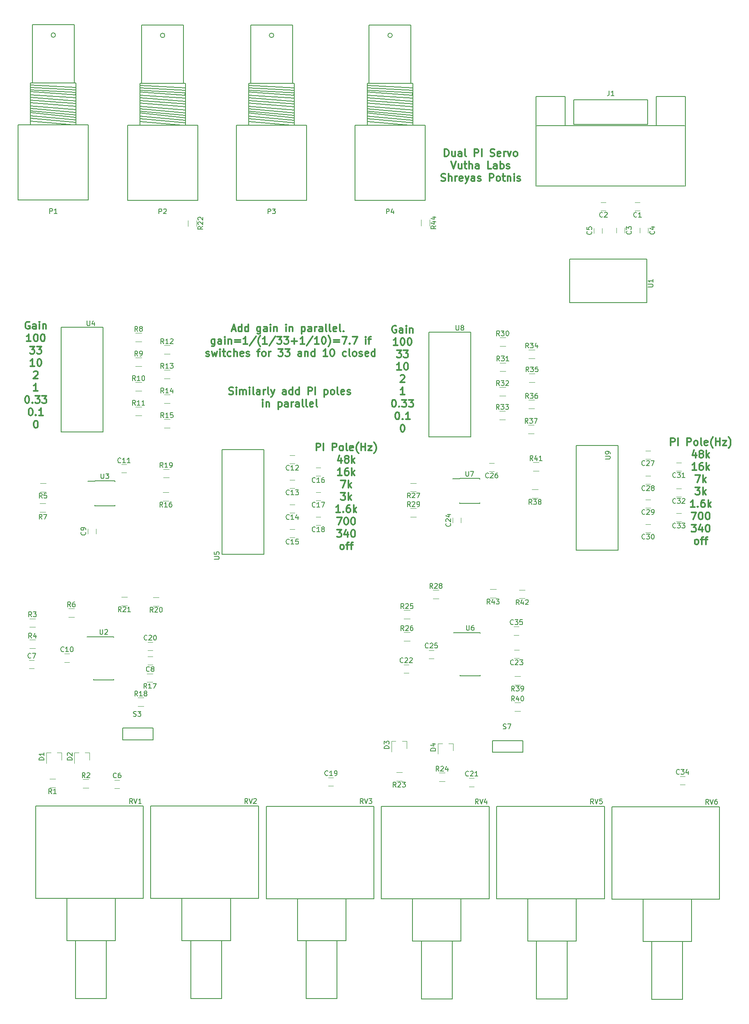
<source format=gbr>
G04 #@! TF.FileFunction,Legend,Top*
%FSLAX46Y46*%
G04 Gerber Fmt 4.6, Leading zero omitted, Abs format (unit mm)*
G04 Created by KiCad (PCBNEW 4.0.6-e0-6349~53~ubuntu16.04.1) date Tue Mar 14 17:04:22 2017*
%MOMM*%
%LPD*%
G01*
G04 APERTURE LIST*
%ADD10C,0.100000*%
%ADD11C,0.300000*%
%ADD12C,0.120000*%
%ADD13C,0.150000*%
G04 APERTURE END LIST*
D10*
D11*
X78440000Y-107702143D02*
X78654286Y-107773571D01*
X79011429Y-107773571D01*
X79154286Y-107702143D01*
X79225715Y-107630714D01*
X79297143Y-107487857D01*
X79297143Y-107345000D01*
X79225715Y-107202143D01*
X79154286Y-107130714D01*
X79011429Y-107059286D01*
X78725715Y-106987857D01*
X78582857Y-106916429D01*
X78511429Y-106845000D01*
X78440000Y-106702143D01*
X78440000Y-106559286D01*
X78511429Y-106416429D01*
X78582857Y-106345000D01*
X78725715Y-106273571D01*
X79082857Y-106273571D01*
X79297143Y-106345000D01*
X79940000Y-107773571D02*
X79940000Y-106773571D01*
X79940000Y-106273571D02*
X79868571Y-106345000D01*
X79940000Y-106416429D01*
X80011428Y-106345000D01*
X79940000Y-106273571D01*
X79940000Y-106416429D01*
X80654286Y-107773571D02*
X80654286Y-106773571D01*
X80654286Y-106916429D02*
X80725714Y-106845000D01*
X80868572Y-106773571D01*
X81082857Y-106773571D01*
X81225714Y-106845000D01*
X81297143Y-106987857D01*
X81297143Y-107773571D01*
X81297143Y-106987857D02*
X81368572Y-106845000D01*
X81511429Y-106773571D01*
X81725714Y-106773571D01*
X81868572Y-106845000D01*
X81940000Y-106987857D01*
X81940000Y-107773571D01*
X82654286Y-107773571D02*
X82654286Y-106773571D01*
X82654286Y-106273571D02*
X82582857Y-106345000D01*
X82654286Y-106416429D01*
X82725714Y-106345000D01*
X82654286Y-106273571D01*
X82654286Y-106416429D01*
X83582858Y-107773571D02*
X83440000Y-107702143D01*
X83368572Y-107559286D01*
X83368572Y-106273571D01*
X84797143Y-107773571D02*
X84797143Y-106987857D01*
X84725714Y-106845000D01*
X84582857Y-106773571D01*
X84297143Y-106773571D01*
X84154286Y-106845000D01*
X84797143Y-107702143D02*
X84654286Y-107773571D01*
X84297143Y-107773571D01*
X84154286Y-107702143D01*
X84082857Y-107559286D01*
X84082857Y-107416429D01*
X84154286Y-107273571D01*
X84297143Y-107202143D01*
X84654286Y-107202143D01*
X84797143Y-107130714D01*
X85511429Y-107773571D02*
X85511429Y-106773571D01*
X85511429Y-107059286D02*
X85582857Y-106916429D01*
X85654286Y-106845000D01*
X85797143Y-106773571D01*
X85940000Y-106773571D01*
X86654286Y-107773571D02*
X86511428Y-107702143D01*
X86440000Y-107559286D01*
X86440000Y-106273571D01*
X87082857Y-106773571D02*
X87440000Y-107773571D01*
X87797142Y-106773571D02*
X87440000Y-107773571D01*
X87297142Y-108130714D01*
X87225714Y-108202143D01*
X87082857Y-108273571D01*
X90154285Y-107773571D02*
X90154285Y-106987857D01*
X90082856Y-106845000D01*
X89939999Y-106773571D01*
X89654285Y-106773571D01*
X89511428Y-106845000D01*
X90154285Y-107702143D02*
X90011428Y-107773571D01*
X89654285Y-107773571D01*
X89511428Y-107702143D01*
X89439999Y-107559286D01*
X89439999Y-107416429D01*
X89511428Y-107273571D01*
X89654285Y-107202143D01*
X90011428Y-107202143D01*
X90154285Y-107130714D01*
X91511428Y-107773571D02*
X91511428Y-106273571D01*
X91511428Y-107702143D02*
X91368571Y-107773571D01*
X91082857Y-107773571D01*
X90939999Y-107702143D01*
X90868571Y-107630714D01*
X90797142Y-107487857D01*
X90797142Y-107059286D01*
X90868571Y-106916429D01*
X90939999Y-106845000D01*
X91082857Y-106773571D01*
X91368571Y-106773571D01*
X91511428Y-106845000D01*
X92868571Y-107773571D02*
X92868571Y-106273571D01*
X92868571Y-107702143D02*
X92725714Y-107773571D01*
X92440000Y-107773571D01*
X92297142Y-107702143D01*
X92225714Y-107630714D01*
X92154285Y-107487857D01*
X92154285Y-107059286D01*
X92225714Y-106916429D01*
X92297142Y-106845000D01*
X92440000Y-106773571D01*
X92725714Y-106773571D01*
X92868571Y-106845000D01*
X94725714Y-107773571D02*
X94725714Y-106273571D01*
X95297142Y-106273571D01*
X95440000Y-106345000D01*
X95511428Y-106416429D01*
X95582857Y-106559286D01*
X95582857Y-106773571D01*
X95511428Y-106916429D01*
X95440000Y-106987857D01*
X95297142Y-107059286D01*
X94725714Y-107059286D01*
X96225714Y-107773571D02*
X96225714Y-106273571D01*
X98082857Y-106773571D02*
X98082857Y-108273571D01*
X98082857Y-106845000D02*
X98225714Y-106773571D01*
X98511428Y-106773571D01*
X98654285Y-106845000D01*
X98725714Y-106916429D01*
X98797143Y-107059286D01*
X98797143Y-107487857D01*
X98725714Y-107630714D01*
X98654285Y-107702143D01*
X98511428Y-107773571D01*
X98225714Y-107773571D01*
X98082857Y-107702143D01*
X99654286Y-107773571D02*
X99511428Y-107702143D01*
X99440000Y-107630714D01*
X99368571Y-107487857D01*
X99368571Y-107059286D01*
X99440000Y-106916429D01*
X99511428Y-106845000D01*
X99654286Y-106773571D01*
X99868571Y-106773571D01*
X100011428Y-106845000D01*
X100082857Y-106916429D01*
X100154286Y-107059286D01*
X100154286Y-107487857D01*
X100082857Y-107630714D01*
X100011428Y-107702143D01*
X99868571Y-107773571D01*
X99654286Y-107773571D01*
X101011429Y-107773571D02*
X100868571Y-107702143D01*
X100797143Y-107559286D01*
X100797143Y-106273571D01*
X102154285Y-107702143D02*
X102011428Y-107773571D01*
X101725714Y-107773571D01*
X101582857Y-107702143D01*
X101511428Y-107559286D01*
X101511428Y-106987857D01*
X101582857Y-106845000D01*
X101725714Y-106773571D01*
X102011428Y-106773571D01*
X102154285Y-106845000D01*
X102225714Y-106987857D01*
X102225714Y-107130714D01*
X101511428Y-107273571D01*
X102797142Y-107702143D02*
X102939999Y-107773571D01*
X103225714Y-107773571D01*
X103368571Y-107702143D01*
X103439999Y-107559286D01*
X103439999Y-107487857D01*
X103368571Y-107345000D01*
X103225714Y-107273571D01*
X103011428Y-107273571D01*
X102868571Y-107202143D01*
X102797142Y-107059286D01*
X102797142Y-106987857D01*
X102868571Y-106845000D01*
X103011428Y-106773571D01*
X103225714Y-106773571D01*
X103368571Y-106845000D01*
X85368572Y-110323571D02*
X85368572Y-109323571D01*
X85368572Y-108823571D02*
X85297143Y-108895000D01*
X85368572Y-108966429D01*
X85440000Y-108895000D01*
X85368572Y-108823571D01*
X85368572Y-108966429D01*
X86082858Y-109323571D02*
X86082858Y-110323571D01*
X86082858Y-109466429D02*
X86154286Y-109395000D01*
X86297144Y-109323571D01*
X86511429Y-109323571D01*
X86654286Y-109395000D01*
X86725715Y-109537857D01*
X86725715Y-110323571D01*
X88582858Y-109323571D02*
X88582858Y-110823571D01*
X88582858Y-109395000D02*
X88725715Y-109323571D01*
X89011429Y-109323571D01*
X89154286Y-109395000D01*
X89225715Y-109466429D01*
X89297144Y-109609286D01*
X89297144Y-110037857D01*
X89225715Y-110180714D01*
X89154286Y-110252143D01*
X89011429Y-110323571D01*
X88725715Y-110323571D01*
X88582858Y-110252143D01*
X90582858Y-110323571D02*
X90582858Y-109537857D01*
X90511429Y-109395000D01*
X90368572Y-109323571D01*
X90082858Y-109323571D01*
X89940001Y-109395000D01*
X90582858Y-110252143D02*
X90440001Y-110323571D01*
X90082858Y-110323571D01*
X89940001Y-110252143D01*
X89868572Y-110109286D01*
X89868572Y-109966429D01*
X89940001Y-109823571D01*
X90082858Y-109752143D01*
X90440001Y-109752143D01*
X90582858Y-109680714D01*
X91297144Y-110323571D02*
X91297144Y-109323571D01*
X91297144Y-109609286D02*
X91368572Y-109466429D01*
X91440001Y-109395000D01*
X91582858Y-109323571D01*
X91725715Y-109323571D01*
X92868572Y-110323571D02*
X92868572Y-109537857D01*
X92797143Y-109395000D01*
X92654286Y-109323571D01*
X92368572Y-109323571D01*
X92225715Y-109395000D01*
X92868572Y-110252143D02*
X92725715Y-110323571D01*
X92368572Y-110323571D01*
X92225715Y-110252143D01*
X92154286Y-110109286D01*
X92154286Y-109966429D01*
X92225715Y-109823571D01*
X92368572Y-109752143D01*
X92725715Y-109752143D01*
X92868572Y-109680714D01*
X93797144Y-110323571D02*
X93654286Y-110252143D01*
X93582858Y-110109286D01*
X93582858Y-108823571D01*
X94582858Y-110323571D02*
X94440000Y-110252143D01*
X94368572Y-110109286D01*
X94368572Y-108823571D01*
X95725714Y-110252143D02*
X95582857Y-110323571D01*
X95297143Y-110323571D01*
X95154286Y-110252143D01*
X95082857Y-110109286D01*
X95082857Y-109537857D01*
X95154286Y-109395000D01*
X95297143Y-109323571D01*
X95582857Y-109323571D01*
X95725714Y-109395000D01*
X95797143Y-109537857D01*
X95797143Y-109680714D01*
X95082857Y-109823571D01*
X96654286Y-110323571D02*
X96511428Y-110252143D01*
X96440000Y-110109286D01*
X96440000Y-108823571D01*
X79032857Y-94360000D02*
X79747143Y-94360000D01*
X78890000Y-94788571D02*
X79390000Y-93288571D01*
X79890000Y-94788571D01*
X81032857Y-94788571D02*
X81032857Y-93288571D01*
X81032857Y-94717143D02*
X80890000Y-94788571D01*
X80604286Y-94788571D01*
X80461428Y-94717143D01*
X80390000Y-94645714D01*
X80318571Y-94502857D01*
X80318571Y-94074286D01*
X80390000Y-93931429D01*
X80461428Y-93860000D01*
X80604286Y-93788571D01*
X80890000Y-93788571D01*
X81032857Y-93860000D01*
X82390000Y-94788571D02*
X82390000Y-93288571D01*
X82390000Y-94717143D02*
X82247143Y-94788571D01*
X81961429Y-94788571D01*
X81818571Y-94717143D01*
X81747143Y-94645714D01*
X81675714Y-94502857D01*
X81675714Y-94074286D01*
X81747143Y-93931429D01*
X81818571Y-93860000D01*
X81961429Y-93788571D01*
X82247143Y-93788571D01*
X82390000Y-93860000D01*
X84890000Y-93788571D02*
X84890000Y-95002857D01*
X84818571Y-95145714D01*
X84747143Y-95217143D01*
X84604286Y-95288571D01*
X84390000Y-95288571D01*
X84247143Y-95217143D01*
X84890000Y-94717143D02*
X84747143Y-94788571D01*
X84461429Y-94788571D01*
X84318571Y-94717143D01*
X84247143Y-94645714D01*
X84175714Y-94502857D01*
X84175714Y-94074286D01*
X84247143Y-93931429D01*
X84318571Y-93860000D01*
X84461429Y-93788571D01*
X84747143Y-93788571D01*
X84890000Y-93860000D01*
X86247143Y-94788571D02*
X86247143Y-94002857D01*
X86175714Y-93860000D01*
X86032857Y-93788571D01*
X85747143Y-93788571D01*
X85604286Y-93860000D01*
X86247143Y-94717143D02*
X86104286Y-94788571D01*
X85747143Y-94788571D01*
X85604286Y-94717143D01*
X85532857Y-94574286D01*
X85532857Y-94431429D01*
X85604286Y-94288571D01*
X85747143Y-94217143D01*
X86104286Y-94217143D01*
X86247143Y-94145714D01*
X86961429Y-94788571D02*
X86961429Y-93788571D01*
X86961429Y-93288571D02*
X86890000Y-93360000D01*
X86961429Y-93431429D01*
X87032857Y-93360000D01*
X86961429Y-93288571D01*
X86961429Y-93431429D01*
X87675715Y-93788571D02*
X87675715Y-94788571D01*
X87675715Y-93931429D02*
X87747143Y-93860000D01*
X87890001Y-93788571D01*
X88104286Y-93788571D01*
X88247143Y-93860000D01*
X88318572Y-94002857D01*
X88318572Y-94788571D01*
X90175715Y-94788571D02*
X90175715Y-93788571D01*
X90175715Y-93288571D02*
X90104286Y-93360000D01*
X90175715Y-93431429D01*
X90247143Y-93360000D01*
X90175715Y-93288571D01*
X90175715Y-93431429D01*
X90890001Y-93788571D02*
X90890001Y-94788571D01*
X90890001Y-93931429D02*
X90961429Y-93860000D01*
X91104287Y-93788571D01*
X91318572Y-93788571D01*
X91461429Y-93860000D01*
X91532858Y-94002857D01*
X91532858Y-94788571D01*
X93390001Y-93788571D02*
X93390001Y-95288571D01*
X93390001Y-93860000D02*
X93532858Y-93788571D01*
X93818572Y-93788571D01*
X93961429Y-93860000D01*
X94032858Y-93931429D01*
X94104287Y-94074286D01*
X94104287Y-94502857D01*
X94032858Y-94645714D01*
X93961429Y-94717143D01*
X93818572Y-94788571D01*
X93532858Y-94788571D01*
X93390001Y-94717143D01*
X95390001Y-94788571D02*
X95390001Y-94002857D01*
X95318572Y-93860000D01*
X95175715Y-93788571D01*
X94890001Y-93788571D01*
X94747144Y-93860000D01*
X95390001Y-94717143D02*
X95247144Y-94788571D01*
X94890001Y-94788571D01*
X94747144Y-94717143D01*
X94675715Y-94574286D01*
X94675715Y-94431429D01*
X94747144Y-94288571D01*
X94890001Y-94217143D01*
X95247144Y-94217143D01*
X95390001Y-94145714D01*
X96104287Y-94788571D02*
X96104287Y-93788571D01*
X96104287Y-94074286D02*
X96175715Y-93931429D01*
X96247144Y-93860000D01*
X96390001Y-93788571D01*
X96532858Y-93788571D01*
X97675715Y-94788571D02*
X97675715Y-94002857D01*
X97604286Y-93860000D01*
X97461429Y-93788571D01*
X97175715Y-93788571D01*
X97032858Y-93860000D01*
X97675715Y-94717143D02*
X97532858Y-94788571D01*
X97175715Y-94788571D01*
X97032858Y-94717143D01*
X96961429Y-94574286D01*
X96961429Y-94431429D01*
X97032858Y-94288571D01*
X97175715Y-94217143D01*
X97532858Y-94217143D01*
X97675715Y-94145714D01*
X98604287Y-94788571D02*
X98461429Y-94717143D01*
X98390001Y-94574286D01*
X98390001Y-93288571D01*
X99390001Y-94788571D02*
X99247143Y-94717143D01*
X99175715Y-94574286D01*
X99175715Y-93288571D01*
X100532857Y-94717143D02*
X100390000Y-94788571D01*
X100104286Y-94788571D01*
X99961429Y-94717143D01*
X99890000Y-94574286D01*
X99890000Y-94002857D01*
X99961429Y-93860000D01*
X100104286Y-93788571D01*
X100390000Y-93788571D01*
X100532857Y-93860000D01*
X100604286Y-94002857D01*
X100604286Y-94145714D01*
X99890000Y-94288571D01*
X101461429Y-94788571D02*
X101318571Y-94717143D01*
X101247143Y-94574286D01*
X101247143Y-93288571D01*
X102032857Y-94645714D02*
X102104285Y-94717143D01*
X102032857Y-94788571D01*
X101961428Y-94717143D01*
X102032857Y-94645714D01*
X102032857Y-94788571D01*
X75461429Y-96338571D02*
X75461429Y-97552857D01*
X75390000Y-97695714D01*
X75318572Y-97767143D01*
X75175715Y-97838571D01*
X74961429Y-97838571D01*
X74818572Y-97767143D01*
X75461429Y-97267143D02*
X75318572Y-97338571D01*
X75032858Y-97338571D01*
X74890000Y-97267143D01*
X74818572Y-97195714D01*
X74747143Y-97052857D01*
X74747143Y-96624286D01*
X74818572Y-96481429D01*
X74890000Y-96410000D01*
X75032858Y-96338571D01*
X75318572Y-96338571D01*
X75461429Y-96410000D01*
X76818572Y-97338571D02*
X76818572Y-96552857D01*
X76747143Y-96410000D01*
X76604286Y-96338571D01*
X76318572Y-96338571D01*
X76175715Y-96410000D01*
X76818572Y-97267143D02*
X76675715Y-97338571D01*
X76318572Y-97338571D01*
X76175715Y-97267143D01*
X76104286Y-97124286D01*
X76104286Y-96981429D01*
X76175715Y-96838571D01*
X76318572Y-96767143D01*
X76675715Y-96767143D01*
X76818572Y-96695714D01*
X77532858Y-97338571D02*
X77532858Y-96338571D01*
X77532858Y-95838571D02*
X77461429Y-95910000D01*
X77532858Y-95981429D01*
X77604286Y-95910000D01*
X77532858Y-95838571D01*
X77532858Y-95981429D01*
X78247144Y-96338571D02*
X78247144Y-97338571D01*
X78247144Y-96481429D02*
X78318572Y-96410000D01*
X78461430Y-96338571D01*
X78675715Y-96338571D01*
X78818572Y-96410000D01*
X78890001Y-96552857D01*
X78890001Y-97338571D01*
X79604287Y-96552857D02*
X80747144Y-96552857D01*
X80747144Y-96981429D02*
X79604287Y-96981429D01*
X82247144Y-97338571D02*
X81390001Y-97338571D01*
X81818573Y-97338571D02*
X81818573Y-95838571D01*
X81675716Y-96052857D01*
X81532858Y-96195714D01*
X81390001Y-96267143D01*
X83961429Y-95767143D02*
X82675715Y-97695714D01*
X84890001Y-97910000D02*
X84818573Y-97838571D01*
X84675716Y-97624286D01*
X84604287Y-97481429D01*
X84532858Y-97267143D01*
X84461430Y-96910000D01*
X84461430Y-96624286D01*
X84532858Y-96267143D01*
X84604287Y-96052857D01*
X84675716Y-95910000D01*
X84818573Y-95695714D01*
X84890001Y-95624286D01*
X86247144Y-97338571D02*
X85390001Y-97338571D01*
X85818573Y-97338571D02*
X85818573Y-95838571D01*
X85675716Y-96052857D01*
X85532858Y-96195714D01*
X85390001Y-96267143D01*
X87961429Y-95767143D02*
X86675715Y-97695714D01*
X88318573Y-95838571D02*
X89247144Y-95838571D01*
X88747144Y-96410000D01*
X88961430Y-96410000D01*
X89104287Y-96481429D01*
X89175716Y-96552857D01*
X89247144Y-96695714D01*
X89247144Y-97052857D01*
X89175716Y-97195714D01*
X89104287Y-97267143D01*
X88961430Y-97338571D01*
X88532858Y-97338571D01*
X88390001Y-97267143D01*
X88318573Y-97195714D01*
X89747144Y-95838571D02*
X90675715Y-95838571D01*
X90175715Y-96410000D01*
X90390001Y-96410000D01*
X90532858Y-96481429D01*
X90604287Y-96552857D01*
X90675715Y-96695714D01*
X90675715Y-97052857D01*
X90604287Y-97195714D01*
X90532858Y-97267143D01*
X90390001Y-97338571D01*
X89961429Y-97338571D01*
X89818572Y-97267143D01*
X89747144Y-97195714D01*
X91318572Y-96767143D02*
X92461429Y-96767143D01*
X91890000Y-97338571D02*
X91890000Y-96195714D01*
X93961429Y-97338571D02*
X93104286Y-97338571D01*
X93532858Y-97338571D02*
X93532858Y-95838571D01*
X93390001Y-96052857D01*
X93247143Y-96195714D01*
X93104286Y-96267143D01*
X95675714Y-95767143D02*
X94390000Y-97695714D01*
X96961429Y-97338571D02*
X96104286Y-97338571D01*
X96532858Y-97338571D02*
X96532858Y-95838571D01*
X96390001Y-96052857D01*
X96247143Y-96195714D01*
X96104286Y-96267143D01*
X97890000Y-95838571D02*
X98032857Y-95838571D01*
X98175714Y-95910000D01*
X98247143Y-95981429D01*
X98318572Y-96124286D01*
X98390000Y-96410000D01*
X98390000Y-96767143D01*
X98318572Y-97052857D01*
X98247143Y-97195714D01*
X98175714Y-97267143D01*
X98032857Y-97338571D01*
X97890000Y-97338571D01*
X97747143Y-97267143D01*
X97675714Y-97195714D01*
X97604286Y-97052857D01*
X97532857Y-96767143D01*
X97532857Y-96410000D01*
X97604286Y-96124286D01*
X97675714Y-95981429D01*
X97747143Y-95910000D01*
X97890000Y-95838571D01*
X98890000Y-97910000D02*
X98961428Y-97838571D01*
X99104285Y-97624286D01*
X99175714Y-97481429D01*
X99247143Y-97267143D01*
X99318571Y-96910000D01*
X99318571Y-96624286D01*
X99247143Y-96267143D01*
X99175714Y-96052857D01*
X99104285Y-95910000D01*
X98961428Y-95695714D01*
X98890000Y-95624286D01*
X100032857Y-96552857D02*
X101175714Y-96552857D01*
X101175714Y-96981429D02*
X100032857Y-96981429D01*
X101747143Y-95838571D02*
X102747143Y-95838571D01*
X102104286Y-97338571D01*
X103318571Y-97195714D02*
X103389999Y-97267143D01*
X103318571Y-97338571D01*
X103247142Y-97267143D01*
X103318571Y-97195714D01*
X103318571Y-97338571D01*
X103890000Y-95838571D02*
X104890000Y-95838571D01*
X104247143Y-97338571D01*
X106604285Y-97338571D02*
X106604285Y-96338571D01*
X106604285Y-95838571D02*
X106532856Y-95910000D01*
X106604285Y-95981429D01*
X106675713Y-95910000D01*
X106604285Y-95838571D01*
X106604285Y-95981429D01*
X107104285Y-96338571D02*
X107675714Y-96338571D01*
X107318571Y-97338571D02*
X107318571Y-96052857D01*
X107389999Y-95910000D01*
X107532857Y-95838571D01*
X107675714Y-95838571D01*
X73711429Y-99817143D02*
X73854286Y-99888571D01*
X74140001Y-99888571D01*
X74282858Y-99817143D01*
X74354286Y-99674286D01*
X74354286Y-99602857D01*
X74282858Y-99460000D01*
X74140001Y-99388571D01*
X73925715Y-99388571D01*
X73782858Y-99317143D01*
X73711429Y-99174286D01*
X73711429Y-99102857D01*
X73782858Y-98960000D01*
X73925715Y-98888571D01*
X74140001Y-98888571D01*
X74282858Y-98960000D01*
X74854287Y-98888571D02*
X75140001Y-99888571D01*
X75425715Y-99174286D01*
X75711430Y-99888571D01*
X75997144Y-98888571D01*
X76568573Y-99888571D02*
X76568573Y-98888571D01*
X76568573Y-98388571D02*
X76497144Y-98460000D01*
X76568573Y-98531429D01*
X76640001Y-98460000D01*
X76568573Y-98388571D01*
X76568573Y-98531429D01*
X77068573Y-98888571D02*
X77640002Y-98888571D01*
X77282859Y-98388571D02*
X77282859Y-99674286D01*
X77354287Y-99817143D01*
X77497145Y-99888571D01*
X77640002Y-99888571D01*
X78782859Y-99817143D02*
X78640002Y-99888571D01*
X78354288Y-99888571D01*
X78211430Y-99817143D01*
X78140002Y-99745714D01*
X78068573Y-99602857D01*
X78068573Y-99174286D01*
X78140002Y-99031429D01*
X78211430Y-98960000D01*
X78354288Y-98888571D01*
X78640002Y-98888571D01*
X78782859Y-98960000D01*
X79425716Y-99888571D02*
X79425716Y-98388571D01*
X80068573Y-99888571D02*
X80068573Y-99102857D01*
X79997144Y-98960000D01*
X79854287Y-98888571D01*
X79640002Y-98888571D01*
X79497144Y-98960000D01*
X79425716Y-99031429D01*
X81354287Y-99817143D02*
X81211430Y-99888571D01*
X80925716Y-99888571D01*
X80782859Y-99817143D01*
X80711430Y-99674286D01*
X80711430Y-99102857D01*
X80782859Y-98960000D01*
X80925716Y-98888571D01*
X81211430Y-98888571D01*
X81354287Y-98960000D01*
X81425716Y-99102857D01*
X81425716Y-99245714D01*
X80711430Y-99388571D01*
X81997144Y-99817143D02*
X82140001Y-99888571D01*
X82425716Y-99888571D01*
X82568573Y-99817143D01*
X82640001Y-99674286D01*
X82640001Y-99602857D01*
X82568573Y-99460000D01*
X82425716Y-99388571D01*
X82211430Y-99388571D01*
X82068573Y-99317143D01*
X81997144Y-99174286D01*
X81997144Y-99102857D01*
X82068573Y-98960000D01*
X82211430Y-98888571D01*
X82425716Y-98888571D01*
X82568573Y-98960000D01*
X84211430Y-98888571D02*
X84782859Y-98888571D01*
X84425716Y-99888571D02*
X84425716Y-98602857D01*
X84497144Y-98460000D01*
X84640002Y-98388571D01*
X84782859Y-98388571D01*
X85497145Y-99888571D02*
X85354287Y-99817143D01*
X85282859Y-99745714D01*
X85211430Y-99602857D01*
X85211430Y-99174286D01*
X85282859Y-99031429D01*
X85354287Y-98960000D01*
X85497145Y-98888571D01*
X85711430Y-98888571D01*
X85854287Y-98960000D01*
X85925716Y-99031429D01*
X85997145Y-99174286D01*
X85997145Y-99602857D01*
X85925716Y-99745714D01*
X85854287Y-99817143D01*
X85711430Y-99888571D01*
X85497145Y-99888571D01*
X86640002Y-99888571D02*
X86640002Y-98888571D01*
X86640002Y-99174286D02*
X86711430Y-99031429D01*
X86782859Y-98960000D01*
X86925716Y-98888571D01*
X87068573Y-98888571D01*
X88568573Y-98388571D02*
X89497144Y-98388571D01*
X88997144Y-98960000D01*
X89211430Y-98960000D01*
X89354287Y-99031429D01*
X89425716Y-99102857D01*
X89497144Y-99245714D01*
X89497144Y-99602857D01*
X89425716Y-99745714D01*
X89354287Y-99817143D01*
X89211430Y-99888571D01*
X88782858Y-99888571D01*
X88640001Y-99817143D01*
X88568573Y-99745714D01*
X89997144Y-98388571D02*
X90925715Y-98388571D01*
X90425715Y-98960000D01*
X90640001Y-98960000D01*
X90782858Y-99031429D01*
X90854287Y-99102857D01*
X90925715Y-99245714D01*
X90925715Y-99602857D01*
X90854287Y-99745714D01*
X90782858Y-99817143D01*
X90640001Y-99888571D01*
X90211429Y-99888571D01*
X90068572Y-99817143D01*
X89997144Y-99745714D01*
X93354286Y-99888571D02*
X93354286Y-99102857D01*
X93282857Y-98960000D01*
X93140000Y-98888571D01*
X92854286Y-98888571D01*
X92711429Y-98960000D01*
X93354286Y-99817143D02*
X93211429Y-99888571D01*
X92854286Y-99888571D01*
X92711429Y-99817143D01*
X92640000Y-99674286D01*
X92640000Y-99531429D01*
X92711429Y-99388571D01*
X92854286Y-99317143D01*
X93211429Y-99317143D01*
X93354286Y-99245714D01*
X94068572Y-98888571D02*
X94068572Y-99888571D01*
X94068572Y-99031429D02*
X94140000Y-98960000D01*
X94282858Y-98888571D01*
X94497143Y-98888571D01*
X94640000Y-98960000D01*
X94711429Y-99102857D01*
X94711429Y-99888571D01*
X96068572Y-99888571D02*
X96068572Y-98388571D01*
X96068572Y-99817143D02*
X95925715Y-99888571D01*
X95640001Y-99888571D01*
X95497143Y-99817143D01*
X95425715Y-99745714D01*
X95354286Y-99602857D01*
X95354286Y-99174286D01*
X95425715Y-99031429D01*
X95497143Y-98960000D01*
X95640001Y-98888571D01*
X95925715Y-98888571D01*
X96068572Y-98960000D01*
X98711429Y-99888571D02*
X97854286Y-99888571D01*
X98282858Y-99888571D02*
X98282858Y-98388571D01*
X98140001Y-98602857D01*
X97997143Y-98745714D01*
X97854286Y-98817143D01*
X99640000Y-98388571D02*
X99782857Y-98388571D01*
X99925714Y-98460000D01*
X99997143Y-98531429D01*
X100068572Y-98674286D01*
X100140000Y-98960000D01*
X100140000Y-99317143D01*
X100068572Y-99602857D01*
X99997143Y-99745714D01*
X99925714Y-99817143D01*
X99782857Y-99888571D01*
X99640000Y-99888571D01*
X99497143Y-99817143D01*
X99425714Y-99745714D01*
X99354286Y-99602857D01*
X99282857Y-99317143D01*
X99282857Y-98960000D01*
X99354286Y-98674286D01*
X99425714Y-98531429D01*
X99497143Y-98460000D01*
X99640000Y-98388571D01*
X102568571Y-99817143D02*
X102425714Y-99888571D01*
X102140000Y-99888571D01*
X101997142Y-99817143D01*
X101925714Y-99745714D01*
X101854285Y-99602857D01*
X101854285Y-99174286D01*
X101925714Y-99031429D01*
X101997142Y-98960000D01*
X102140000Y-98888571D01*
X102425714Y-98888571D01*
X102568571Y-98960000D01*
X103425714Y-99888571D02*
X103282856Y-99817143D01*
X103211428Y-99674286D01*
X103211428Y-98388571D01*
X104211428Y-99888571D02*
X104068570Y-99817143D01*
X103997142Y-99745714D01*
X103925713Y-99602857D01*
X103925713Y-99174286D01*
X103997142Y-99031429D01*
X104068570Y-98960000D01*
X104211428Y-98888571D01*
X104425713Y-98888571D01*
X104568570Y-98960000D01*
X104639999Y-99031429D01*
X104711428Y-99174286D01*
X104711428Y-99602857D01*
X104639999Y-99745714D01*
X104568570Y-99817143D01*
X104425713Y-99888571D01*
X104211428Y-99888571D01*
X105282856Y-99817143D02*
X105425713Y-99888571D01*
X105711428Y-99888571D01*
X105854285Y-99817143D01*
X105925713Y-99674286D01*
X105925713Y-99602857D01*
X105854285Y-99460000D01*
X105711428Y-99388571D01*
X105497142Y-99388571D01*
X105354285Y-99317143D01*
X105282856Y-99174286D01*
X105282856Y-99102857D01*
X105354285Y-98960000D01*
X105497142Y-98888571D01*
X105711428Y-98888571D01*
X105854285Y-98960000D01*
X107139999Y-99817143D02*
X106997142Y-99888571D01*
X106711428Y-99888571D01*
X106568571Y-99817143D01*
X106497142Y-99674286D01*
X106497142Y-99102857D01*
X106568571Y-98960000D01*
X106711428Y-98888571D01*
X106997142Y-98888571D01*
X107139999Y-98960000D01*
X107211428Y-99102857D01*
X107211428Y-99245714D01*
X106497142Y-99388571D01*
X108497142Y-99888571D02*
X108497142Y-98388571D01*
X108497142Y-99817143D02*
X108354285Y-99888571D01*
X108068571Y-99888571D01*
X107925713Y-99817143D01*
X107854285Y-99745714D01*
X107782856Y-99602857D01*
X107782856Y-99174286D01*
X107854285Y-99031429D01*
X107925713Y-98960000D01*
X108068571Y-98888571D01*
X108354285Y-98888571D01*
X108497142Y-98960000D01*
X169551429Y-118258571D02*
X169551429Y-116758571D01*
X170122857Y-116758571D01*
X170265715Y-116830000D01*
X170337143Y-116901429D01*
X170408572Y-117044286D01*
X170408572Y-117258571D01*
X170337143Y-117401429D01*
X170265715Y-117472857D01*
X170122857Y-117544286D01*
X169551429Y-117544286D01*
X171051429Y-118258571D02*
X171051429Y-116758571D01*
X172908572Y-118258571D02*
X172908572Y-116758571D01*
X173480000Y-116758571D01*
X173622858Y-116830000D01*
X173694286Y-116901429D01*
X173765715Y-117044286D01*
X173765715Y-117258571D01*
X173694286Y-117401429D01*
X173622858Y-117472857D01*
X173480000Y-117544286D01*
X172908572Y-117544286D01*
X174622858Y-118258571D02*
X174480000Y-118187143D01*
X174408572Y-118115714D01*
X174337143Y-117972857D01*
X174337143Y-117544286D01*
X174408572Y-117401429D01*
X174480000Y-117330000D01*
X174622858Y-117258571D01*
X174837143Y-117258571D01*
X174980000Y-117330000D01*
X175051429Y-117401429D01*
X175122858Y-117544286D01*
X175122858Y-117972857D01*
X175051429Y-118115714D01*
X174980000Y-118187143D01*
X174837143Y-118258571D01*
X174622858Y-118258571D01*
X175980001Y-118258571D02*
X175837143Y-118187143D01*
X175765715Y-118044286D01*
X175765715Y-116758571D01*
X177122857Y-118187143D02*
X176980000Y-118258571D01*
X176694286Y-118258571D01*
X176551429Y-118187143D01*
X176480000Y-118044286D01*
X176480000Y-117472857D01*
X176551429Y-117330000D01*
X176694286Y-117258571D01*
X176980000Y-117258571D01*
X177122857Y-117330000D01*
X177194286Y-117472857D01*
X177194286Y-117615714D01*
X176480000Y-117758571D01*
X178265714Y-118830000D02*
X178194286Y-118758571D01*
X178051429Y-118544286D01*
X177980000Y-118401429D01*
X177908571Y-118187143D01*
X177837143Y-117830000D01*
X177837143Y-117544286D01*
X177908571Y-117187143D01*
X177980000Y-116972857D01*
X178051429Y-116830000D01*
X178194286Y-116615714D01*
X178265714Y-116544286D01*
X178837143Y-118258571D02*
X178837143Y-116758571D01*
X178837143Y-117472857D02*
X179694286Y-117472857D01*
X179694286Y-118258571D02*
X179694286Y-116758571D01*
X180265715Y-117258571D02*
X181051429Y-117258571D01*
X180265715Y-118258571D01*
X181051429Y-118258571D01*
X181480001Y-118830000D02*
X181551429Y-118758571D01*
X181694286Y-118544286D01*
X181765715Y-118401429D01*
X181837144Y-118187143D01*
X181908572Y-117830000D01*
X181908572Y-117544286D01*
X181837144Y-117187143D01*
X181765715Y-116972857D01*
X181694286Y-116830000D01*
X181551429Y-116615714D01*
X181480001Y-116544286D01*
X174694286Y-119808571D02*
X174694286Y-120808571D01*
X174337143Y-119237143D02*
X173980000Y-120308571D01*
X174908572Y-120308571D01*
X175694286Y-119951429D02*
X175551428Y-119880000D01*
X175480000Y-119808571D01*
X175408571Y-119665714D01*
X175408571Y-119594286D01*
X175480000Y-119451429D01*
X175551428Y-119380000D01*
X175694286Y-119308571D01*
X175980000Y-119308571D01*
X176122857Y-119380000D01*
X176194286Y-119451429D01*
X176265714Y-119594286D01*
X176265714Y-119665714D01*
X176194286Y-119808571D01*
X176122857Y-119880000D01*
X175980000Y-119951429D01*
X175694286Y-119951429D01*
X175551428Y-120022857D01*
X175480000Y-120094286D01*
X175408571Y-120237143D01*
X175408571Y-120522857D01*
X175480000Y-120665714D01*
X175551428Y-120737143D01*
X175694286Y-120808571D01*
X175980000Y-120808571D01*
X176122857Y-120737143D01*
X176194286Y-120665714D01*
X176265714Y-120522857D01*
X176265714Y-120237143D01*
X176194286Y-120094286D01*
X176122857Y-120022857D01*
X175980000Y-119951429D01*
X176908571Y-120808571D02*
X176908571Y-119308571D01*
X177051428Y-120237143D02*
X177479999Y-120808571D01*
X177479999Y-119808571D02*
X176908571Y-120380000D01*
X174837143Y-123358571D02*
X173980000Y-123358571D01*
X174408572Y-123358571D02*
X174408572Y-121858571D01*
X174265715Y-122072857D01*
X174122857Y-122215714D01*
X173980000Y-122287143D01*
X176122857Y-121858571D02*
X175837143Y-121858571D01*
X175694286Y-121930000D01*
X175622857Y-122001429D01*
X175480000Y-122215714D01*
X175408571Y-122501429D01*
X175408571Y-123072857D01*
X175480000Y-123215714D01*
X175551428Y-123287143D01*
X175694286Y-123358571D01*
X175980000Y-123358571D01*
X176122857Y-123287143D01*
X176194286Y-123215714D01*
X176265714Y-123072857D01*
X176265714Y-122715714D01*
X176194286Y-122572857D01*
X176122857Y-122501429D01*
X175980000Y-122430000D01*
X175694286Y-122430000D01*
X175551428Y-122501429D01*
X175480000Y-122572857D01*
X175408571Y-122715714D01*
X176908571Y-123358571D02*
X176908571Y-121858571D01*
X177051428Y-122787143D02*
X177479999Y-123358571D01*
X177479999Y-122358571D02*
X176908571Y-122930000D01*
X174622858Y-124408571D02*
X175622858Y-124408571D01*
X174980001Y-125908571D01*
X176194286Y-125908571D02*
X176194286Y-124408571D01*
X176337143Y-125337143D02*
X176765714Y-125908571D01*
X176765714Y-124908571D02*
X176194286Y-125480000D01*
X174622858Y-126958571D02*
X175551429Y-126958571D01*
X175051429Y-127530000D01*
X175265715Y-127530000D01*
X175408572Y-127601429D01*
X175480001Y-127672857D01*
X175551429Y-127815714D01*
X175551429Y-128172857D01*
X175480001Y-128315714D01*
X175408572Y-128387143D01*
X175265715Y-128458571D01*
X174837143Y-128458571D01*
X174694286Y-128387143D01*
X174622858Y-128315714D01*
X176194286Y-128458571D02*
X176194286Y-126958571D01*
X176337143Y-127887143D02*
X176765714Y-128458571D01*
X176765714Y-127458571D02*
X176194286Y-128030000D01*
X174480000Y-131008571D02*
X173622857Y-131008571D01*
X174051429Y-131008571D02*
X174051429Y-129508571D01*
X173908572Y-129722857D01*
X173765714Y-129865714D01*
X173622857Y-129937143D01*
X175122857Y-130865714D02*
X175194285Y-130937143D01*
X175122857Y-131008571D01*
X175051428Y-130937143D01*
X175122857Y-130865714D01*
X175122857Y-131008571D01*
X176480000Y-129508571D02*
X176194286Y-129508571D01*
X176051429Y-129580000D01*
X175980000Y-129651429D01*
X175837143Y-129865714D01*
X175765714Y-130151429D01*
X175765714Y-130722857D01*
X175837143Y-130865714D01*
X175908571Y-130937143D01*
X176051429Y-131008571D01*
X176337143Y-131008571D01*
X176480000Y-130937143D01*
X176551429Y-130865714D01*
X176622857Y-130722857D01*
X176622857Y-130365714D01*
X176551429Y-130222857D01*
X176480000Y-130151429D01*
X176337143Y-130080000D01*
X176051429Y-130080000D01*
X175908571Y-130151429D01*
X175837143Y-130222857D01*
X175765714Y-130365714D01*
X177265714Y-131008571D02*
X177265714Y-129508571D01*
X177408571Y-130437143D02*
X177837142Y-131008571D01*
X177837142Y-130008571D02*
X177265714Y-130580000D01*
X173801430Y-132058571D02*
X174801430Y-132058571D01*
X174158573Y-133558571D01*
X175658572Y-132058571D02*
X175801429Y-132058571D01*
X175944286Y-132130000D01*
X176015715Y-132201429D01*
X176087144Y-132344286D01*
X176158572Y-132630000D01*
X176158572Y-132987143D01*
X176087144Y-133272857D01*
X176015715Y-133415714D01*
X175944286Y-133487143D01*
X175801429Y-133558571D01*
X175658572Y-133558571D01*
X175515715Y-133487143D01*
X175444286Y-133415714D01*
X175372858Y-133272857D01*
X175301429Y-132987143D01*
X175301429Y-132630000D01*
X175372858Y-132344286D01*
X175444286Y-132201429D01*
X175515715Y-132130000D01*
X175658572Y-132058571D01*
X177087143Y-132058571D02*
X177230000Y-132058571D01*
X177372857Y-132130000D01*
X177444286Y-132201429D01*
X177515715Y-132344286D01*
X177587143Y-132630000D01*
X177587143Y-132987143D01*
X177515715Y-133272857D01*
X177444286Y-133415714D01*
X177372857Y-133487143D01*
X177230000Y-133558571D01*
X177087143Y-133558571D01*
X176944286Y-133487143D01*
X176872857Y-133415714D01*
X176801429Y-133272857D01*
X176730000Y-132987143D01*
X176730000Y-132630000D01*
X176801429Y-132344286D01*
X176872857Y-132201429D01*
X176944286Y-132130000D01*
X177087143Y-132058571D01*
X173801430Y-134608571D02*
X174730001Y-134608571D01*
X174230001Y-135180000D01*
X174444287Y-135180000D01*
X174587144Y-135251429D01*
X174658573Y-135322857D01*
X174730001Y-135465714D01*
X174730001Y-135822857D01*
X174658573Y-135965714D01*
X174587144Y-136037143D01*
X174444287Y-136108571D01*
X174015715Y-136108571D01*
X173872858Y-136037143D01*
X173801430Y-135965714D01*
X176015715Y-135108571D02*
X176015715Y-136108571D01*
X175658572Y-134537143D02*
X175301429Y-135608571D01*
X176230001Y-135608571D01*
X177087143Y-134608571D02*
X177230000Y-134608571D01*
X177372857Y-134680000D01*
X177444286Y-134751429D01*
X177515715Y-134894286D01*
X177587143Y-135180000D01*
X177587143Y-135537143D01*
X177515715Y-135822857D01*
X177444286Y-135965714D01*
X177372857Y-136037143D01*
X177230000Y-136108571D01*
X177087143Y-136108571D01*
X176944286Y-136037143D01*
X176872857Y-135965714D01*
X176801429Y-135822857D01*
X176730000Y-135537143D01*
X176730000Y-135180000D01*
X176801429Y-134894286D01*
X176872857Y-134751429D01*
X176944286Y-134680000D01*
X177087143Y-134608571D01*
X174765715Y-138658571D02*
X174622857Y-138587143D01*
X174551429Y-138515714D01*
X174480000Y-138372857D01*
X174480000Y-137944286D01*
X174551429Y-137801429D01*
X174622857Y-137730000D01*
X174765715Y-137658571D01*
X174980000Y-137658571D01*
X175122857Y-137730000D01*
X175194286Y-137801429D01*
X175265715Y-137944286D01*
X175265715Y-138372857D01*
X175194286Y-138515714D01*
X175122857Y-138587143D01*
X174980000Y-138658571D01*
X174765715Y-138658571D01*
X175694286Y-137658571D02*
X176265715Y-137658571D01*
X175908572Y-138658571D02*
X175908572Y-137372857D01*
X175980000Y-137230000D01*
X176122858Y-137158571D01*
X176265715Y-137158571D01*
X176551429Y-137658571D02*
X177122858Y-137658571D01*
X176765715Y-138658571D02*
X176765715Y-137372857D01*
X176837143Y-137230000D01*
X176980001Y-137158571D01*
X177122858Y-137158571D01*
X96411429Y-119338571D02*
X96411429Y-117838571D01*
X96982857Y-117838571D01*
X97125715Y-117910000D01*
X97197143Y-117981429D01*
X97268572Y-118124286D01*
X97268572Y-118338571D01*
X97197143Y-118481429D01*
X97125715Y-118552857D01*
X96982857Y-118624286D01*
X96411429Y-118624286D01*
X97911429Y-119338571D02*
X97911429Y-117838571D01*
X99768572Y-119338571D02*
X99768572Y-117838571D01*
X100340000Y-117838571D01*
X100482858Y-117910000D01*
X100554286Y-117981429D01*
X100625715Y-118124286D01*
X100625715Y-118338571D01*
X100554286Y-118481429D01*
X100482858Y-118552857D01*
X100340000Y-118624286D01*
X99768572Y-118624286D01*
X101482858Y-119338571D02*
X101340000Y-119267143D01*
X101268572Y-119195714D01*
X101197143Y-119052857D01*
X101197143Y-118624286D01*
X101268572Y-118481429D01*
X101340000Y-118410000D01*
X101482858Y-118338571D01*
X101697143Y-118338571D01*
X101840000Y-118410000D01*
X101911429Y-118481429D01*
X101982858Y-118624286D01*
X101982858Y-119052857D01*
X101911429Y-119195714D01*
X101840000Y-119267143D01*
X101697143Y-119338571D01*
X101482858Y-119338571D01*
X102840001Y-119338571D02*
X102697143Y-119267143D01*
X102625715Y-119124286D01*
X102625715Y-117838571D01*
X103982857Y-119267143D02*
X103840000Y-119338571D01*
X103554286Y-119338571D01*
X103411429Y-119267143D01*
X103340000Y-119124286D01*
X103340000Y-118552857D01*
X103411429Y-118410000D01*
X103554286Y-118338571D01*
X103840000Y-118338571D01*
X103982857Y-118410000D01*
X104054286Y-118552857D01*
X104054286Y-118695714D01*
X103340000Y-118838571D01*
X105125714Y-119910000D02*
X105054286Y-119838571D01*
X104911429Y-119624286D01*
X104840000Y-119481429D01*
X104768571Y-119267143D01*
X104697143Y-118910000D01*
X104697143Y-118624286D01*
X104768571Y-118267143D01*
X104840000Y-118052857D01*
X104911429Y-117910000D01*
X105054286Y-117695714D01*
X105125714Y-117624286D01*
X105697143Y-119338571D02*
X105697143Y-117838571D01*
X105697143Y-118552857D02*
X106554286Y-118552857D01*
X106554286Y-119338571D02*
X106554286Y-117838571D01*
X107125715Y-118338571D02*
X107911429Y-118338571D01*
X107125715Y-119338571D01*
X107911429Y-119338571D01*
X108340001Y-119910000D02*
X108411429Y-119838571D01*
X108554286Y-119624286D01*
X108625715Y-119481429D01*
X108697144Y-119267143D01*
X108768572Y-118910000D01*
X108768572Y-118624286D01*
X108697144Y-118267143D01*
X108625715Y-118052857D01*
X108554286Y-117910000D01*
X108411429Y-117695714D01*
X108340001Y-117624286D01*
X101554286Y-120888571D02*
X101554286Y-121888571D01*
X101197143Y-120317143D02*
X100840000Y-121388571D01*
X101768572Y-121388571D01*
X102554286Y-121031429D02*
X102411428Y-120960000D01*
X102340000Y-120888571D01*
X102268571Y-120745714D01*
X102268571Y-120674286D01*
X102340000Y-120531429D01*
X102411428Y-120460000D01*
X102554286Y-120388571D01*
X102840000Y-120388571D01*
X102982857Y-120460000D01*
X103054286Y-120531429D01*
X103125714Y-120674286D01*
X103125714Y-120745714D01*
X103054286Y-120888571D01*
X102982857Y-120960000D01*
X102840000Y-121031429D01*
X102554286Y-121031429D01*
X102411428Y-121102857D01*
X102340000Y-121174286D01*
X102268571Y-121317143D01*
X102268571Y-121602857D01*
X102340000Y-121745714D01*
X102411428Y-121817143D01*
X102554286Y-121888571D01*
X102840000Y-121888571D01*
X102982857Y-121817143D01*
X103054286Y-121745714D01*
X103125714Y-121602857D01*
X103125714Y-121317143D01*
X103054286Y-121174286D01*
X102982857Y-121102857D01*
X102840000Y-121031429D01*
X103768571Y-121888571D02*
X103768571Y-120388571D01*
X103911428Y-121317143D02*
X104339999Y-121888571D01*
X104339999Y-120888571D02*
X103768571Y-121460000D01*
X101697143Y-124438571D02*
X100840000Y-124438571D01*
X101268572Y-124438571D02*
X101268572Y-122938571D01*
X101125715Y-123152857D01*
X100982857Y-123295714D01*
X100840000Y-123367143D01*
X102982857Y-122938571D02*
X102697143Y-122938571D01*
X102554286Y-123010000D01*
X102482857Y-123081429D01*
X102340000Y-123295714D01*
X102268571Y-123581429D01*
X102268571Y-124152857D01*
X102340000Y-124295714D01*
X102411428Y-124367143D01*
X102554286Y-124438571D01*
X102840000Y-124438571D01*
X102982857Y-124367143D01*
X103054286Y-124295714D01*
X103125714Y-124152857D01*
X103125714Y-123795714D01*
X103054286Y-123652857D01*
X102982857Y-123581429D01*
X102840000Y-123510000D01*
X102554286Y-123510000D01*
X102411428Y-123581429D01*
X102340000Y-123652857D01*
X102268571Y-123795714D01*
X103768571Y-124438571D02*
X103768571Y-122938571D01*
X103911428Y-123867143D02*
X104339999Y-124438571D01*
X104339999Y-123438571D02*
X103768571Y-124010000D01*
X101482858Y-125488571D02*
X102482858Y-125488571D01*
X101840001Y-126988571D01*
X103054286Y-126988571D02*
X103054286Y-125488571D01*
X103197143Y-126417143D02*
X103625714Y-126988571D01*
X103625714Y-125988571D02*
X103054286Y-126560000D01*
X101482858Y-128038571D02*
X102411429Y-128038571D01*
X101911429Y-128610000D01*
X102125715Y-128610000D01*
X102268572Y-128681429D01*
X102340001Y-128752857D01*
X102411429Y-128895714D01*
X102411429Y-129252857D01*
X102340001Y-129395714D01*
X102268572Y-129467143D01*
X102125715Y-129538571D01*
X101697143Y-129538571D01*
X101554286Y-129467143D01*
X101482858Y-129395714D01*
X103054286Y-129538571D02*
X103054286Y-128038571D01*
X103197143Y-128967143D02*
X103625714Y-129538571D01*
X103625714Y-128538571D02*
X103054286Y-129110000D01*
X101340000Y-132088571D02*
X100482857Y-132088571D01*
X100911429Y-132088571D02*
X100911429Y-130588571D01*
X100768572Y-130802857D01*
X100625714Y-130945714D01*
X100482857Y-131017143D01*
X101982857Y-131945714D02*
X102054285Y-132017143D01*
X101982857Y-132088571D01*
X101911428Y-132017143D01*
X101982857Y-131945714D01*
X101982857Y-132088571D01*
X103340000Y-130588571D02*
X103054286Y-130588571D01*
X102911429Y-130660000D01*
X102840000Y-130731429D01*
X102697143Y-130945714D01*
X102625714Y-131231429D01*
X102625714Y-131802857D01*
X102697143Y-131945714D01*
X102768571Y-132017143D01*
X102911429Y-132088571D01*
X103197143Y-132088571D01*
X103340000Y-132017143D01*
X103411429Y-131945714D01*
X103482857Y-131802857D01*
X103482857Y-131445714D01*
X103411429Y-131302857D01*
X103340000Y-131231429D01*
X103197143Y-131160000D01*
X102911429Y-131160000D01*
X102768571Y-131231429D01*
X102697143Y-131302857D01*
X102625714Y-131445714D01*
X104125714Y-132088571D02*
X104125714Y-130588571D01*
X104268571Y-131517143D02*
X104697142Y-132088571D01*
X104697142Y-131088571D02*
X104125714Y-131660000D01*
X100661430Y-133138571D02*
X101661430Y-133138571D01*
X101018573Y-134638571D01*
X102518572Y-133138571D02*
X102661429Y-133138571D01*
X102804286Y-133210000D01*
X102875715Y-133281429D01*
X102947144Y-133424286D01*
X103018572Y-133710000D01*
X103018572Y-134067143D01*
X102947144Y-134352857D01*
X102875715Y-134495714D01*
X102804286Y-134567143D01*
X102661429Y-134638571D01*
X102518572Y-134638571D01*
X102375715Y-134567143D01*
X102304286Y-134495714D01*
X102232858Y-134352857D01*
X102161429Y-134067143D01*
X102161429Y-133710000D01*
X102232858Y-133424286D01*
X102304286Y-133281429D01*
X102375715Y-133210000D01*
X102518572Y-133138571D01*
X103947143Y-133138571D02*
X104090000Y-133138571D01*
X104232857Y-133210000D01*
X104304286Y-133281429D01*
X104375715Y-133424286D01*
X104447143Y-133710000D01*
X104447143Y-134067143D01*
X104375715Y-134352857D01*
X104304286Y-134495714D01*
X104232857Y-134567143D01*
X104090000Y-134638571D01*
X103947143Y-134638571D01*
X103804286Y-134567143D01*
X103732857Y-134495714D01*
X103661429Y-134352857D01*
X103590000Y-134067143D01*
X103590000Y-133710000D01*
X103661429Y-133424286D01*
X103732857Y-133281429D01*
X103804286Y-133210000D01*
X103947143Y-133138571D01*
X100661430Y-135688571D02*
X101590001Y-135688571D01*
X101090001Y-136260000D01*
X101304287Y-136260000D01*
X101447144Y-136331429D01*
X101518573Y-136402857D01*
X101590001Y-136545714D01*
X101590001Y-136902857D01*
X101518573Y-137045714D01*
X101447144Y-137117143D01*
X101304287Y-137188571D01*
X100875715Y-137188571D01*
X100732858Y-137117143D01*
X100661430Y-137045714D01*
X102875715Y-136188571D02*
X102875715Y-137188571D01*
X102518572Y-135617143D02*
X102161429Y-136688571D01*
X103090001Y-136688571D01*
X103947143Y-135688571D02*
X104090000Y-135688571D01*
X104232857Y-135760000D01*
X104304286Y-135831429D01*
X104375715Y-135974286D01*
X104447143Y-136260000D01*
X104447143Y-136617143D01*
X104375715Y-136902857D01*
X104304286Y-137045714D01*
X104232857Y-137117143D01*
X104090000Y-137188571D01*
X103947143Y-137188571D01*
X103804286Y-137117143D01*
X103732857Y-137045714D01*
X103661429Y-136902857D01*
X103590000Y-136617143D01*
X103590000Y-136260000D01*
X103661429Y-135974286D01*
X103732857Y-135831429D01*
X103804286Y-135760000D01*
X103947143Y-135688571D01*
X101625715Y-139738571D02*
X101482857Y-139667143D01*
X101411429Y-139595714D01*
X101340000Y-139452857D01*
X101340000Y-139024286D01*
X101411429Y-138881429D01*
X101482857Y-138810000D01*
X101625715Y-138738571D01*
X101840000Y-138738571D01*
X101982857Y-138810000D01*
X102054286Y-138881429D01*
X102125715Y-139024286D01*
X102125715Y-139452857D01*
X102054286Y-139595714D01*
X101982857Y-139667143D01*
X101840000Y-139738571D01*
X101625715Y-139738571D01*
X102554286Y-138738571D02*
X103125715Y-138738571D01*
X102768572Y-139738571D02*
X102768572Y-138452857D01*
X102840000Y-138310000D01*
X102982858Y-138238571D01*
X103125715Y-138238571D01*
X103411429Y-138738571D02*
X103982858Y-138738571D01*
X103625715Y-139738571D02*
X103625715Y-138452857D01*
X103697143Y-138310000D01*
X103840001Y-138238571D01*
X103982858Y-138238571D01*
X112898571Y-93630000D02*
X112755714Y-93558571D01*
X112541428Y-93558571D01*
X112327143Y-93630000D01*
X112184285Y-93772857D01*
X112112857Y-93915714D01*
X112041428Y-94201429D01*
X112041428Y-94415714D01*
X112112857Y-94701429D01*
X112184285Y-94844286D01*
X112327143Y-94987143D01*
X112541428Y-95058571D01*
X112684285Y-95058571D01*
X112898571Y-94987143D01*
X112970000Y-94915714D01*
X112970000Y-94415714D01*
X112684285Y-94415714D01*
X114255714Y-95058571D02*
X114255714Y-94272857D01*
X114184285Y-94130000D01*
X114041428Y-94058571D01*
X113755714Y-94058571D01*
X113612857Y-94130000D01*
X114255714Y-94987143D02*
X114112857Y-95058571D01*
X113755714Y-95058571D01*
X113612857Y-94987143D01*
X113541428Y-94844286D01*
X113541428Y-94701429D01*
X113612857Y-94558571D01*
X113755714Y-94487143D01*
X114112857Y-94487143D01*
X114255714Y-94415714D01*
X114970000Y-95058571D02*
X114970000Y-94058571D01*
X114970000Y-93558571D02*
X114898571Y-93630000D01*
X114970000Y-93701429D01*
X115041428Y-93630000D01*
X114970000Y-93558571D01*
X114970000Y-93701429D01*
X115684286Y-94058571D02*
X115684286Y-95058571D01*
X115684286Y-94201429D02*
X115755714Y-94130000D01*
X115898572Y-94058571D01*
X116112857Y-94058571D01*
X116255714Y-94130000D01*
X116327143Y-94272857D01*
X116327143Y-95058571D01*
X113220001Y-97608571D02*
X112362858Y-97608571D01*
X112791430Y-97608571D02*
X112791430Y-96108571D01*
X112648573Y-96322857D01*
X112505715Y-96465714D01*
X112362858Y-96537143D01*
X114148572Y-96108571D02*
X114291429Y-96108571D01*
X114434286Y-96180000D01*
X114505715Y-96251429D01*
X114577144Y-96394286D01*
X114648572Y-96680000D01*
X114648572Y-97037143D01*
X114577144Y-97322857D01*
X114505715Y-97465714D01*
X114434286Y-97537143D01*
X114291429Y-97608571D01*
X114148572Y-97608571D01*
X114005715Y-97537143D01*
X113934286Y-97465714D01*
X113862858Y-97322857D01*
X113791429Y-97037143D01*
X113791429Y-96680000D01*
X113862858Y-96394286D01*
X113934286Y-96251429D01*
X114005715Y-96180000D01*
X114148572Y-96108571D01*
X115577143Y-96108571D02*
X115720000Y-96108571D01*
X115862857Y-96180000D01*
X115934286Y-96251429D01*
X116005715Y-96394286D01*
X116077143Y-96680000D01*
X116077143Y-97037143D01*
X116005715Y-97322857D01*
X115934286Y-97465714D01*
X115862857Y-97537143D01*
X115720000Y-97608571D01*
X115577143Y-97608571D01*
X115434286Y-97537143D01*
X115362857Y-97465714D01*
X115291429Y-97322857D01*
X115220000Y-97037143D01*
X115220000Y-96680000D01*
X115291429Y-96394286D01*
X115362857Y-96251429D01*
X115434286Y-96180000D01*
X115577143Y-96108571D01*
X113005715Y-98658571D02*
X113934286Y-98658571D01*
X113434286Y-99230000D01*
X113648572Y-99230000D01*
X113791429Y-99301429D01*
X113862858Y-99372857D01*
X113934286Y-99515714D01*
X113934286Y-99872857D01*
X113862858Y-100015714D01*
X113791429Y-100087143D01*
X113648572Y-100158571D01*
X113220000Y-100158571D01*
X113077143Y-100087143D01*
X113005715Y-100015714D01*
X114434286Y-98658571D02*
X115362857Y-98658571D01*
X114862857Y-99230000D01*
X115077143Y-99230000D01*
X115220000Y-99301429D01*
X115291429Y-99372857D01*
X115362857Y-99515714D01*
X115362857Y-99872857D01*
X115291429Y-100015714D01*
X115220000Y-100087143D01*
X115077143Y-100158571D01*
X114648571Y-100158571D01*
X114505714Y-100087143D01*
X114434286Y-100015714D01*
X113934286Y-102708571D02*
X113077143Y-102708571D01*
X113505715Y-102708571D02*
X113505715Y-101208571D01*
X113362858Y-101422857D01*
X113220000Y-101565714D01*
X113077143Y-101637143D01*
X114862857Y-101208571D02*
X115005714Y-101208571D01*
X115148571Y-101280000D01*
X115220000Y-101351429D01*
X115291429Y-101494286D01*
X115362857Y-101780000D01*
X115362857Y-102137143D01*
X115291429Y-102422857D01*
X115220000Y-102565714D01*
X115148571Y-102637143D01*
X115005714Y-102708571D01*
X114862857Y-102708571D01*
X114720000Y-102637143D01*
X114648571Y-102565714D01*
X114577143Y-102422857D01*
X114505714Y-102137143D01*
X114505714Y-101780000D01*
X114577143Y-101494286D01*
X114648571Y-101351429D01*
X114720000Y-101280000D01*
X114862857Y-101208571D01*
X113791429Y-103901429D02*
X113862858Y-103830000D01*
X114005715Y-103758571D01*
X114362858Y-103758571D01*
X114505715Y-103830000D01*
X114577144Y-103901429D01*
X114648572Y-104044286D01*
X114648572Y-104187143D01*
X114577144Y-104401429D01*
X113720001Y-105258571D01*
X114648572Y-105258571D01*
X114648572Y-107808571D02*
X113791429Y-107808571D01*
X114220001Y-107808571D02*
X114220001Y-106308571D01*
X114077144Y-106522857D01*
X113934286Y-106665714D01*
X113791429Y-106737143D01*
X112362858Y-108858571D02*
X112505715Y-108858571D01*
X112648572Y-108930000D01*
X112720001Y-109001429D01*
X112791430Y-109144286D01*
X112862858Y-109430000D01*
X112862858Y-109787143D01*
X112791430Y-110072857D01*
X112720001Y-110215714D01*
X112648572Y-110287143D01*
X112505715Y-110358571D01*
X112362858Y-110358571D01*
X112220001Y-110287143D01*
X112148572Y-110215714D01*
X112077144Y-110072857D01*
X112005715Y-109787143D01*
X112005715Y-109430000D01*
X112077144Y-109144286D01*
X112148572Y-109001429D01*
X112220001Y-108930000D01*
X112362858Y-108858571D01*
X113505715Y-110215714D02*
X113577143Y-110287143D01*
X113505715Y-110358571D01*
X113434286Y-110287143D01*
X113505715Y-110215714D01*
X113505715Y-110358571D01*
X114077144Y-108858571D02*
X115005715Y-108858571D01*
X114505715Y-109430000D01*
X114720001Y-109430000D01*
X114862858Y-109501429D01*
X114934287Y-109572857D01*
X115005715Y-109715714D01*
X115005715Y-110072857D01*
X114934287Y-110215714D01*
X114862858Y-110287143D01*
X114720001Y-110358571D01*
X114291429Y-110358571D01*
X114148572Y-110287143D01*
X114077144Y-110215714D01*
X115505715Y-108858571D02*
X116434286Y-108858571D01*
X115934286Y-109430000D01*
X116148572Y-109430000D01*
X116291429Y-109501429D01*
X116362858Y-109572857D01*
X116434286Y-109715714D01*
X116434286Y-110072857D01*
X116362858Y-110215714D01*
X116291429Y-110287143D01*
X116148572Y-110358571D01*
X115720000Y-110358571D01*
X115577143Y-110287143D01*
X115505715Y-110215714D01*
X113077143Y-111408571D02*
X113220000Y-111408571D01*
X113362857Y-111480000D01*
X113434286Y-111551429D01*
X113505715Y-111694286D01*
X113577143Y-111980000D01*
X113577143Y-112337143D01*
X113505715Y-112622857D01*
X113434286Y-112765714D01*
X113362857Y-112837143D01*
X113220000Y-112908571D01*
X113077143Y-112908571D01*
X112934286Y-112837143D01*
X112862857Y-112765714D01*
X112791429Y-112622857D01*
X112720000Y-112337143D01*
X112720000Y-111980000D01*
X112791429Y-111694286D01*
X112862857Y-111551429D01*
X112934286Y-111480000D01*
X113077143Y-111408571D01*
X114220000Y-112765714D02*
X114291428Y-112837143D01*
X114220000Y-112908571D01*
X114148571Y-112837143D01*
X114220000Y-112765714D01*
X114220000Y-112908571D01*
X115720000Y-112908571D02*
X114862857Y-112908571D01*
X115291429Y-112908571D02*
X115291429Y-111408571D01*
X115148572Y-111622857D01*
X115005714Y-111765714D01*
X114862857Y-111837143D01*
X114148572Y-113958571D02*
X114291429Y-113958571D01*
X114434286Y-114030000D01*
X114505715Y-114101429D01*
X114577144Y-114244286D01*
X114648572Y-114530000D01*
X114648572Y-114887143D01*
X114577144Y-115172857D01*
X114505715Y-115315714D01*
X114434286Y-115387143D01*
X114291429Y-115458571D01*
X114148572Y-115458571D01*
X114005715Y-115387143D01*
X113934286Y-115315714D01*
X113862858Y-115172857D01*
X113791429Y-114887143D01*
X113791429Y-114530000D01*
X113862858Y-114244286D01*
X113934286Y-114101429D01*
X114005715Y-114030000D01*
X114148572Y-113958571D01*
X37238571Y-92840000D02*
X37095714Y-92768571D01*
X36881428Y-92768571D01*
X36667143Y-92840000D01*
X36524285Y-92982857D01*
X36452857Y-93125714D01*
X36381428Y-93411429D01*
X36381428Y-93625714D01*
X36452857Y-93911429D01*
X36524285Y-94054286D01*
X36667143Y-94197143D01*
X36881428Y-94268571D01*
X37024285Y-94268571D01*
X37238571Y-94197143D01*
X37310000Y-94125714D01*
X37310000Y-93625714D01*
X37024285Y-93625714D01*
X38595714Y-94268571D02*
X38595714Y-93482857D01*
X38524285Y-93340000D01*
X38381428Y-93268571D01*
X38095714Y-93268571D01*
X37952857Y-93340000D01*
X38595714Y-94197143D02*
X38452857Y-94268571D01*
X38095714Y-94268571D01*
X37952857Y-94197143D01*
X37881428Y-94054286D01*
X37881428Y-93911429D01*
X37952857Y-93768571D01*
X38095714Y-93697143D01*
X38452857Y-93697143D01*
X38595714Y-93625714D01*
X39310000Y-94268571D02*
X39310000Y-93268571D01*
X39310000Y-92768571D02*
X39238571Y-92840000D01*
X39310000Y-92911429D01*
X39381428Y-92840000D01*
X39310000Y-92768571D01*
X39310000Y-92911429D01*
X40024286Y-93268571D02*
X40024286Y-94268571D01*
X40024286Y-93411429D02*
X40095714Y-93340000D01*
X40238572Y-93268571D01*
X40452857Y-93268571D01*
X40595714Y-93340000D01*
X40667143Y-93482857D01*
X40667143Y-94268571D01*
X37560001Y-96818571D02*
X36702858Y-96818571D01*
X37131430Y-96818571D02*
X37131430Y-95318571D01*
X36988573Y-95532857D01*
X36845715Y-95675714D01*
X36702858Y-95747143D01*
X38488572Y-95318571D02*
X38631429Y-95318571D01*
X38774286Y-95390000D01*
X38845715Y-95461429D01*
X38917144Y-95604286D01*
X38988572Y-95890000D01*
X38988572Y-96247143D01*
X38917144Y-96532857D01*
X38845715Y-96675714D01*
X38774286Y-96747143D01*
X38631429Y-96818571D01*
X38488572Y-96818571D01*
X38345715Y-96747143D01*
X38274286Y-96675714D01*
X38202858Y-96532857D01*
X38131429Y-96247143D01*
X38131429Y-95890000D01*
X38202858Y-95604286D01*
X38274286Y-95461429D01*
X38345715Y-95390000D01*
X38488572Y-95318571D01*
X39917143Y-95318571D02*
X40060000Y-95318571D01*
X40202857Y-95390000D01*
X40274286Y-95461429D01*
X40345715Y-95604286D01*
X40417143Y-95890000D01*
X40417143Y-96247143D01*
X40345715Y-96532857D01*
X40274286Y-96675714D01*
X40202857Y-96747143D01*
X40060000Y-96818571D01*
X39917143Y-96818571D01*
X39774286Y-96747143D01*
X39702857Y-96675714D01*
X39631429Y-96532857D01*
X39560000Y-96247143D01*
X39560000Y-95890000D01*
X39631429Y-95604286D01*
X39702857Y-95461429D01*
X39774286Y-95390000D01*
X39917143Y-95318571D01*
X37345715Y-97868571D02*
X38274286Y-97868571D01*
X37774286Y-98440000D01*
X37988572Y-98440000D01*
X38131429Y-98511429D01*
X38202858Y-98582857D01*
X38274286Y-98725714D01*
X38274286Y-99082857D01*
X38202858Y-99225714D01*
X38131429Y-99297143D01*
X37988572Y-99368571D01*
X37560000Y-99368571D01*
X37417143Y-99297143D01*
X37345715Y-99225714D01*
X38774286Y-97868571D02*
X39702857Y-97868571D01*
X39202857Y-98440000D01*
X39417143Y-98440000D01*
X39560000Y-98511429D01*
X39631429Y-98582857D01*
X39702857Y-98725714D01*
X39702857Y-99082857D01*
X39631429Y-99225714D01*
X39560000Y-99297143D01*
X39417143Y-99368571D01*
X38988571Y-99368571D01*
X38845714Y-99297143D01*
X38774286Y-99225714D01*
X38274286Y-101918571D02*
X37417143Y-101918571D01*
X37845715Y-101918571D02*
X37845715Y-100418571D01*
X37702858Y-100632857D01*
X37560000Y-100775714D01*
X37417143Y-100847143D01*
X39202857Y-100418571D02*
X39345714Y-100418571D01*
X39488571Y-100490000D01*
X39560000Y-100561429D01*
X39631429Y-100704286D01*
X39702857Y-100990000D01*
X39702857Y-101347143D01*
X39631429Y-101632857D01*
X39560000Y-101775714D01*
X39488571Y-101847143D01*
X39345714Y-101918571D01*
X39202857Y-101918571D01*
X39060000Y-101847143D01*
X38988571Y-101775714D01*
X38917143Y-101632857D01*
X38845714Y-101347143D01*
X38845714Y-100990000D01*
X38917143Y-100704286D01*
X38988571Y-100561429D01*
X39060000Y-100490000D01*
X39202857Y-100418571D01*
X38131429Y-103111429D02*
X38202858Y-103040000D01*
X38345715Y-102968571D01*
X38702858Y-102968571D01*
X38845715Y-103040000D01*
X38917144Y-103111429D01*
X38988572Y-103254286D01*
X38988572Y-103397143D01*
X38917144Y-103611429D01*
X38060001Y-104468571D01*
X38988572Y-104468571D01*
X38988572Y-107018571D02*
X38131429Y-107018571D01*
X38560001Y-107018571D02*
X38560001Y-105518571D01*
X38417144Y-105732857D01*
X38274286Y-105875714D01*
X38131429Y-105947143D01*
X36702858Y-108068571D02*
X36845715Y-108068571D01*
X36988572Y-108140000D01*
X37060001Y-108211429D01*
X37131430Y-108354286D01*
X37202858Y-108640000D01*
X37202858Y-108997143D01*
X37131430Y-109282857D01*
X37060001Y-109425714D01*
X36988572Y-109497143D01*
X36845715Y-109568571D01*
X36702858Y-109568571D01*
X36560001Y-109497143D01*
X36488572Y-109425714D01*
X36417144Y-109282857D01*
X36345715Y-108997143D01*
X36345715Y-108640000D01*
X36417144Y-108354286D01*
X36488572Y-108211429D01*
X36560001Y-108140000D01*
X36702858Y-108068571D01*
X37845715Y-109425714D02*
X37917143Y-109497143D01*
X37845715Y-109568571D01*
X37774286Y-109497143D01*
X37845715Y-109425714D01*
X37845715Y-109568571D01*
X38417144Y-108068571D02*
X39345715Y-108068571D01*
X38845715Y-108640000D01*
X39060001Y-108640000D01*
X39202858Y-108711429D01*
X39274287Y-108782857D01*
X39345715Y-108925714D01*
X39345715Y-109282857D01*
X39274287Y-109425714D01*
X39202858Y-109497143D01*
X39060001Y-109568571D01*
X38631429Y-109568571D01*
X38488572Y-109497143D01*
X38417144Y-109425714D01*
X39845715Y-108068571D02*
X40774286Y-108068571D01*
X40274286Y-108640000D01*
X40488572Y-108640000D01*
X40631429Y-108711429D01*
X40702858Y-108782857D01*
X40774286Y-108925714D01*
X40774286Y-109282857D01*
X40702858Y-109425714D01*
X40631429Y-109497143D01*
X40488572Y-109568571D01*
X40060000Y-109568571D01*
X39917143Y-109497143D01*
X39845715Y-109425714D01*
X37417143Y-110618571D02*
X37560000Y-110618571D01*
X37702857Y-110690000D01*
X37774286Y-110761429D01*
X37845715Y-110904286D01*
X37917143Y-111190000D01*
X37917143Y-111547143D01*
X37845715Y-111832857D01*
X37774286Y-111975714D01*
X37702857Y-112047143D01*
X37560000Y-112118571D01*
X37417143Y-112118571D01*
X37274286Y-112047143D01*
X37202857Y-111975714D01*
X37131429Y-111832857D01*
X37060000Y-111547143D01*
X37060000Y-111190000D01*
X37131429Y-110904286D01*
X37202857Y-110761429D01*
X37274286Y-110690000D01*
X37417143Y-110618571D01*
X38560000Y-111975714D02*
X38631428Y-112047143D01*
X38560000Y-112118571D01*
X38488571Y-112047143D01*
X38560000Y-111975714D01*
X38560000Y-112118571D01*
X40060000Y-112118571D02*
X39202857Y-112118571D01*
X39631429Y-112118571D02*
X39631429Y-110618571D01*
X39488572Y-110832857D01*
X39345714Y-110975714D01*
X39202857Y-111047143D01*
X38488572Y-113168571D02*
X38631429Y-113168571D01*
X38774286Y-113240000D01*
X38845715Y-113311429D01*
X38917144Y-113454286D01*
X38988572Y-113740000D01*
X38988572Y-114097143D01*
X38917144Y-114382857D01*
X38845715Y-114525714D01*
X38774286Y-114597143D01*
X38631429Y-114668571D01*
X38488572Y-114668571D01*
X38345715Y-114597143D01*
X38274286Y-114525714D01*
X38202858Y-114382857D01*
X38131429Y-114097143D01*
X38131429Y-113740000D01*
X38202858Y-113454286D01*
X38274286Y-113311429D01*
X38345715Y-113240000D01*
X38488572Y-113168571D01*
X122895715Y-58678571D02*
X122895715Y-57178571D01*
X123252858Y-57178571D01*
X123467143Y-57250000D01*
X123610001Y-57392857D01*
X123681429Y-57535714D01*
X123752858Y-57821429D01*
X123752858Y-58035714D01*
X123681429Y-58321429D01*
X123610001Y-58464286D01*
X123467143Y-58607143D01*
X123252858Y-58678571D01*
X122895715Y-58678571D01*
X125038572Y-57678571D02*
X125038572Y-58678571D01*
X124395715Y-57678571D02*
X124395715Y-58464286D01*
X124467143Y-58607143D01*
X124610001Y-58678571D01*
X124824286Y-58678571D01*
X124967143Y-58607143D01*
X125038572Y-58535714D01*
X126395715Y-58678571D02*
X126395715Y-57892857D01*
X126324286Y-57750000D01*
X126181429Y-57678571D01*
X125895715Y-57678571D01*
X125752858Y-57750000D01*
X126395715Y-58607143D02*
X126252858Y-58678571D01*
X125895715Y-58678571D01*
X125752858Y-58607143D01*
X125681429Y-58464286D01*
X125681429Y-58321429D01*
X125752858Y-58178571D01*
X125895715Y-58107143D01*
X126252858Y-58107143D01*
X126395715Y-58035714D01*
X127324287Y-58678571D02*
X127181429Y-58607143D01*
X127110001Y-58464286D01*
X127110001Y-57178571D01*
X129038572Y-58678571D02*
X129038572Y-57178571D01*
X129610000Y-57178571D01*
X129752858Y-57250000D01*
X129824286Y-57321429D01*
X129895715Y-57464286D01*
X129895715Y-57678571D01*
X129824286Y-57821429D01*
X129752858Y-57892857D01*
X129610000Y-57964286D01*
X129038572Y-57964286D01*
X130538572Y-58678571D02*
X130538572Y-57178571D01*
X132324286Y-58607143D02*
X132538572Y-58678571D01*
X132895715Y-58678571D01*
X133038572Y-58607143D01*
X133110001Y-58535714D01*
X133181429Y-58392857D01*
X133181429Y-58250000D01*
X133110001Y-58107143D01*
X133038572Y-58035714D01*
X132895715Y-57964286D01*
X132610001Y-57892857D01*
X132467143Y-57821429D01*
X132395715Y-57750000D01*
X132324286Y-57607143D01*
X132324286Y-57464286D01*
X132395715Y-57321429D01*
X132467143Y-57250000D01*
X132610001Y-57178571D01*
X132967143Y-57178571D01*
X133181429Y-57250000D01*
X134395714Y-58607143D02*
X134252857Y-58678571D01*
X133967143Y-58678571D01*
X133824286Y-58607143D01*
X133752857Y-58464286D01*
X133752857Y-57892857D01*
X133824286Y-57750000D01*
X133967143Y-57678571D01*
X134252857Y-57678571D01*
X134395714Y-57750000D01*
X134467143Y-57892857D01*
X134467143Y-58035714D01*
X133752857Y-58178571D01*
X135110000Y-58678571D02*
X135110000Y-57678571D01*
X135110000Y-57964286D02*
X135181428Y-57821429D01*
X135252857Y-57750000D01*
X135395714Y-57678571D01*
X135538571Y-57678571D01*
X135895714Y-57678571D02*
X136252857Y-58678571D01*
X136609999Y-57678571D01*
X137395714Y-58678571D02*
X137252856Y-58607143D01*
X137181428Y-58535714D01*
X137109999Y-58392857D01*
X137109999Y-57964286D01*
X137181428Y-57821429D01*
X137252856Y-57750000D01*
X137395714Y-57678571D01*
X137609999Y-57678571D01*
X137752856Y-57750000D01*
X137824285Y-57821429D01*
X137895714Y-57964286D01*
X137895714Y-58392857D01*
X137824285Y-58535714D01*
X137752856Y-58607143D01*
X137609999Y-58678571D01*
X137395714Y-58678571D01*
X124252857Y-59728571D02*
X124752857Y-61228571D01*
X125252857Y-59728571D01*
X126395714Y-60228571D02*
X126395714Y-61228571D01*
X125752857Y-60228571D02*
X125752857Y-61014286D01*
X125824285Y-61157143D01*
X125967143Y-61228571D01*
X126181428Y-61228571D01*
X126324285Y-61157143D01*
X126395714Y-61085714D01*
X126895714Y-60228571D02*
X127467143Y-60228571D01*
X127110000Y-59728571D02*
X127110000Y-61014286D01*
X127181428Y-61157143D01*
X127324286Y-61228571D01*
X127467143Y-61228571D01*
X127967143Y-61228571D02*
X127967143Y-59728571D01*
X128610000Y-61228571D02*
X128610000Y-60442857D01*
X128538571Y-60300000D01*
X128395714Y-60228571D01*
X128181429Y-60228571D01*
X128038571Y-60300000D01*
X127967143Y-60371429D01*
X129967143Y-61228571D02*
X129967143Y-60442857D01*
X129895714Y-60300000D01*
X129752857Y-60228571D01*
X129467143Y-60228571D01*
X129324286Y-60300000D01*
X129967143Y-61157143D02*
X129824286Y-61228571D01*
X129467143Y-61228571D01*
X129324286Y-61157143D01*
X129252857Y-61014286D01*
X129252857Y-60871429D01*
X129324286Y-60728571D01*
X129467143Y-60657143D01*
X129824286Y-60657143D01*
X129967143Y-60585714D01*
X132538572Y-61228571D02*
X131824286Y-61228571D01*
X131824286Y-59728571D01*
X133681429Y-61228571D02*
X133681429Y-60442857D01*
X133610000Y-60300000D01*
X133467143Y-60228571D01*
X133181429Y-60228571D01*
X133038572Y-60300000D01*
X133681429Y-61157143D02*
X133538572Y-61228571D01*
X133181429Y-61228571D01*
X133038572Y-61157143D01*
X132967143Y-61014286D01*
X132967143Y-60871429D01*
X133038572Y-60728571D01*
X133181429Y-60657143D01*
X133538572Y-60657143D01*
X133681429Y-60585714D01*
X134395715Y-61228571D02*
X134395715Y-59728571D01*
X134395715Y-60300000D02*
X134538572Y-60228571D01*
X134824286Y-60228571D01*
X134967143Y-60300000D01*
X135038572Y-60371429D01*
X135110001Y-60514286D01*
X135110001Y-60942857D01*
X135038572Y-61085714D01*
X134967143Y-61157143D01*
X134824286Y-61228571D01*
X134538572Y-61228571D01*
X134395715Y-61157143D01*
X135681429Y-61157143D02*
X135824286Y-61228571D01*
X136110001Y-61228571D01*
X136252858Y-61157143D01*
X136324286Y-61014286D01*
X136324286Y-60942857D01*
X136252858Y-60800000D01*
X136110001Y-60728571D01*
X135895715Y-60728571D01*
X135752858Y-60657143D01*
X135681429Y-60514286D01*
X135681429Y-60442857D01*
X135752858Y-60300000D01*
X135895715Y-60228571D01*
X136110001Y-60228571D01*
X136252858Y-60300000D01*
X122217143Y-63707143D02*
X122431429Y-63778571D01*
X122788572Y-63778571D01*
X122931429Y-63707143D01*
X123002858Y-63635714D01*
X123074286Y-63492857D01*
X123074286Y-63350000D01*
X123002858Y-63207143D01*
X122931429Y-63135714D01*
X122788572Y-63064286D01*
X122502858Y-62992857D01*
X122360000Y-62921429D01*
X122288572Y-62850000D01*
X122217143Y-62707143D01*
X122217143Y-62564286D01*
X122288572Y-62421429D01*
X122360000Y-62350000D01*
X122502858Y-62278571D01*
X122860000Y-62278571D01*
X123074286Y-62350000D01*
X123717143Y-63778571D02*
X123717143Y-62278571D01*
X124360000Y-63778571D02*
X124360000Y-62992857D01*
X124288571Y-62850000D01*
X124145714Y-62778571D01*
X123931429Y-62778571D01*
X123788571Y-62850000D01*
X123717143Y-62921429D01*
X125074286Y-63778571D02*
X125074286Y-62778571D01*
X125074286Y-63064286D02*
X125145714Y-62921429D01*
X125217143Y-62850000D01*
X125360000Y-62778571D01*
X125502857Y-62778571D01*
X126574285Y-63707143D02*
X126431428Y-63778571D01*
X126145714Y-63778571D01*
X126002857Y-63707143D01*
X125931428Y-63564286D01*
X125931428Y-62992857D01*
X126002857Y-62850000D01*
X126145714Y-62778571D01*
X126431428Y-62778571D01*
X126574285Y-62850000D01*
X126645714Y-62992857D01*
X126645714Y-63135714D01*
X125931428Y-63278571D01*
X127145714Y-62778571D02*
X127502857Y-63778571D01*
X127859999Y-62778571D02*
X127502857Y-63778571D01*
X127359999Y-64135714D01*
X127288571Y-64207143D01*
X127145714Y-64278571D01*
X129074285Y-63778571D02*
X129074285Y-62992857D01*
X129002856Y-62850000D01*
X128859999Y-62778571D01*
X128574285Y-62778571D01*
X128431428Y-62850000D01*
X129074285Y-63707143D02*
X128931428Y-63778571D01*
X128574285Y-63778571D01*
X128431428Y-63707143D01*
X128359999Y-63564286D01*
X128359999Y-63421429D01*
X128431428Y-63278571D01*
X128574285Y-63207143D01*
X128931428Y-63207143D01*
X129074285Y-63135714D01*
X129717142Y-63707143D02*
X129859999Y-63778571D01*
X130145714Y-63778571D01*
X130288571Y-63707143D01*
X130359999Y-63564286D01*
X130359999Y-63492857D01*
X130288571Y-63350000D01*
X130145714Y-63278571D01*
X129931428Y-63278571D01*
X129788571Y-63207143D01*
X129717142Y-63064286D01*
X129717142Y-62992857D01*
X129788571Y-62850000D01*
X129931428Y-62778571D01*
X130145714Y-62778571D01*
X130288571Y-62850000D01*
X132145714Y-63778571D02*
X132145714Y-62278571D01*
X132717142Y-62278571D01*
X132860000Y-62350000D01*
X132931428Y-62421429D01*
X133002857Y-62564286D01*
X133002857Y-62778571D01*
X132931428Y-62921429D01*
X132860000Y-62992857D01*
X132717142Y-63064286D01*
X132145714Y-63064286D01*
X133860000Y-63778571D02*
X133717142Y-63707143D01*
X133645714Y-63635714D01*
X133574285Y-63492857D01*
X133574285Y-63064286D01*
X133645714Y-62921429D01*
X133717142Y-62850000D01*
X133860000Y-62778571D01*
X134074285Y-62778571D01*
X134217142Y-62850000D01*
X134288571Y-62921429D01*
X134360000Y-63064286D01*
X134360000Y-63492857D01*
X134288571Y-63635714D01*
X134217142Y-63707143D01*
X134074285Y-63778571D01*
X133860000Y-63778571D01*
X134788571Y-62778571D02*
X135360000Y-62778571D01*
X135002857Y-62278571D02*
X135002857Y-63564286D01*
X135074285Y-63707143D01*
X135217143Y-63778571D01*
X135360000Y-63778571D01*
X135860000Y-62778571D02*
X135860000Y-63778571D01*
X135860000Y-62921429D02*
X135931428Y-62850000D01*
X136074286Y-62778571D01*
X136288571Y-62778571D01*
X136431428Y-62850000D01*
X136502857Y-62992857D01*
X136502857Y-63778571D01*
X137217143Y-63778571D02*
X137217143Y-62778571D01*
X137217143Y-62278571D02*
X137145714Y-62350000D01*
X137217143Y-62421429D01*
X137288571Y-62350000D01*
X137217143Y-62278571D01*
X137217143Y-62421429D01*
X137860000Y-63707143D02*
X138002857Y-63778571D01*
X138288572Y-63778571D01*
X138431429Y-63707143D01*
X138502857Y-63564286D01*
X138502857Y-63492857D01*
X138431429Y-63350000D01*
X138288572Y-63278571D01*
X138074286Y-63278571D01*
X137931429Y-63207143D01*
X137860000Y-63064286D01*
X137860000Y-62992857D01*
X137931429Y-62850000D01*
X138074286Y-62778571D01*
X138288572Y-62778571D01*
X138431429Y-62850000D01*
D12*
X62773000Y-149615000D02*
X63973000Y-149615000D01*
X63973000Y-151375000D02*
X62773000Y-151375000D01*
X117059000Y-133010800D02*
X115859000Y-133010800D01*
X115859000Y-131250800D02*
X117059000Y-131250800D01*
X49662200Y-181662800D02*
X48732200Y-181662800D01*
X46502200Y-181662800D02*
X47432200Y-181662800D01*
X46502200Y-181662800D02*
X46502200Y-183822800D01*
X49662200Y-181662800D02*
X49662200Y-183122800D01*
D13*
X42621905Y-33655000D02*
G75*
G03X42621905Y-33655000I-457905J0D01*
G01*
X46863000Y-44450000D02*
X46863000Y-44958000D01*
X46863000Y-44958000D02*
X37465000Y-44450000D01*
X37465000Y-44450000D02*
X37465000Y-44958000D01*
X37465000Y-44958000D02*
X46863000Y-45466000D01*
X46863000Y-45466000D02*
X46736000Y-45974000D01*
X46736000Y-45974000D02*
X37465000Y-45339000D01*
X37465000Y-45339000D02*
X37465000Y-45974000D01*
X37465000Y-45974000D02*
X46863000Y-46609000D01*
X46863000Y-46609000D02*
X46863000Y-47244000D01*
X46863000Y-47244000D02*
X37465000Y-46482000D01*
X37465000Y-46482000D02*
X37465000Y-47117000D01*
X37465000Y-47117000D02*
X46863000Y-47752000D01*
X46863000Y-47752000D02*
X46863000Y-48387000D01*
X46863000Y-48387000D02*
X37465000Y-47625000D01*
X37465000Y-47625000D02*
X37465000Y-48260000D01*
X37465000Y-48260000D02*
X46863000Y-49022000D01*
X46863000Y-49022000D02*
X46863000Y-49657000D01*
X46863000Y-49657000D02*
X37465000Y-48768000D01*
X37465000Y-48768000D02*
X37465000Y-49276000D01*
X37465000Y-49276000D02*
X46863000Y-50165000D01*
X46863000Y-50165000D02*
X46863000Y-50673000D01*
X46863000Y-50673000D02*
X37465000Y-49657000D01*
X37465000Y-49657000D02*
X37465000Y-50292000D01*
X37465000Y-50292000D02*
X46863000Y-51181000D01*
X46863000Y-51181000D02*
X46863000Y-51689000D01*
X46863000Y-51689000D02*
X37465000Y-50800000D01*
X37465000Y-50800000D02*
X37465000Y-51435000D01*
X37465000Y-51435000D02*
X46228000Y-52197000D01*
X37465000Y-43942000D02*
X46863000Y-44450000D01*
X37846000Y-43561000D02*
X37846000Y-31496000D01*
X37846000Y-31496000D02*
X46482000Y-31496000D01*
X46482000Y-31496000D02*
X46482000Y-43561000D01*
X37465000Y-52197000D02*
X37465000Y-43561000D01*
X37465000Y-43561000D02*
X46863000Y-43561000D01*
X46863000Y-43561000D02*
X46863000Y-52070000D01*
X34925000Y-52197000D02*
X47625000Y-52197000D01*
X34925000Y-52197000D02*
X34925000Y-67691000D01*
X34925000Y-67691000D02*
X49403000Y-67691000D01*
X49403000Y-67691000D02*
X49403000Y-52197000D01*
X49403000Y-52197000D02*
X47371000Y-52197000D01*
X53111800Y-232329000D02*
X53111800Y-220389000D01*
X46761800Y-232329000D02*
X53111800Y-232329000D01*
X46761800Y-220389000D02*
X46761800Y-232329000D01*
X54961800Y-220389000D02*
X54961800Y-211709000D01*
X44961800Y-220389000D02*
X54961800Y-220389000D01*
X44961800Y-211709000D02*
X44961800Y-220389000D01*
X38531800Y-192659000D02*
X38531800Y-211709000D01*
X38531800Y-211709000D02*
X60751800Y-211709000D01*
X60751800Y-192659000D02*
X60751800Y-211709000D01*
X38531800Y-192659000D02*
X60751800Y-192659000D01*
X148724500Y-88828000D02*
X148724500Y-79828000D01*
X164584500Y-88828000D02*
X164584500Y-79828000D01*
X148724500Y-79828000D02*
X164584500Y-79828000D01*
X148724500Y-88828000D02*
X164584500Y-88828000D01*
X85064600Y-119151400D02*
X76936600Y-119151400D01*
X76936600Y-119151400D02*
X76936600Y-140741400D01*
X76936600Y-140741400D02*
X85572600Y-140741400D01*
X85572600Y-140741400D02*
X85572600Y-119151400D01*
X85572600Y-119151400D02*
X85064600Y-119151400D01*
X125965000Y-125075000D02*
X125965000Y-125125000D01*
X130115000Y-125075000D02*
X130115000Y-125220000D01*
X130115000Y-130225000D02*
X130115000Y-130080000D01*
X125965000Y-130225000D02*
X125965000Y-130080000D01*
X125965000Y-125075000D02*
X130115000Y-125075000D01*
X125965000Y-130225000D02*
X130115000Y-130225000D01*
X125965000Y-125125000D02*
X124565000Y-125125000D01*
D12*
X162187000Y-69861800D02*
X163187000Y-69861800D01*
X163187000Y-68161800D02*
X162187000Y-68161800D01*
X155151200Y-69861800D02*
X156151200Y-69861800D01*
X156151200Y-68161800D02*
X155151200Y-68161800D01*
X160057200Y-74414000D02*
X160057200Y-73414000D01*
X158357200Y-73414000D02*
X158357200Y-74414000D01*
X164857800Y-74439400D02*
X164857800Y-73439400D01*
X163157800Y-73439400D02*
X163157800Y-74439400D01*
X153683600Y-73490200D02*
X153683600Y-74490200D01*
X155383600Y-74490200D02*
X155383600Y-73490200D01*
X55821200Y-187262400D02*
X54821200Y-187262400D01*
X54821200Y-188962400D02*
X55821200Y-188962400D01*
X38219000Y-162599000D02*
X37219000Y-162599000D01*
X37219000Y-164299000D02*
X38219000Y-164299000D01*
X61653800Y-163537000D02*
X62653800Y-163537000D01*
X62653800Y-161837000D02*
X61653800Y-161837000D01*
X49310000Y-135480000D02*
X49310000Y-136480000D01*
X51010000Y-136480000D02*
X51010000Y-135480000D01*
X45483400Y-161252800D02*
X44483400Y-161252800D01*
X44483400Y-162952800D02*
X45483400Y-162952800D01*
X56243600Y-123887600D02*
X57243600Y-123887600D01*
X57243600Y-122187600D02*
X56243600Y-122187600D01*
X90965400Y-122033400D02*
X91965400Y-122033400D01*
X91965400Y-120333400D02*
X90965400Y-120333400D01*
X90965400Y-127113400D02*
X91965400Y-127113400D01*
X91965400Y-125413400D02*
X90965400Y-125413400D01*
X90965400Y-132193400D02*
X91965400Y-132193400D01*
X91965400Y-130493400D02*
X90965400Y-130493400D01*
X90965400Y-137273400D02*
X91965400Y-137273400D01*
X91965400Y-135573400D02*
X90965400Y-135573400D01*
X96324800Y-124573400D02*
X97324800Y-124573400D01*
X97324800Y-122873400D02*
X96324800Y-122873400D01*
X96324800Y-129653400D02*
X97324800Y-129653400D01*
X97324800Y-127953400D02*
X96324800Y-127953400D01*
X96324800Y-134733400D02*
X97324800Y-134733400D01*
X97324800Y-133033400D02*
X96324800Y-133033400D01*
X99941000Y-186805200D02*
X98941000Y-186805200D01*
X98941000Y-188505200D02*
X99941000Y-188505200D01*
X62653800Y-158865200D02*
X61653800Y-158865200D01*
X61653800Y-160565200D02*
X62653800Y-160565200D01*
X128973200Y-186906800D02*
X127973200Y-186906800D01*
X127973200Y-188606800D02*
X128973200Y-188606800D01*
X115470000Y-163510000D02*
X114470000Y-163510000D01*
X114470000Y-165210000D02*
X115470000Y-165210000D01*
X137244200Y-162165400D02*
X138244200Y-162165400D01*
X138244200Y-160465400D02*
X137244200Y-160465400D01*
X124590000Y-133210000D02*
X124590000Y-134210000D01*
X126290000Y-134210000D02*
X126290000Y-133210000D01*
X120660000Y-160500000D02*
X119660000Y-160500000D01*
X119660000Y-162200000D02*
X120660000Y-162200000D01*
X132110000Y-123610000D02*
X133110000Y-123610000D01*
X133110000Y-121910000D02*
X132110000Y-121910000D01*
X164326000Y-121060000D02*
X165326000Y-121060000D01*
X165326000Y-119360000D02*
X164326000Y-119360000D01*
X164346000Y-126220000D02*
X165346000Y-126220000D01*
X165346000Y-124520000D02*
X164346000Y-124520000D01*
X164346000Y-131152000D02*
X165346000Y-131152000D01*
X165346000Y-129452000D02*
X164346000Y-129452000D01*
X164346000Y-136232000D02*
X165346000Y-136232000D01*
X165346000Y-134532000D02*
X164346000Y-134532000D01*
X170696000Y-123532000D02*
X171696000Y-123532000D01*
X171696000Y-121832000D02*
X170696000Y-121832000D01*
X170696000Y-128866000D02*
X171696000Y-128866000D01*
X171696000Y-127166000D02*
X170696000Y-127166000D01*
X170696000Y-133946000D02*
X171696000Y-133946000D01*
X171696000Y-132246000D02*
X170696000Y-132246000D01*
X172458000Y-186525800D02*
X171458000Y-186525800D01*
X171458000Y-188225800D02*
X172458000Y-188225800D01*
X138193400Y-155664800D02*
X137193400Y-155664800D01*
X137193400Y-157364800D02*
X138193400Y-157364800D01*
X43871000Y-181662800D02*
X42941000Y-181662800D01*
X40711000Y-181662800D02*
X41641000Y-181662800D01*
X40711000Y-181662800D02*
X40711000Y-183822800D01*
X43871000Y-181662800D02*
X43871000Y-183122800D01*
X115060000Y-179280000D02*
X114130000Y-179280000D01*
X111900000Y-179280000D02*
X112830000Y-179280000D01*
X111900000Y-179280000D02*
X111900000Y-181440000D01*
X115060000Y-179280000D02*
X115060000Y-180740000D01*
X124650000Y-179750000D02*
X123720000Y-179750000D01*
X121490000Y-179750000D02*
X122420000Y-179750000D01*
X121490000Y-179750000D02*
X121490000Y-181910000D01*
X124650000Y-179750000D02*
X124650000Y-181210000D01*
D13*
X164795200Y-52044600D02*
X164795200Y-46964600D01*
X164795200Y-46964600D02*
X149555200Y-46964600D01*
X149555200Y-46964600D02*
X149555200Y-52044600D01*
X149555200Y-52044600D02*
X164795200Y-52044600D01*
X172415200Y-64744600D02*
X141935200Y-64744600D01*
X147775200Y-46344600D02*
X141775200Y-46344600D01*
X172575200Y-46344600D02*
X166575200Y-46344600D01*
X141775200Y-52344600D02*
X141775200Y-46344600D01*
X147775200Y-52344600D02*
X147775200Y-46344600D01*
X166575200Y-52344600D02*
X166575200Y-46344600D01*
X172575200Y-52344600D02*
X172575200Y-46344600D01*
X172415200Y-52344600D02*
X141935200Y-52344600D01*
X141775200Y-52344600D02*
X141775200Y-64744600D01*
X172575200Y-52344600D02*
X172575200Y-64744600D01*
X65164405Y-33718500D02*
G75*
G03X65164405Y-33718500I-457905J0D01*
G01*
X69405500Y-44513500D02*
X69405500Y-45021500D01*
X69405500Y-45021500D02*
X60007500Y-44513500D01*
X60007500Y-44513500D02*
X60007500Y-45021500D01*
X60007500Y-45021500D02*
X69405500Y-45529500D01*
X69405500Y-45529500D02*
X69278500Y-46037500D01*
X69278500Y-46037500D02*
X60007500Y-45402500D01*
X60007500Y-45402500D02*
X60007500Y-46037500D01*
X60007500Y-46037500D02*
X69405500Y-46672500D01*
X69405500Y-46672500D02*
X69405500Y-47307500D01*
X69405500Y-47307500D02*
X60007500Y-46545500D01*
X60007500Y-46545500D02*
X60007500Y-47180500D01*
X60007500Y-47180500D02*
X69405500Y-47815500D01*
X69405500Y-47815500D02*
X69405500Y-48450500D01*
X69405500Y-48450500D02*
X60007500Y-47688500D01*
X60007500Y-47688500D02*
X60007500Y-48323500D01*
X60007500Y-48323500D02*
X69405500Y-49085500D01*
X69405500Y-49085500D02*
X69405500Y-49720500D01*
X69405500Y-49720500D02*
X60007500Y-48831500D01*
X60007500Y-48831500D02*
X60007500Y-49339500D01*
X60007500Y-49339500D02*
X69405500Y-50228500D01*
X69405500Y-50228500D02*
X69405500Y-50736500D01*
X69405500Y-50736500D02*
X60007500Y-49720500D01*
X60007500Y-49720500D02*
X60007500Y-50355500D01*
X60007500Y-50355500D02*
X69405500Y-51244500D01*
X69405500Y-51244500D02*
X69405500Y-51752500D01*
X69405500Y-51752500D02*
X60007500Y-50863500D01*
X60007500Y-50863500D02*
X60007500Y-51498500D01*
X60007500Y-51498500D02*
X68770500Y-52260500D01*
X60007500Y-44005500D02*
X69405500Y-44513500D01*
X60388500Y-43624500D02*
X60388500Y-31559500D01*
X60388500Y-31559500D02*
X69024500Y-31559500D01*
X69024500Y-31559500D02*
X69024500Y-43624500D01*
X60007500Y-52260500D02*
X60007500Y-43624500D01*
X60007500Y-43624500D02*
X69405500Y-43624500D01*
X69405500Y-43624500D02*
X69405500Y-52133500D01*
X57467500Y-52260500D02*
X70167500Y-52260500D01*
X57467500Y-52260500D02*
X57467500Y-67754500D01*
X57467500Y-67754500D02*
X71945500Y-67754500D01*
X71945500Y-67754500D02*
X71945500Y-52260500D01*
X71945500Y-52260500D02*
X69913500Y-52260500D01*
X87643405Y-33718500D02*
G75*
G03X87643405Y-33718500I-457905J0D01*
G01*
X91884500Y-44513500D02*
X91884500Y-45021500D01*
X91884500Y-45021500D02*
X82486500Y-44513500D01*
X82486500Y-44513500D02*
X82486500Y-45021500D01*
X82486500Y-45021500D02*
X91884500Y-45529500D01*
X91884500Y-45529500D02*
X91757500Y-46037500D01*
X91757500Y-46037500D02*
X82486500Y-45402500D01*
X82486500Y-45402500D02*
X82486500Y-46037500D01*
X82486500Y-46037500D02*
X91884500Y-46672500D01*
X91884500Y-46672500D02*
X91884500Y-47307500D01*
X91884500Y-47307500D02*
X82486500Y-46545500D01*
X82486500Y-46545500D02*
X82486500Y-47180500D01*
X82486500Y-47180500D02*
X91884500Y-47815500D01*
X91884500Y-47815500D02*
X91884500Y-48450500D01*
X91884500Y-48450500D02*
X82486500Y-47688500D01*
X82486500Y-47688500D02*
X82486500Y-48323500D01*
X82486500Y-48323500D02*
X91884500Y-49085500D01*
X91884500Y-49085500D02*
X91884500Y-49720500D01*
X91884500Y-49720500D02*
X82486500Y-48831500D01*
X82486500Y-48831500D02*
X82486500Y-49339500D01*
X82486500Y-49339500D02*
X91884500Y-50228500D01*
X91884500Y-50228500D02*
X91884500Y-50736500D01*
X91884500Y-50736500D02*
X82486500Y-49720500D01*
X82486500Y-49720500D02*
X82486500Y-50355500D01*
X82486500Y-50355500D02*
X91884500Y-51244500D01*
X91884500Y-51244500D02*
X91884500Y-51752500D01*
X91884500Y-51752500D02*
X82486500Y-50863500D01*
X82486500Y-50863500D02*
X82486500Y-51498500D01*
X82486500Y-51498500D02*
X91249500Y-52260500D01*
X82486500Y-44005500D02*
X91884500Y-44513500D01*
X82867500Y-43624500D02*
X82867500Y-31559500D01*
X82867500Y-31559500D02*
X91503500Y-31559500D01*
X91503500Y-31559500D02*
X91503500Y-43624500D01*
X82486500Y-52260500D02*
X82486500Y-43624500D01*
X82486500Y-43624500D02*
X91884500Y-43624500D01*
X91884500Y-43624500D02*
X91884500Y-52133500D01*
X79946500Y-52260500D02*
X92646500Y-52260500D01*
X79946500Y-52260500D02*
X79946500Y-67754500D01*
X79946500Y-67754500D02*
X94424500Y-67754500D01*
X94424500Y-67754500D02*
X94424500Y-52260500D01*
X94424500Y-52260500D02*
X92392500Y-52260500D01*
X112090905Y-33718500D02*
G75*
G03X112090905Y-33718500I-457905J0D01*
G01*
X116332000Y-44513500D02*
X116332000Y-45021500D01*
X116332000Y-45021500D02*
X106934000Y-44513500D01*
X106934000Y-44513500D02*
X106934000Y-45021500D01*
X106934000Y-45021500D02*
X116332000Y-45529500D01*
X116332000Y-45529500D02*
X116205000Y-46037500D01*
X116205000Y-46037500D02*
X106934000Y-45402500D01*
X106934000Y-45402500D02*
X106934000Y-46037500D01*
X106934000Y-46037500D02*
X116332000Y-46672500D01*
X116332000Y-46672500D02*
X116332000Y-47307500D01*
X116332000Y-47307500D02*
X106934000Y-46545500D01*
X106934000Y-46545500D02*
X106934000Y-47180500D01*
X106934000Y-47180500D02*
X116332000Y-47815500D01*
X116332000Y-47815500D02*
X116332000Y-48450500D01*
X116332000Y-48450500D02*
X106934000Y-47688500D01*
X106934000Y-47688500D02*
X106934000Y-48323500D01*
X106934000Y-48323500D02*
X116332000Y-49085500D01*
X116332000Y-49085500D02*
X116332000Y-49720500D01*
X116332000Y-49720500D02*
X106934000Y-48831500D01*
X106934000Y-48831500D02*
X106934000Y-49339500D01*
X106934000Y-49339500D02*
X116332000Y-50228500D01*
X116332000Y-50228500D02*
X116332000Y-50736500D01*
X116332000Y-50736500D02*
X106934000Y-49720500D01*
X106934000Y-49720500D02*
X106934000Y-50355500D01*
X106934000Y-50355500D02*
X116332000Y-51244500D01*
X116332000Y-51244500D02*
X116332000Y-51752500D01*
X116332000Y-51752500D02*
X106934000Y-50863500D01*
X106934000Y-50863500D02*
X106934000Y-51498500D01*
X106934000Y-51498500D02*
X115697000Y-52260500D01*
X106934000Y-44005500D02*
X116332000Y-44513500D01*
X107315000Y-43624500D02*
X107315000Y-31559500D01*
X107315000Y-31559500D02*
X115951000Y-31559500D01*
X115951000Y-31559500D02*
X115951000Y-43624500D01*
X106934000Y-52260500D02*
X106934000Y-43624500D01*
X106934000Y-43624500D02*
X116332000Y-43624500D01*
X116332000Y-43624500D02*
X116332000Y-52133500D01*
X104394000Y-52260500D02*
X117094000Y-52260500D01*
X104394000Y-52260500D02*
X104394000Y-67754500D01*
X104394000Y-67754500D02*
X118872000Y-67754500D01*
X118872000Y-67754500D02*
X118872000Y-52260500D01*
X118872000Y-52260500D02*
X116840000Y-52260500D01*
D12*
X41386200Y-187029200D02*
X42586200Y-187029200D01*
X42586200Y-188789200D02*
X41386200Y-188789200D01*
X49495000Y-188916200D02*
X48295000Y-188916200D01*
X48295000Y-187156200D02*
X49495000Y-187156200D01*
X38471400Y-155743800D02*
X37271400Y-155743800D01*
X37271400Y-153983800D02*
X38471400Y-153983800D01*
X38471400Y-160138000D02*
X37271400Y-160138000D01*
X37271400Y-158378000D02*
X38471400Y-158378000D01*
X39430400Y-126120000D02*
X40630400Y-126120000D01*
X40630400Y-127880000D02*
X39430400Y-127880000D01*
X46497800Y-153686400D02*
X45297800Y-153686400D01*
X45297800Y-151926400D02*
X46497800Y-151926400D01*
X40579600Y-132020200D02*
X39379600Y-132020200D01*
X39379600Y-130260200D02*
X40579600Y-130260200D01*
X60338000Y-96868200D02*
X59138000Y-96868200D01*
X59138000Y-95108200D02*
X60338000Y-95108200D01*
X60338000Y-101948200D02*
X59138000Y-101948200D01*
X59138000Y-100188200D02*
X60338000Y-100188200D01*
X60338000Y-107028200D02*
X59138000Y-107028200D01*
X59138000Y-105268200D02*
X60338000Y-105268200D01*
X60338000Y-112108200D02*
X59138000Y-112108200D01*
X59138000Y-110348200D02*
X60338000Y-110348200D01*
X66205400Y-99408200D02*
X65005400Y-99408200D01*
X65005400Y-97648200D02*
X66205400Y-97648200D01*
X66205400Y-104488200D02*
X65005400Y-104488200D01*
X65005400Y-102728200D02*
X66205400Y-102728200D01*
X66205400Y-109593600D02*
X65005400Y-109593600D01*
X65005400Y-107833600D02*
X66205400Y-107833600D01*
X66205400Y-114648200D02*
X65005400Y-114648200D01*
X65005400Y-112888200D02*
X66205400Y-112888200D01*
X64779600Y-127923400D02*
X65979600Y-127923400D01*
X65979600Y-129683400D02*
X64779600Y-129683400D01*
X61477600Y-165337600D02*
X62677600Y-165337600D01*
X62677600Y-167097600D02*
X61477600Y-167097600D01*
X60798000Y-172076000D02*
X59598000Y-172076000D01*
X59598000Y-170316000D02*
X60798000Y-170316000D01*
X66030400Y-124933600D02*
X64830400Y-124933600D01*
X64830400Y-123173600D02*
X66030400Y-123173600D01*
X56219800Y-149513400D02*
X57419800Y-149513400D01*
X57419800Y-151273400D02*
X56219800Y-151273400D01*
X69986000Y-73066200D02*
X69986000Y-71866200D01*
X71746000Y-71866200D02*
X71746000Y-73066200D01*
X112920000Y-185680000D02*
X114120000Y-185680000D01*
X114120000Y-187440000D02*
X112920000Y-187440000D01*
X122960000Y-187570000D02*
X121760000Y-187570000D01*
X121760000Y-185810000D02*
X122960000Y-185810000D01*
X115712800Y-154042000D02*
X114512800Y-154042000D01*
X114512800Y-152282000D02*
X115712800Y-152282000D01*
X115712800Y-158563200D02*
X114512800Y-158563200D01*
X114512800Y-156803200D02*
X115712800Y-156803200D01*
X115859000Y-126043800D02*
X117059000Y-126043800D01*
X117059000Y-127803800D02*
X115859000Y-127803800D01*
X121681800Y-149876400D02*
X120481800Y-149876400D01*
X120481800Y-148116400D02*
X121681800Y-148116400D01*
X135460000Y-97780000D02*
X134260000Y-97780000D01*
X134260000Y-96020000D02*
X135460000Y-96020000D01*
X135480000Y-102990000D02*
X134280000Y-102990000D01*
X134280000Y-101230000D02*
X135480000Y-101230000D01*
X135450000Y-108050000D02*
X134250000Y-108050000D01*
X134250000Y-106290000D02*
X135450000Y-106290000D01*
X135400000Y-112960000D02*
X134200000Y-112960000D01*
X134200000Y-111200000D02*
X135400000Y-111200000D01*
X141450000Y-100300000D02*
X140250000Y-100300000D01*
X140250000Y-98540000D02*
X141450000Y-98540000D01*
X141490000Y-105220000D02*
X140290000Y-105220000D01*
X140290000Y-103460000D02*
X141490000Y-103460000D01*
X141430000Y-110690000D02*
X140230000Y-110690000D01*
X140230000Y-108930000D02*
X141430000Y-108930000D01*
X141330000Y-115820000D02*
X140130000Y-115820000D01*
X140130000Y-114060000D02*
X141330000Y-114060000D01*
X140928800Y-127390000D02*
X142128800Y-127390000D01*
X142128800Y-129150000D02*
X140928800Y-129150000D01*
X137322000Y-165871000D02*
X138522000Y-165871000D01*
X138522000Y-167631000D02*
X137322000Y-167631000D01*
X138522000Y-173092000D02*
X137322000Y-173092000D01*
X137322000Y-171332000D02*
X138522000Y-171332000D01*
X142332000Y-123511200D02*
X141132000Y-123511200D01*
X141132000Y-121751200D02*
X142332000Y-121751200D01*
X138287200Y-148065600D02*
X139487200Y-148065600D01*
X139487200Y-149825600D02*
X138287200Y-149825600D01*
X132292800Y-147964000D02*
X133492800Y-147964000D01*
X133492800Y-149724000D02*
X132292800Y-149724000D01*
X118068200Y-72964600D02*
X118068200Y-71764600D01*
X119828200Y-71764600D02*
X119828200Y-72964600D01*
D13*
X76860800Y-232329000D02*
X76860800Y-220389000D01*
X70510800Y-232329000D02*
X76860800Y-232329000D01*
X70510800Y-220389000D02*
X70510800Y-232329000D01*
X78710800Y-220389000D02*
X78710800Y-211709000D01*
X68710800Y-220389000D02*
X78710800Y-220389000D01*
X68710800Y-211709000D02*
X68710800Y-220389000D01*
X62280800Y-192659000D02*
X62280800Y-211709000D01*
X62280800Y-211709000D02*
X84500800Y-211709000D01*
X84500800Y-192659000D02*
X84500800Y-211709000D01*
X62280800Y-192659000D02*
X84500800Y-192659000D01*
X100660600Y-232354400D02*
X100660600Y-220414400D01*
X94310600Y-232354400D02*
X100660600Y-232354400D01*
X94310600Y-220414400D02*
X94310600Y-232354400D01*
X102510600Y-220414400D02*
X102510600Y-211734400D01*
X92510600Y-220414400D02*
X102510600Y-220414400D01*
X92510600Y-211734400D02*
X92510600Y-220414400D01*
X86080600Y-192684400D02*
X86080600Y-211734400D01*
X86080600Y-211734400D02*
X108300600Y-211734400D01*
X108300600Y-192684400D02*
X108300600Y-211734400D01*
X86080600Y-192684400D02*
X108300600Y-192684400D01*
X124435000Y-232405200D02*
X124435000Y-220465200D01*
X118085000Y-232405200D02*
X124435000Y-232405200D01*
X118085000Y-220465200D02*
X118085000Y-232405200D01*
X126285000Y-220465200D02*
X126285000Y-211785200D01*
X116285000Y-220465200D02*
X126285000Y-220465200D01*
X116285000Y-211785200D02*
X116285000Y-220465200D01*
X109855000Y-192735200D02*
X109855000Y-211785200D01*
X109855000Y-211785200D02*
X132075000Y-211785200D01*
X132075000Y-192735200D02*
X132075000Y-211785200D01*
X109855000Y-192735200D02*
X132075000Y-192735200D01*
X148209400Y-232405200D02*
X148209400Y-220465200D01*
X141859400Y-232405200D02*
X148209400Y-232405200D01*
X141859400Y-220465200D02*
X141859400Y-232405200D01*
X150059400Y-220465200D02*
X150059400Y-211785200D01*
X140059400Y-220465200D02*
X150059400Y-220465200D01*
X140059400Y-211785200D02*
X140059400Y-220465200D01*
X133629400Y-192735200D02*
X133629400Y-211785200D01*
X133629400Y-211785200D02*
X155849400Y-211785200D01*
X155849400Y-192735200D02*
X155849400Y-211785200D01*
X133629400Y-192735200D02*
X155849400Y-192735200D01*
X171958400Y-232481400D02*
X171958400Y-220541400D01*
X165608400Y-232481400D02*
X171958400Y-232481400D01*
X165608400Y-220541400D02*
X165608400Y-232481400D01*
X173808400Y-220541400D02*
X173808400Y-211861400D01*
X163808400Y-220541400D02*
X173808400Y-220541400D01*
X163808400Y-211861400D02*
X163808400Y-220541400D01*
X157378400Y-192811400D02*
X157378400Y-211861400D01*
X157378400Y-211861400D02*
X179598400Y-211861400D01*
X179598400Y-192811400D02*
X179598400Y-211861400D01*
X157378400Y-192811400D02*
X179598400Y-192811400D01*
X50477600Y-157703600D02*
X50477600Y-157728600D01*
X54627600Y-157703600D02*
X54627600Y-157818600D01*
X54627600Y-166603600D02*
X54627600Y-166488600D01*
X50477600Y-166603600D02*
X50477600Y-166488600D01*
X50477600Y-157703600D02*
X54627600Y-157703600D01*
X50477600Y-166603600D02*
X54627600Y-166603600D01*
X50477600Y-157728600D02*
X49102600Y-157728600D01*
X50706200Y-125568000D02*
X50706200Y-125618000D01*
X54856200Y-125568000D02*
X54856200Y-125713000D01*
X54856200Y-130718000D02*
X54856200Y-130573000D01*
X50706200Y-130718000D02*
X50706200Y-130573000D01*
X50706200Y-125568000D02*
X54856200Y-125568000D01*
X50706200Y-130718000D02*
X54856200Y-130718000D01*
X50706200Y-125618000D02*
X49306200Y-125618000D01*
X51912000Y-93928000D02*
X43784000Y-93928000D01*
X43784000Y-93928000D02*
X43784000Y-115518000D01*
X43784000Y-115518000D02*
X52420000Y-115518000D01*
X52420000Y-115518000D02*
X52420000Y-93928000D01*
X52420000Y-93928000D02*
X51912000Y-93928000D01*
X126085000Y-156860000D02*
X126085000Y-156885000D01*
X130235000Y-156860000D02*
X130235000Y-156975000D01*
X130235000Y-165760000D02*
X130235000Y-165645000D01*
X126085000Y-165760000D02*
X126085000Y-165645000D01*
X126085000Y-156860000D02*
X130235000Y-156860000D01*
X126085000Y-165760000D02*
X130235000Y-165760000D01*
X126085000Y-156885000D02*
X124710000Y-156885000D01*
X127736000Y-94888000D02*
X119608000Y-94888000D01*
X119608000Y-94888000D02*
X119608000Y-116478000D01*
X119608000Y-116478000D02*
X128244000Y-116478000D01*
X128244000Y-116478000D02*
X128244000Y-94888000D01*
X128244000Y-94888000D02*
X127736000Y-94888000D01*
X158142000Y-118268000D02*
X150014000Y-118268000D01*
X150014000Y-118268000D02*
X150014000Y-139858000D01*
X150014000Y-139858000D02*
X158650000Y-139858000D01*
X158650000Y-139858000D02*
X158650000Y-118268000D01*
X158650000Y-118268000D02*
X158142000Y-118268000D01*
X62712600Y-178968400D02*
X56515000Y-178968400D01*
X56515000Y-178968400D02*
X56515000Y-176580800D01*
X56515000Y-176580800D02*
X62763400Y-176580800D01*
X62763400Y-176580800D02*
X62763400Y-178968400D01*
X138988800Y-181559200D02*
X132791200Y-181559200D01*
X132791200Y-181559200D02*
X132791200Y-179171600D01*
X132791200Y-179171600D02*
X139039600Y-179171600D01*
X139039600Y-179171600D02*
X139039600Y-181559200D01*
X62730143Y-152647381D02*
X62396809Y-152171190D01*
X62158714Y-152647381D02*
X62158714Y-151647381D01*
X62539667Y-151647381D01*
X62634905Y-151695000D01*
X62682524Y-151742619D01*
X62730143Y-151837857D01*
X62730143Y-151980714D01*
X62682524Y-152075952D01*
X62634905Y-152123571D01*
X62539667Y-152171190D01*
X62158714Y-152171190D01*
X63111095Y-151742619D02*
X63158714Y-151695000D01*
X63253952Y-151647381D01*
X63492048Y-151647381D01*
X63587286Y-151695000D01*
X63634905Y-151742619D01*
X63682524Y-151837857D01*
X63682524Y-151933095D01*
X63634905Y-152075952D01*
X63063476Y-152647381D01*
X63682524Y-152647381D01*
X64301571Y-151647381D02*
X64396810Y-151647381D01*
X64492048Y-151695000D01*
X64539667Y-151742619D01*
X64587286Y-151837857D01*
X64634905Y-152028333D01*
X64634905Y-152266429D01*
X64587286Y-152456905D01*
X64539667Y-152552143D01*
X64492048Y-152599762D01*
X64396810Y-152647381D01*
X64301571Y-152647381D01*
X64206333Y-152599762D01*
X64158714Y-152552143D01*
X64111095Y-152456905D01*
X64063476Y-152266429D01*
X64063476Y-152028333D01*
X64111095Y-151837857D01*
X64158714Y-151742619D01*
X64206333Y-151695000D01*
X64301571Y-151647381D01*
X115816143Y-130883181D02*
X115482809Y-130406990D01*
X115244714Y-130883181D02*
X115244714Y-129883181D01*
X115625667Y-129883181D01*
X115720905Y-129930800D01*
X115768524Y-129978419D01*
X115816143Y-130073657D01*
X115816143Y-130216514D01*
X115768524Y-130311752D01*
X115720905Y-130359371D01*
X115625667Y-130406990D01*
X115244714Y-130406990D01*
X116197095Y-129978419D02*
X116244714Y-129930800D01*
X116339952Y-129883181D01*
X116578048Y-129883181D01*
X116673286Y-129930800D01*
X116720905Y-129978419D01*
X116768524Y-130073657D01*
X116768524Y-130168895D01*
X116720905Y-130311752D01*
X116149476Y-130883181D01*
X116768524Y-130883181D01*
X117244714Y-130883181D02*
X117435190Y-130883181D01*
X117530429Y-130835562D01*
X117578048Y-130787943D01*
X117673286Y-130645086D01*
X117720905Y-130454610D01*
X117720905Y-130073657D01*
X117673286Y-129978419D01*
X117625667Y-129930800D01*
X117530429Y-129883181D01*
X117339952Y-129883181D01*
X117244714Y-129930800D01*
X117197095Y-129978419D01*
X117149476Y-130073657D01*
X117149476Y-130311752D01*
X117197095Y-130406990D01*
X117244714Y-130454610D01*
X117339952Y-130502229D01*
X117530429Y-130502229D01*
X117625667Y-130454610D01*
X117673286Y-130406990D01*
X117720905Y-130311752D01*
X46034581Y-183160895D02*
X45034581Y-183160895D01*
X45034581Y-182922800D01*
X45082200Y-182779942D01*
X45177438Y-182684704D01*
X45272676Y-182637085D01*
X45463152Y-182589466D01*
X45606010Y-182589466D01*
X45796486Y-182637085D01*
X45891724Y-182684704D01*
X45986962Y-182779942D01*
X46034581Y-182922800D01*
X46034581Y-183160895D01*
X45129819Y-182208514D02*
X45082200Y-182160895D01*
X45034581Y-182065657D01*
X45034581Y-181827561D01*
X45082200Y-181732323D01*
X45129819Y-181684704D01*
X45225057Y-181637085D01*
X45320295Y-181637085D01*
X45463152Y-181684704D01*
X46034581Y-182256133D01*
X46034581Y-181637085D01*
X41425905Y-70429381D02*
X41425905Y-69429381D01*
X41806858Y-69429381D01*
X41902096Y-69477000D01*
X41949715Y-69524619D01*
X41997334Y-69619857D01*
X41997334Y-69762714D01*
X41949715Y-69857952D01*
X41902096Y-69905571D01*
X41806858Y-69953190D01*
X41425905Y-69953190D01*
X42949715Y-70429381D02*
X42378286Y-70429381D01*
X42664000Y-70429381D02*
X42664000Y-69429381D01*
X42568762Y-69572238D01*
X42473524Y-69667476D01*
X42378286Y-69715095D01*
X58510562Y-192095381D02*
X58177228Y-191619190D01*
X57939133Y-192095381D02*
X57939133Y-191095381D01*
X58320086Y-191095381D01*
X58415324Y-191143000D01*
X58462943Y-191190619D01*
X58510562Y-191285857D01*
X58510562Y-191428714D01*
X58462943Y-191523952D01*
X58415324Y-191571571D01*
X58320086Y-191619190D01*
X57939133Y-191619190D01*
X58796276Y-191095381D02*
X59129609Y-192095381D01*
X59462943Y-191095381D01*
X60320086Y-192095381D02*
X59748657Y-192095381D01*
X60034371Y-192095381D02*
X60034371Y-191095381D01*
X59939133Y-191238238D01*
X59843895Y-191333476D01*
X59748657Y-191381095D01*
X164869881Y-85597905D02*
X165679405Y-85597905D01*
X165774643Y-85550286D01*
X165822262Y-85502667D01*
X165869881Y-85407429D01*
X165869881Y-85216952D01*
X165822262Y-85121714D01*
X165774643Y-85074095D01*
X165679405Y-85026476D01*
X164869881Y-85026476D01*
X165869881Y-84026476D02*
X165869881Y-84597905D01*
X165869881Y-84312191D02*
X164869881Y-84312191D01*
X165012738Y-84407429D01*
X165107976Y-84502667D01*
X165155595Y-84597905D01*
X75372981Y-141757305D02*
X76182505Y-141757305D01*
X76277743Y-141709686D01*
X76325362Y-141662067D01*
X76372981Y-141566829D01*
X76372981Y-141376352D01*
X76325362Y-141281114D01*
X76277743Y-141233495D01*
X76182505Y-141185876D01*
X75372981Y-141185876D01*
X75372981Y-140233495D02*
X75372981Y-140709686D01*
X75849171Y-140757305D01*
X75801552Y-140709686D01*
X75753933Y-140614448D01*
X75753933Y-140376352D01*
X75801552Y-140281114D01*
X75849171Y-140233495D01*
X75944410Y-140185876D01*
X76182505Y-140185876D01*
X76277743Y-140233495D01*
X76325362Y-140281114D01*
X76372981Y-140376352D01*
X76372981Y-140614448D01*
X76325362Y-140709686D01*
X76277743Y-140757305D01*
X127278095Y-123602381D02*
X127278095Y-124411905D01*
X127325714Y-124507143D01*
X127373333Y-124554762D01*
X127468571Y-124602381D01*
X127659048Y-124602381D01*
X127754286Y-124554762D01*
X127801905Y-124507143D01*
X127849524Y-124411905D01*
X127849524Y-123602381D01*
X128230476Y-123602381D02*
X128897143Y-123602381D01*
X128468571Y-124602381D01*
X162520334Y-71118943D02*
X162472715Y-71166562D01*
X162329858Y-71214181D01*
X162234620Y-71214181D01*
X162091762Y-71166562D01*
X161996524Y-71071324D01*
X161948905Y-70976086D01*
X161901286Y-70785610D01*
X161901286Y-70642752D01*
X161948905Y-70452276D01*
X161996524Y-70357038D01*
X162091762Y-70261800D01*
X162234620Y-70214181D01*
X162329858Y-70214181D01*
X162472715Y-70261800D01*
X162520334Y-70309419D01*
X163472715Y-71214181D02*
X162901286Y-71214181D01*
X163187000Y-71214181D02*
X163187000Y-70214181D01*
X163091762Y-70357038D01*
X162996524Y-70452276D01*
X162901286Y-70499895D01*
X155484534Y-71118943D02*
X155436915Y-71166562D01*
X155294058Y-71214181D01*
X155198820Y-71214181D01*
X155055962Y-71166562D01*
X154960724Y-71071324D01*
X154913105Y-70976086D01*
X154865486Y-70785610D01*
X154865486Y-70642752D01*
X154913105Y-70452276D01*
X154960724Y-70357038D01*
X155055962Y-70261800D01*
X155198820Y-70214181D01*
X155294058Y-70214181D01*
X155436915Y-70261800D01*
X155484534Y-70309419D01*
X155865486Y-70309419D02*
X155913105Y-70261800D01*
X156008343Y-70214181D01*
X156246439Y-70214181D01*
X156341677Y-70261800D01*
X156389296Y-70309419D01*
X156436915Y-70404657D01*
X156436915Y-70499895D01*
X156389296Y-70642752D01*
X155817867Y-71214181D01*
X156436915Y-71214181D01*
X161314343Y-74080666D02*
X161361962Y-74128285D01*
X161409581Y-74271142D01*
X161409581Y-74366380D01*
X161361962Y-74509238D01*
X161266724Y-74604476D01*
X161171486Y-74652095D01*
X160981010Y-74699714D01*
X160838152Y-74699714D01*
X160647676Y-74652095D01*
X160552438Y-74604476D01*
X160457200Y-74509238D01*
X160409581Y-74366380D01*
X160409581Y-74271142D01*
X160457200Y-74128285D01*
X160504819Y-74080666D01*
X160409581Y-73747333D02*
X160409581Y-73128285D01*
X160790533Y-73461619D01*
X160790533Y-73318761D01*
X160838152Y-73223523D01*
X160885771Y-73175904D01*
X160981010Y-73128285D01*
X161219105Y-73128285D01*
X161314343Y-73175904D01*
X161361962Y-73223523D01*
X161409581Y-73318761D01*
X161409581Y-73604476D01*
X161361962Y-73699714D01*
X161314343Y-73747333D01*
X166114943Y-74106066D02*
X166162562Y-74153685D01*
X166210181Y-74296542D01*
X166210181Y-74391780D01*
X166162562Y-74534638D01*
X166067324Y-74629876D01*
X165972086Y-74677495D01*
X165781610Y-74725114D01*
X165638752Y-74725114D01*
X165448276Y-74677495D01*
X165353038Y-74629876D01*
X165257800Y-74534638D01*
X165210181Y-74391780D01*
X165210181Y-74296542D01*
X165257800Y-74153685D01*
X165305419Y-74106066D01*
X165543514Y-73248923D02*
X166210181Y-73248923D01*
X165162562Y-73487019D02*
X165876848Y-73725114D01*
X165876848Y-73106066D01*
X153140743Y-74156866D02*
X153188362Y-74204485D01*
X153235981Y-74347342D01*
X153235981Y-74442580D01*
X153188362Y-74585438D01*
X153093124Y-74680676D01*
X152997886Y-74728295D01*
X152807410Y-74775914D01*
X152664552Y-74775914D01*
X152474076Y-74728295D01*
X152378838Y-74680676D01*
X152283600Y-74585438D01*
X152235981Y-74442580D01*
X152235981Y-74347342D01*
X152283600Y-74204485D01*
X152331219Y-74156866D01*
X152235981Y-73252104D02*
X152235981Y-73728295D01*
X152712171Y-73775914D01*
X152664552Y-73728295D01*
X152616933Y-73633057D01*
X152616933Y-73394961D01*
X152664552Y-73299723D01*
X152712171Y-73252104D01*
X152807410Y-73204485D01*
X153045505Y-73204485D01*
X153140743Y-73252104D01*
X153188362Y-73299723D01*
X153235981Y-73394961D01*
X153235981Y-73633057D01*
X153188362Y-73728295D01*
X153140743Y-73775914D01*
X55154534Y-186719543D02*
X55106915Y-186767162D01*
X54964058Y-186814781D01*
X54868820Y-186814781D01*
X54725962Y-186767162D01*
X54630724Y-186671924D01*
X54583105Y-186576686D01*
X54535486Y-186386210D01*
X54535486Y-186243352D01*
X54583105Y-186052876D01*
X54630724Y-185957638D01*
X54725962Y-185862400D01*
X54868820Y-185814781D01*
X54964058Y-185814781D01*
X55106915Y-185862400D01*
X55154534Y-185910019D01*
X56011677Y-185814781D02*
X55821200Y-185814781D01*
X55725962Y-185862400D01*
X55678343Y-185910019D01*
X55583105Y-186052876D01*
X55535486Y-186243352D01*
X55535486Y-186624305D01*
X55583105Y-186719543D01*
X55630724Y-186767162D01*
X55725962Y-186814781D01*
X55916439Y-186814781D01*
X56011677Y-186767162D01*
X56059296Y-186719543D01*
X56106915Y-186624305D01*
X56106915Y-186386210D01*
X56059296Y-186290971D01*
X56011677Y-186243352D01*
X55916439Y-186195733D01*
X55725962Y-186195733D01*
X55630724Y-186243352D01*
X55583105Y-186290971D01*
X55535486Y-186386210D01*
X37552334Y-162056143D02*
X37504715Y-162103762D01*
X37361858Y-162151381D01*
X37266620Y-162151381D01*
X37123762Y-162103762D01*
X37028524Y-162008524D01*
X36980905Y-161913286D01*
X36933286Y-161722810D01*
X36933286Y-161579952D01*
X36980905Y-161389476D01*
X37028524Y-161294238D01*
X37123762Y-161199000D01*
X37266620Y-161151381D01*
X37361858Y-161151381D01*
X37504715Y-161199000D01*
X37552334Y-161246619D01*
X37885667Y-161151381D02*
X38552334Y-161151381D01*
X38123762Y-162151381D01*
X61987134Y-164794143D02*
X61939515Y-164841762D01*
X61796658Y-164889381D01*
X61701420Y-164889381D01*
X61558562Y-164841762D01*
X61463324Y-164746524D01*
X61415705Y-164651286D01*
X61368086Y-164460810D01*
X61368086Y-164317952D01*
X61415705Y-164127476D01*
X61463324Y-164032238D01*
X61558562Y-163937000D01*
X61701420Y-163889381D01*
X61796658Y-163889381D01*
X61939515Y-163937000D01*
X61987134Y-163984619D01*
X62558562Y-164317952D02*
X62463324Y-164270333D01*
X62415705Y-164222714D01*
X62368086Y-164127476D01*
X62368086Y-164079857D01*
X62415705Y-163984619D01*
X62463324Y-163937000D01*
X62558562Y-163889381D01*
X62749039Y-163889381D01*
X62844277Y-163937000D01*
X62891896Y-163984619D01*
X62939515Y-164079857D01*
X62939515Y-164127476D01*
X62891896Y-164222714D01*
X62844277Y-164270333D01*
X62749039Y-164317952D01*
X62558562Y-164317952D01*
X62463324Y-164365571D01*
X62415705Y-164413190D01*
X62368086Y-164508429D01*
X62368086Y-164698905D01*
X62415705Y-164794143D01*
X62463324Y-164841762D01*
X62558562Y-164889381D01*
X62749039Y-164889381D01*
X62844277Y-164841762D01*
X62891896Y-164794143D01*
X62939515Y-164698905D01*
X62939515Y-164508429D01*
X62891896Y-164413190D01*
X62844277Y-164365571D01*
X62749039Y-164317952D01*
X48767143Y-136146666D02*
X48814762Y-136194285D01*
X48862381Y-136337142D01*
X48862381Y-136432380D01*
X48814762Y-136575238D01*
X48719524Y-136670476D01*
X48624286Y-136718095D01*
X48433810Y-136765714D01*
X48290952Y-136765714D01*
X48100476Y-136718095D01*
X48005238Y-136670476D01*
X47910000Y-136575238D01*
X47862381Y-136432380D01*
X47862381Y-136337142D01*
X47910000Y-136194285D01*
X47957619Y-136146666D01*
X48862381Y-135670476D02*
X48862381Y-135480000D01*
X48814762Y-135384761D01*
X48767143Y-135337142D01*
X48624286Y-135241904D01*
X48433810Y-135194285D01*
X48052857Y-135194285D01*
X47957619Y-135241904D01*
X47910000Y-135289523D01*
X47862381Y-135384761D01*
X47862381Y-135575238D01*
X47910000Y-135670476D01*
X47957619Y-135718095D01*
X48052857Y-135765714D01*
X48290952Y-135765714D01*
X48386190Y-135718095D01*
X48433810Y-135670476D01*
X48481429Y-135575238D01*
X48481429Y-135384761D01*
X48433810Y-135289523D01*
X48386190Y-135241904D01*
X48290952Y-135194285D01*
X44340543Y-160709943D02*
X44292924Y-160757562D01*
X44150067Y-160805181D01*
X44054829Y-160805181D01*
X43911971Y-160757562D01*
X43816733Y-160662324D01*
X43769114Y-160567086D01*
X43721495Y-160376610D01*
X43721495Y-160233752D01*
X43769114Y-160043276D01*
X43816733Y-159948038D01*
X43911971Y-159852800D01*
X44054829Y-159805181D01*
X44150067Y-159805181D01*
X44292924Y-159852800D01*
X44340543Y-159900419D01*
X45292924Y-160805181D02*
X44721495Y-160805181D01*
X45007209Y-160805181D02*
X45007209Y-159805181D01*
X44911971Y-159948038D01*
X44816733Y-160043276D01*
X44721495Y-160090895D01*
X45911971Y-159805181D02*
X46007210Y-159805181D01*
X46102448Y-159852800D01*
X46150067Y-159900419D01*
X46197686Y-159995657D01*
X46245305Y-160186133D01*
X46245305Y-160424229D01*
X46197686Y-160614705D01*
X46150067Y-160709943D01*
X46102448Y-160757562D01*
X46007210Y-160805181D01*
X45911971Y-160805181D01*
X45816733Y-160757562D01*
X45769114Y-160709943D01*
X45721495Y-160614705D01*
X45673876Y-160424229D01*
X45673876Y-160186133D01*
X45721495Y-159995657D01*
X45769114Y-159900419D01*
X45816733Y-159852800D01*
X45911971Y-159805181D01*
X56100743Y-121769143D02*
X56053124Y-121816762D01*
X55910267Y-121864381D01*
X55815029Y-121864381D01*
X55672171Y-121816762D01*
X55576933Y-121721524D01*
X55529314Y-121626286D01*
X55481695Y-121435810D01*
X55481695Y-121292952D01*
X55529314Y-121102476D01*
X55576933Y-121007238D01*
X55672171Y-120912000D01*
X55815029Y-120864381D01*
X55910267Y-120864381D01*
X56053124Y-120912000D01*
X56100743Y-120959619D01*
X57053124Y-121864381D02*
X56481695Y-121864381D01*
X56767409Y-121864381D02*
X56767409Y-120864381D01*
X56672171Y-121007238D01*
X56576933Y-121102476D01*
X56481695Y-121150095D01*
X58005505Y-121864381D02*
X57434076Y-121864381D01*
X57719790Y-121864381D02*
X57719790Y-120864381D01*
X57624552Y-121007238D01*
X57529314Y-121102476D01*
X57434076Y-121150095D01*
X90822543Y-123290543D02*
X90774924Y-123338162D01*
X90632067Y-123385781D01*
X90536829Y-123385781D01*
X90393971Y-123338162D01*
X90298733Y-123242924D01*
X90251114Y-123147686D01*
X90203495Y-122957210D01*
X90203495Y-122814352D01*
X90251114Y-122623876D01*
X90298733Y-122528638D01*
X90393971Y-122433400D01*
X90536829Y-122385781D01*
X90632067Y-122385781D01*
X90774924Y-122433400D01*
X90822543Y-122481019D01*
X91774924Y-123385781D02*
X91203495Y-123385781D01*
X91489209Y-123385781D02*
X91489209Y-122385781D01*
X91393971Y-122528638D01*
X91298733Y-122623876D01*
X91203495Y-122671495D01*
X92155876Y-122481019D02*
X92203495Y-122433400D01*
X92298733Y-122385781D01*
X92536829Y-122385781D01*
X92632067Y-122433400D01*
X92679686Y-122481019D01*
X92727305Y-122576257D01*
X92727305Y-122671495D01*
X92679686Y-122814352D01*
X92108257Y-123385781D01*
X92727305Y-123385781D01*
X90822543Y-128370543D02*
X90774924Y-128418162D01*
X90632067Y-128465781D01*
X90536829Y-128465781D01*
X90393971Y-128418162D01*
X90298733Y-128322924D01*
X90251114Y-128227686D01*
X90203495Y-128037210D01*
X90203495Y-127894352D01*
X90251114Y-127703876D01*
X90298733Y-127608638D01*
X90393971Y-127513400D01*
X90536829Y-127465781D01*
X90632067Y-127465781D01*
X90774924Y-127513400D01*
X90822543Y-127561019D01*
X91774924Y-128465781D02*
X91203495Y-128465781D01*
X91489209Y-128465781D02*
X91489209Y-127465781D01*
X91393971Y-127608638D01*
X91298733Y-127703876D01*
X91203495Y-127751495D01*
X92108257Y-127465781D02*
X92727305Y-127465781D01*
X92393971Y-127846733D01*
X92536829Y-127846733D01*
X92632067Y-127894352D01*
X92679686Y-127941971D01*
X92727305Y-128037210D01*
X92727305Y-128275305D01*
X92679686Y-128370543D01*
X92632067Y-128418162D01*
X92536829Y-128465781D01*
X92251114Y-128465781D01*
X92155876Y-128418162D01*
X92108257Y-128370543D01*
X90822543Y-133450543D02*
X90774924Y-133498162D01*
X90632067Y-133545781D01*
X90536829Y-133545781D01*
X90393971Y-133498162D01*
X90298733Y-133402924D01*
X90251114Y-133307686D01*
X90203495Y-133117210D01*
X90203495Y-132974352D01*
X90251114Y-132783876D01*
X90298733Y-132688638D01*
X90393971Y-132593400D01*
X90536829Y-132545781D01*
X90632067Y-132545781D01*
X90774924Y-132593400D01*
X90822543Y-132641019D01*
X91774924Y-133545781D02*
X91203495Y-133545781D01*
X91489209Y-133545781D02*
X91489209Y-132545781D01*
X91393971Y-132688638D01*
X91298733Y-132783876D01*
X91203495Y-132831495D01*
X92632067Y-132879114D02*
X92632067Y-133545781D01*
X92393971Y-132498162D02*
X92155876Y-133212448D01*
X92774924Y-133212448D01*
X90822543Y-138530543D02*
X90774924Y-138578162D01*
X90632067Y-138625781D01*
X90536829Y-138625781D01*
X90393971Y-138578162D01*
X90298733Y-138482924D01*
X90251114Y-138387686D01*
X90203495Y-138197210D01*
X90203495Y-138054352D01*
X90251114Y-137863876D01*
X90298733Y-137768638D01*
X90393971Y-137673400D01*
X90536829Y-137625781D01*
X90632067Y-137625781D01*
X90774924Y-137673400D01*
X90822543Y-137721019D01*
X91774924Y-138625781D02*
X91203495Y-138625781D01*
X91489209Y-138625781D02*
X91489209Y-137625781D01*
X91393971Y-137768638D01*
X91298733Y-137863876D01*
X91203495Y-137911495D01*
X92679686Y-137625781D02*
X92203495Y-137625781D01*
X92155876Y-138101971D01*
X92203495Y-138054352D01*
X92298733Y-138006733D01*
X92536829Y-138006733D01*
X92632067Y-138054352D01*
X92679686Y-138101971D01*
X92727305Y-138197210D01*
X92727305Y-138435305D01*
X92679686Y-138530543D01*
X92632067Y-138578162D01*
X92536829Y-138625781D01*
X92298733Y-138625781D01*
X92203495Y-138578162D01*
X92155876Y-138530543D01*
X96181943Y-125830543D02*
X96134324Y-125878162D01*
X95991467Y-125925781D01*
X95896229Y-125925781D01*
X95753371Y-125878162D01*
X95658133Y-125782924D01*
X95610514Y-125687686D01*
X95562895Y-125497210D01*
X95562895Y-125354352D01*
X95610514Y-125163876D01*
X95658133Y-125068638D01*
X95753371Y-124973400D01*
X95896229Y-124925781D01*
X95991467Y-124925781D01*
X96134324Y-124973400D01*
X96181943Y-125021019D01*
X97134324Y-125925781D02*
X96562895Y-125925781D01*
X96848609Y-125925781D02*
X96848609Y-124925781D01*
X96753371Y-125068638D01*
X96658133Y-125163876D01*
X96562895Y-125211495D01*
X97991467Y-124925781D02*
X97800990Y-124925781D01*
X97705752Y-124973400D01*
X97658133Y-125021019D01*
X97562895Y-125163876D01*
X97515276Y-125354352D01*
X97515276Y-125735305D01*
X97562895Y-125830543D01*
X97610514Y-125878162D01*
X97705752Y-125925781D01*
X97896229Y-125925781D01*
X97991467Y-125878162D01*
X98039086Y-125830543D01*
X98086705Y-125735305D01*
X98086705Y-125497210D01*
X98039086Y-125401971D01*
X97991467Y-125354352D01*
X97896229Y-125306733D01*
X97705752Y-125306733D01*
X97610514Y-125354352D01*
X97562895Y-125401971D01*
X97515276Y-125497210D01*
X96181943Y-130910543D02*
X96134324Y-130958162D01*
X95991467Y-131005781D01*
X95896229Y-131005781D01*
X95753371Y-130958162D01*
X95658133Y-130862924D01*
X95610514Y-130767686D01*
X95562895Y-130577210D01*
X95562895Y-130434352D01*
X95610514Y-130243876D01*
X95658133Y-130148638D01*
X95753371Y-130053400D01*
X95896229Y-130005781D01*
X95991467Y-130005781D01*
X96134324Y-130053400D01*
X96181943Y-130101019D01*
X97134324Y-131005781D02*
X96562895Y-131005781D01*
X96848609Y-131005781D02*
X96848609Y-130005781D01*
X96753371Y-130148638D01*
X96658133Y-130243876D01*
X96562895Y-130291495D01*
X97467657Y-130005781D02*
X98134324Y-130005781D01*
X97705752Y-131005781D01*
X96181943Y-135990543D02*
X96134324Y-136038162D01*
X95991467Y-136085781D01*
X95896229Y-136085781D01*
X95753371Y-136038162D01*
X95658133Y-135942924D01*
X95610514Y-135847686D01*
X95562895Y-135657210D01*
X95562895Y-135514352D01*
X95610514Y-135323876D01*
X95658133Y-135228638D01*
X95753371Y-135133400D01*
X95896229Y-135085781D01*
X95991467Y-135085781D01*
X96134324Y-135133400D01*
X96181943Y-135181019D01*
X97134324Y-136085781D02*
X96562895Y-136085781D01*
X96848609Y-136085781D02*
X96848609Y-135085781D01*
X96753371Y-135228638D01*
X96658133Y-135323876D01*
X96562895Y-135371495D01*
X97705752Y-135514352D02*
X97610514Y-135466733D01*
X97562895Y-135419114D01*
X97515276Y-135323876D01*
X97515276Y-135276257D01*
X97562895Y-135181019D01*
X97610514Y-135133400D01*
X97705752Y-135085781D01*
X97896229Y-135085781D01*
X97991467Y-135133400D01*
X98039086Y-135181019D01*
X98086705Y-135276257D01*
X98086705Y-135323876D01*
X98039086Y-135419114D01*
X97991467Y-135466733D01*
X97896229Y-135514352D01*
X97705752Y-135514352D01*
X97610514Y-135561971D01*
X97562895Y-135609590D01*
X97515276Y-135704829D01*
X97515276Y-135895305D01*
X97562895Y-135990543D01*
X97610514Y-136038162D01*
X97705752Y-136085781D01*
X97896229Y-136085781D01*
X97991467Y-136038162D01*
X98039086Y-135990543D01*
X98086705Y-135895305D01*
X98086705Y-135704829D01*
X98039086Y-135609590D01*
X97991467Y-135561971D01*
X97896229Y-135514352D01*
X98798143Y-186262343D02*
X98750524Y-186309962D01*
X98607667Y-186357581D01*
X98512429Y-186357581D01*
X98369571Y-186309962D01*
X98274333Y-186214724D01*
X98226714Y-186119486D01*
X98179095Y-185929010D01*
X98179095Y-185786152D01*
X98226714Y-185595676D01*
X98274333Y-185500438D01*
X98369571Y-185405200D01*
X98512429Y-185357581D01*
X98607667Y-185357581D01*
X98750524Y-185405200D01*
X98798143Y-185452819D01*
X99750524Y-186357581D02*
X99179095Y-186357581D01*
X99464809Y-186357581D02*
X99464809Y-185357581D01*
X99369571Y-185500438D01*
X99274333Y-185595676D01*
X99179095Y-185643295D01*
X100226714Y-186357581D02*
X100417190Y-186357581D01*
X100512429Y-186309962D01*
X100560048Y-186262343D01*
X100655286Y-186119486D01*
X100702905Y-185929010D01*
X100702905Y-185548057D01*
X100655286Y-185452819D01*
X100607667Y-185405200D01*
X100512429Y-185357581D01*
X100321952Y-185357581D01*
X100226714Y-185405200D01*
X100179095Y-185452819D01*
X100131476Y-185548057D01*
X100131476Y-185786152D01*
X100179095Y-185881390D01*
X100226714Y-185929010D01*
X100321952Y-185976629D01*
X100512429Y-185976629D01*
X100607667Y-185929010D01*
X100655286Y-185881390D01*
X100702905Y-185786152D01*
X61510943Y-158322343D02*
X61463324Y-158369962D01*
X61320467Y-158417581D01*
X61225229Y-158417581D01*
X61082371Y-158369962D01*
X60987133Y-158274724D01*
X60939514Y-158179486D01*
X60891895Y-157989010D01*
X60891895Y-157846152D01*
X60939514Y-157655676D01*
X60987133Y-157560438D01*
X61082371Y-157465200D01*
X61225229Y-157417581D01*
X61320467Y-157417581D01*
X61463324Y-157465200D01*
X61510943Y-157512819D01*
X61891895Y-157512819D02*
X61939514Y-157465200D01*
X62034752Y-157417581D01*
X62272848Y-157417581D01*
X62368086Y-157465200D01*
X62415705Y-157512819D01*
X62463324Y-157608057D01*
X62463324Y-157703295D01*
X62415705Y-157846152D01*
X61844276Y-158417581D01*
X62463324Y-158417581D01*
X63082371Y-157417581D02*
X63177610Y-157417581D01*
X63272848Y-157465200D01*
X63320467Y-157512819D01*
X63368086Y-157608057D01*
X63415705Y-157798533D01*
X63415705Y-158036629D01*
X63368086Y-158227105D01*
X63320467Y-158322343D01*
X63272848Y-158369962D01*
X63177610Y-158417581D01*
X63082371Y-158417581D01*
X62987133Y-158369962D01*
X62939514Y-158322343D01*
X62891895Y-158227105D01*
X62844276Y-158036629D01*
X62844276Y-157798533D01*
X62891895Y-157608057D01*
X62939514Y-157512819D01*
X62987133Y-157465200D01*
X63082371Y-157417581D01*
X127830343Y-186363943D02*
X127782724Y-186411562D01*
X127639867Y-186459181D01*
X127544629Y-186459181D01*
X127401771Y-186411562D01*
X127306533Y-186316324D01*
X127258914Y-186221086D01*
X127211295Y-186030610D01*
X127211295Y-185887752D01*
X127258914Y-185697276D01*
X127306533Y-185602038D01*
X127401771Y-185506800D01*
X127544629Y-185459181D01*
X127639867Y-185459181D01*
X127782724Y-185506800D01*
X127830343Y-185554419D01*
X128211295Y-185554419D02*
X128258914Y-185506800D01*
X128354152Y-185459181D01*
X128592248Y-185459181D01*
X128687486Y-185506800D01*
X128735105Y-185554419D01*
X128782724Y-185649657D01*
X128782724Y-185744895D01*
X128735105Y-185887752D01*
X128163676Y-186459181D01*
X128782724Y-186459181D01*
X129735105Y-186459181D02*
X129163676Y-186459181D01*
X129449390Y-186459181D02*
X129449390Y-185459181D01*
X129354152Y-185602038D01*
X129258914Y-185697276D01*
X129163676Y-185744895D01*
X114327143Y-162967143D02*
X114279524Y-163014762D01*
X114136667Y-163062381D01*
X114041429Y-163062381D01*
X113898571Y-163014762D01*
X113803333Y-162919524D01*
X113755714Y-162824286D01*
X113708095Y-162633810D01*
X113708095Y-162490952D01*
X113755714Y-162300476D01*
X113803333Y-162205238D01*
X113898571Y-162110000D01*
X114041429Y-162062381D01*
X114136667Y-162062381D01*
X114279524Y-162110000D01*
X114327143Y-162157619D01*
X114708095Y-162157619D02*
X114755714Y-162110000D01*
X114850952Y-162062381D01*
X115089048Y-162062381D01*
X115184286Y-162110000D01*
X115231905Y-162157619D01*
X115279524Y-162252857D01*
X115279524Y-162348095D01*
X115231905Y-162490952D01*
X114660476Y-163062381D01*
X115279524Y-163062381D01*
X115660476Y-162157619D02*
X115708095Y-162110000D01*
X115803333Y-162062381D01*
X116041429Y-162062381D01*
X116136667Y-162110000D01*
X116184286Y-162157619D01*
X116231905Y-162252857D01*
X116231905Y-162348095D01*
X116184286Y-162490952D01*
X115612857Y-163062381D01*
X116231905Y-163062381D01*
X137101343Y-163422543D02*
X137053724Y-163470162D01*
X136910867Y-163517781D01*
X136815629Y-163517781D01*
X136672771Y-163470162D01*
X136577533Y-163374924D01*
X136529914Y-163279686D01*
X136482295Y-163089210D01*
X136482295Y-162946352D01*
X136529914Y-162755876D01*
X136577533Y-162660638D01*
X136672771Y-162565400D01*
X136815629Y-162517781D01*
X136910867Y-162517781D01*
X137053724Y-162565400D01*
X137101343Y-162613019D01*
X137482295Y-162613019D02*
X137529914Y-162565400D01*
X137625152Y-162517781D01*
X137863248Y-162517781D01*
X137958486Y-162565400D01*
X138006105Y-162613019D01*
X138053724Y-162708257D01*
X138053724Y-162803495D01*
X138006105Y-162946352D01*
X137434676Y-163517781D01*
X138053724Y-163517781D01*
X138387057Y-162517781D02*
X139006105Y-162517781D01*
X138672771Y-162898733D01*
X138815629Y-162898733D01*
X138910867Y-162946352D01*
X138958486Y-162993971D01*
X139006105Y-163089210D01*
X139006105Y-163327305D01*
X138958486Y-163422543D01*
X138910867Y-163470162D01*
X138815629Y-163517781D01*
X138529914Y-163517781D01*
X138434676Y-163470162D01*
X138387057Y-163422543D01*
X124047143Y-134352857D02*
X124094762Y-134400476D01*
X124142381Y-134543333D01*
X124142381Y-134638571D01*
X124094762Y-134781429D01*
X123999524Y-134876667D01*
X123904286Y-134924286D01*
X123713810Y-134971905D01*
X123570952Y-134971905D01*
X123380476Y-134924286D01*
X123285238Y-134876667D01*
X123190000Y-134781429D01*
X123142381Y-134638571D01*
X123142381Y-134543333D01*
X123190000Y-134400476D01*
X123237619Y-134352857D01*
X123237619Y-133971905D02*
X123190000Y-133924286D01*
X123142381Y-133829048D01*
X123142381Y-133590952D01*
X123190000Y-133495714D01*
X123237619Y-133448095D01*
X123332857Y-133400476D01*
X123428095Y-133400476D01*
X123570952Y-133448095D01*
X124142381Y-134019524D01*
X124142381Y-133400476D01*
X123475714Y-132543333D02*
X124142381Y-132543333D01*
X123094762Y-132781429D02*
X123809048Y-133019524D01*
X123809048Y-132400476D01*
X119517143Y-159957143D02*
X119469524Y-160004762D01*
X119326667Y-160052381D01*
X119231429Y-160052381D01*
X119088571Y-160004762D01*
X118993333Y-159909524D01*
X118945714Y-159814286D01*
X118898095Y-159623810D01*
X118898095Y-159480952D01*
X118945714Y-159290476D01*
X118993333Y-159195238D01*
X119088571Y-159100000D01*
X119231429Y-159052381D01*
X119326667Y-159052381D01*
X119469524Y-159100000D01*
X119517143Y-159147619D01*
X119898095Y-159147619D02*
X119945714Y-159100000D01*
X120040952Y-159052381D01*
X120279048Y-159052381D01*
X120374286Y-159100000D01*
X120421905Y-159147619D01*
X120469524Y-159242857D01*
X120469524Y-159338095D01*
X120421905Y-159480952D01*
X119850476Y-160052381D01*
X120469524Y-160052381D01*
X121374286Y-159052381D02*
X120898095Y-159052381D01*
X120850476Y-159528571D01*
X120898095Y-159480952D01*
X120993333Y-159433333D01*
X121231429Y-159433333D01*
X121326667Y-159480952D01*
X121374286Y-159528571D01*
X121421905Y-159623810D01*
X121421905Y-159861905D01*
X121374286Y-159957143D01*
X121326667Y-160004762D01*
X121231429Y-160052381D01*
X120993333Y-160052381D01*
X120898095Y-160004762D01*
X120850476Y-159957143D01*
X131967143Y-124867143D02*
X131919524Y-124914762D01*
X131776667Y-124962381D01*
X131681429Y-124962381D01*
X131538571Y-124914762D01*
X131443333Y-124819524D01*
X131395714Y-124724286D01*
X131348095Y-124533810D01*
X131348095Y-124390952D01*
X131395714Y-124200476D01*
X131443333Y-124105238D01*
X131538571Y-124010000D01*
X131681429Y-123962381D01*
X131776667Y-123962381D01*
X131919524Y-124010000D01*
X131967143Y-124057619D01*
X132348095Y-124057619D02*
X132395714Y-124010000D01*
X132490952Y-123962381D01*
X132729048Y-123962381D01*
X132824286Y-124010000D01*
X132871905Y-124057619D01*
X132919524Y-124152857D01*
X132919524Y-124248095D01*
X132871905Y-124390952D01*
X132300476Y-124962381D01*
X132919524Y-124962381D01*
X133776667Y-123962381D02*
X133586190Y-123962381D01*
X133490952Y-124010000D01*
X133443333Y-124057619D01*
X133348095Y-124200476D01*
X133300476Y-124390952D01*
X133300476Y-124771905D01*
X133348095Y-124867143D01*
X133395714Y-124914762D01*
X133490952Y-124962381D01*
X133681429Y-124962381D01*
X133776667Y-124914762D01*
X133824286Y-124867143D01*
X133871905Y-124771905D01*
X133871905Y-124533810D01*
X133824286Y-124438571D01*
X133776667Y-124390952D01*
X133681429Y-124343333D01*
X133490952Y-124343333D01*
X133395714Y-124390952D01*
X133348095Y-124438571D01*
X133300476Y-124533810D01*
X164183143Y-122317143D02*
X164135524Y-122364762D01*
X163992667Y-122412381D01*
X163897429Y-122412381D01*
X163754571Y-122364762D01*
X163659333Y-122269524D01*
X163611714Y-122174286D01*
X163564095Y-121983810D01*
X163564095Y-121840952D01*
X163611714Y-121650476D01*
X163659333Y-121555238D01*
X163754571Y-121460000D01*
X163897429Y-121412381D01*
X163992667Y-121412381D01*
X164135524Y-121460000D01*
X164183143Y-121507619D01*
X164564095Y-121507619D02*
X164611714Y-121460000D01*
X164706952Y-121412381D01*
X164945048Y-121412381D01*
X165040286Y-121460000D01*
X165087905Y-121507619D01*
X165135524Y-121602857D01*
X165135524Y-121698095D01*
X165087905Y-121840952D01*
X164516476Y-122412381D01*
X165135524Y-122412381D01*
X165468857Y-121412381D02*
X166135524Y-121412381D01*
X165706952Y-122412381D01*
X164203143Y-127477143D02*
X164155524Y-127524762D01*
X164012667Y-127572381D01*
X163917429Y-127572381D01*
X163774571Y-127524762D01*
X163679333Y-127429524D01*
X163631714Y-127334286D01*
X163584095Y-127143810D01*
X163584095Y-127000952D01*
X163631714Y-126810476D01*
X163679333Y-126715238D01*
X163774571Y-126620000D01*
X163917429Y-126572381D01*
X164012667Y-126572381D01*
X164155524Y-126620000D01*
X164203143Y-126667619D01*
X164584095Y-126667619D02*
X164631714Y-126620000D01*
X164726952Y-126572381D01*
X164965048Y-126572381D01*
X165060286Y-126620000D01*
X165107905Y-126667619D01*
X165155524Y-126762857D01*
X165155524Y-126858095D01*
X165107905Y-127000952D01*
X164536476Y-127572381D01*
X165155524Y-127572381D01*
X165726952Y-127000952D02*
X165631714Y-126953333D01*
X165584095Y-126905714D01*
X165536476Y-126810476D01*
X165536476Y-126762857D01*
X165584095Y-126667619D01*
X165631714Y-126620000D01*
X165726952Y-126572381D01*
X165917429Y-126572381D01*
X166012667Y-126620000D01*
X166060286Y-126667619D01*
X166107905Y-126762857D01*
X166107905Y-126810476D01*
X166060286Y-126905714D01*
X166012667Y-126953333D01*
X165917429Y-127000952D01*
X165726952Y-127000952D01*
X165631714Y-127048571D01*
X165584095Y-127096190D01*
X165536476Y-127191429D01*
X165536476Y-127381905D01*
X165584095Y-127477143D01*
X165631714Y-127524762D01*
X165726952Y-127572381D01*
X165917429Y-127572381D01*
X166012667Y-127524762D01*
X166060286Y-127477143D01*
X166107905Y-127381905D01*
X166107905Y-127191429D01*
X166060286Y-127096190D01*
X166012667Y-127048571D01*
X165917429Y-127000952D01*
X164203143Y-132409143D02*
X164155524Y-132456762D01*
X164012667Y-132504381D01*
X163917429Y-132504381D01*
X163774571Y-132456762D01*
X163679333Y-132361524D01*
X163631714Y-132266286D01*
X163584095Y-132075810D01*
X163584095Y-131932952D01*
X163631714Y-131742476D01*
X163679333Y-131647238D01*
X163774571Y-131552000D01*
X163917429Y-131504381D01*
X164012667Y-131504381D01*
X164155524Y-131552000D01*
X164203143Y-131599619D01*
X164584095Y-131599619D02*
X164631714Y-131552000D01*
X164726952Y-131504381D01*
X164965048Y-131504381D01*
X165060286Y-131552000D01*
X165107905Y-131599619D01*
X165155524Y-131694857D01*
X165155524Y-131790095D01*
X165107905Y-131932952D01*
X164536476Y-132504381D01*
X165155524Y-132504381D01*
X165631714Y-132504381D02*
X165822190Y-132504381D01*
X165917429Y-132456762D01*
X165965048Y-132409143D01*
X166060286Y-132266286D01*
X166107905Y-132075810D01*
X166107905Y-131694857D01*
X166060286Y-131599619D01*
X166012667Y-131552000D01*
X165917429Y-131504381D01*
X165726952Y-131504381D01*
X165631714Y-131552000D01*
X165584095Y-131599619D01*
X165536476Y-131694857D01*
X165536476Y-131932952D01*
X165584095Y-132028190D01*
X165631714Y-132075810D01*
X165726952Y-132123429D01*
X165917429Y-132123429D01*
X166012667Y-132075810D01*
X166060286Y-132028190D01*
X166107905Y-131932952D01*
X164203143Y-137489143D02*
X164155524Y-137536762D01*
X164012667Y-137584381D01*
X163917429Y-137584381D01*
X163774571Y-137536762D01*
X163679333Y-137441524D01*
X163631714Y-137346286D01*
X163584095Y-137155810D01*
X163584095Y-137012952D01*
X163631714Y-136822476D01*
X163679333Y-136727238D01*
X163774571Y-136632000D01*
X163917429Y-136584381D01*
X164012667Y-136584381D01*
X164155524Y-136632000D01*
X164203143Y-136679619D01*
X164536476Y-136584381D02*
X165155524Y-136584381D01*
X164822190Y-136965333D01*
X164965048Y-136965333D01*
X165060286Y-137012952D01*
X165107905Y-137060571D01*
X165155524Y-137155810D01*
X165155524Y-137393905D01*
X165107905Y-137489143D01*
X165060286Y-137536762D01*
X164965048Y-137584381D01*
X164679333Y-137584381D01*
X164584095Y-137536762D01*
X164536476Y-137489143D01*
X165774571Y-136584381D02*
X165869810Y-136584381D01*
X165965048Y-136632000D01*
X166012667Y-136679619D01*
X166060286Y-136774857D01*
X166107905Y-136965333D01*
X166107905Y-137203429D01*
X166060286Y-137393905D01*
X166012667Y-137489143D01*
X165965048Y-137536762D01*
X165869810Y-137584381D01*
X165774571Y-137584381D01*
X165679333Y-137536762D01*
X165631714Y-137489143D01*
X165584095Y-137393905D01*
X165536476Y-137203429D01*
X165536476Y-136965333D01*
X165584095Y-136774857D01*
X165631714Y-136679619D01*
X165679333Y-136632000D01*
X165774571Y-136584381D01*
X170553143Y-124789143D02*
X170505524Y-124836762D01*
X170362667Y-124884381D01*
X170267429Y-124884381D01*
X170124571Y-124836762D01*
X170029333Y-124741524D01*
X169981714Y-124646286D01*
X169934095Y-124455810D01*
X169934095Y-124312952D01*
X169981714Y-124122476D01*
X170029333Y-124027238D01*
X170124571Y-123932000D01*
X170267429Y-123884381D01*
X170362667Y-123884381D01*
X170505524Y-123932000D01*
X170553143Y-123979619D01*
X170886476Y-123884381D02*
X171505524Y-123884381D01*
X171172190Y-124265333D01*
X171315048Y-124265333D01*
X171410286Y-124312952D01*
X171457905Y-124360571D01*
X171505524Y-124455810D01*
X171505524Y-124693905D01*
X171457905Y-124789143D01*
X171410286Y-124836762D01*
X171315048Y-124884381D01*
X171029333Y-124884381D01*
X170934095Y-124836762D01*
X170886476Y-124789143D01*
X172457905Y-124884381D02*
X171886476Y-124884381D01*
X172172190Y-124884381D02*
X172172190Y-123884381D01*
X172076952Y-124027238D01*
X171981714Y-124122476D01*
X171886476Y-124170095D01*
X170553143Y-130123143D02*
X170505524Y-130170762D01*
X170362667Y-130218381D01*
X170267429Y-130218381D01*
X170124571Y-130170762D01*
X170029333Y-130075524D01*
X169981714Y-129980286D01*
X169934095Y-129789810D01*
X169934095Y-129646952D01*
X169981714Y-129456476D01*
X170029333Y-129361238D01*
X170124571Y-129266000D01*
X170267429Y-129218381D01*
X170362667Y-129218381D01*
X170505524Y-129266000D01*
X170553143Y-129313619D01*
X170886476Y-129218381D02*
X171505524Y-129218381D01*
X171172190Y-129599333D01*
X171315048Y-129599333D01*
X171410286Y-129646952D01*
X171457905Y-129694571D01*
X171505524Y-129789810D01*
X171505524Y-130027905D01*
X171457905Y-130123143D01*
X171410286Y-130170762D01*
X171315048Y-130218381D01*
X171029333Y-130218381D01*
X170934095Y-130170762D01*
X170886476Y-130123143D01*
X171886476Y-129313619D02*
X171934095Y-129266000D01*
X172029333Y-129218381D01*
X172267429Y-129218381D01*
X172362667Y-129266000D01*
X172410286Y-129313619D01*
X172457905Y-129408857D01*
X172457905Y-129504095D01*
X172410286Y-129646952D01*
X171838857Y-130218381D01*
X172457905Y-130218381D01*
X170553143Y-135203143D02*
X170505524Y-135250762D01*
X170362667Y-135298381D01*
X170267429Y-135298381D01*
X170124571Y-135250762D01*
X170029333Y-135155524D01*
X169981714Y-135060286D01*
X169934095Y-134869810D01*
X169934095Y-134726952D01*
X169981714Y-134536476D01*
X170029333Y-134441238D01*
X170124571Y-134346000D01*
X170267429Y-134298381D01*
X170362667Y-134298381D01*
X170505524Y-134346000D01*
X170553143Y-134393619D01*
X170886476Y-134298381D02*
X171505524Y-134298381D01*
X171172190Y-134679333D01*
X171315048Y-134679333D01*
X171410286Y-134726952D01*
X171457905Y-134774571D01*
X171505524Y-134869810D01*
X171505524Y-135107905D01*
X171457905Y-135203143D01*
X171410286Y-135250762D01*
X171315048Y-135298381D01*
X171029333Y-135298381D01*
X170934095Y-135250762D01*
X170886476Y-135203143D01*
X171838857Y-134298381D02*
X172457905Y-134298381D01*
X172124571Y-134679333D01*
X172267429Y-134679333D01*
X172362667Y-134726952D01*
X172410286Y-134774571D01*
X172457905Y-134869810D01*
X172457905Y-135107905D01*
X172410286Y-135203143D01*
X172362667Y-135250762D01*
X172267429Y-135298381D01*
X171981714Y-135298381D01*
X171886476Y-135250762D01*
X171838857Y-135203143D01*
X171315143Y-185982943D02*
X171267524Y-186030562D01*
X171124667Y-186078181D01*
X171029429Y-186078181D01*
X170886571Y-186030562D01*
X170791333Y-185935324D01*
X170743714Y-185840086D01*
X170696095Y-185649610D01*
X170696095Y-185506752D01*
X170743714Y-185316276D01*
X170791333Y-185221038D01*
X170886571Y-185125800D01*
X171029429Y-185078181D01*
X171124667Y-185078181D01*
X171267524Y-185125800D01*
X171315143Y-185173419D01*
X171648476Y-185078181D02*
X172267524Y-185078181D01*
X171934190Y-185459133D01*
X172077048Y-185459133D01*
X172172286Y-185506752D01*
X172219905Y-185554371D01*
X172267524Y-185649610D01*
X172267524Y-185887705D01*
X172219905Y-185982943D01*
X172172286Y-186030562D01*
X172077048Y-186078181D01*
X171791333Y-186078181D01*
X171696095Y-186030562D01*
X171648476Y-185982943D01*
X173124667Y-185411514D02*
X173124667Y-186078181D01*
X172886571Y-185030562D02*
X172648476Y-185744848D01*
X173267524Y-185744848D01*
X137050543Y-155121943D02*
X137002924Y-155169562D01*
X136860067Y-155217181D01*
X136764829Y-155217181D01*
X136621971Y-155169562D01*
X136526733Y-155074324D01*
X136479114Y-154979086D01*
X136431495Y-154788610D01*
X136431495Y-154645752D01*
X136479114Y-154455276D01*
X136526733Y-154360038D01*
X136621971Y-154264800D01*
X136764829Y-154217181D01*
X136860067Y-154217181D01*
X137002924Y-154264800D01*
X137050543Y-154312419D01*
X137383876Y-154217181D02*
X138002924Y-154217181D01*
X137669590Y-154598133D01*
X137812448Y-154598133D01*
X137907686Y-154645752D01*
X137955305Y-154693371D01*
X138002924Y-154788610D01*
X138002924Y-155026705D01*
X137955305Y-155121943D01*
X137907686Y-155169562D01*
X137812448Y-155217181D01*
X137526733Y-155217181D01*
X137431495Y-155169562D01*
X137383876Y-155121943D01*
X138907686Y-154217181D02*
X138431495Y-154217181D01*
X138383876Y-154693371D01*
X138431495Y-154645752D01*
X138526733Y-154598133D01*
X138764829Y-154598133D01*
X138860067Y-154645752D01*
X138907686Y-154693371D01*
X138955305Y-154788610D01*
X138955305Y-155026705D01*
X138907686Y-155121943D01*
X138860067Y-155169562D01*
X138764829Y-155217181D01*
X138526733Y-155217181D01*
X138431495Y-155169562D01*
X138383876Y-155121943D01*
X40243381Y-183160895D02*
X39243381Y-183160895D01*
X39243381Y-182922800D01*
X39291000Y-182779942D01*
X39386238Y-182684704D01*
X39481476Y-182637085D01*
X39671952Y-182589466D01*
X39814810Y-182589466D01*
X40005286Y-182637085D01*
X40100524Y-182684704D01*
X40195762Y-182779942D01*
X40243381Y-182922800D01*
X40243381Y-183160895D01*
X40243381Y-181637085D02*
X40243381Y-182208514D01*
X40243381Y-181922800D02*
X39243381Y-181922800D01*
X39386238Y-182018038D01*
X39481476Y-182113276D01*
X39529095Y-182208514D01*
X111432381Y-180778095D02*
X110432381Y-180778095D01*
X110432381Y-180540000D01*
X110480000Y-180397142D01*
X110575238Y-180301904D01*
X110670476Y-180254285D01*
X110860952Y-180206666D01*
X111003810Y-180206666D01*
X111194286Y-180254285D01*
X111289524Y-180301904D01*
X111384762Y-180397142D01*
X111432381Y-180540000D01*
X111432381Y-180778095D01*
X110432381Y-179873333D02*
X110432381Y-179254285D01*
X110813333Y-179587619D01*
X110813333Y-179444761D01*
X110860952Y-179349523D01*
X110908571Y-179301904D01*
X111003810Y-179254285D01*
X111241905Y-179254285D01*
X111337143Y-179301904D01*
X111384762Y-179349523D01*
X111432381Y-179444761D01*
X111432381Y-179730476D01*
X111384762Y-179825714D01*
X111337143Y-179873333D01*
X121022381Y-181248095D02*
X120022381Y-181248095D01*
X120022381Y-181010000D01*
X120070000Y-180867142D01*
X120165238Y-180771904D01*
X120260476Y-180724285D01*
X120450952Y-180676666D01*
X120593810Y-180676666D01*
X120784286Y-180724285D01*
X120879524Y-180771904D01*
X120974762Y-180867142D01*
X121022381Y-181010000D01*
X121022381Y-181248095D01*
X120355714Y-179819523D02*
X121022381Y-179819523D01*
X119974762Y-180057619D02*
X120689048Y-180295714D01*
X120689048Y-179676666D01*
X156841867Y-45146981D02*
X156841867Y-45861267D01*
X156794247Y-46004124D01*
X156699009Y-46099362D01*
X156556152Y-46146981D01*
X156460914Y-46146981D01*
X157841867Y-46146981D02*
X157270438Y-46146981D01*
X157556152Y-46146981D02*
X157556152Y-45146981D01*
X157460914Y-45289838D01*
X157365676Y-45385076D01*
X157270438Y-45432695D01*
X63968405Y-70492881D02*
X63968405Y-69492881D01*
X64349358Y-69492881D01*
X64444596Y-69540500D01*
X64492215Y-69588119D01*
X64539834Y-69683357D01*
X64539834Y-69826214D01*
X64492215Y-69921452D01*
X64444596Y-69969071D01*
X64349358Y-70016690D01*
X63968405Y-70016690D01*
X64920786Y-69588119D02*
X64968405Y-69540500D01*
X65063643Y-69492881D01*
X65301739Y-69492881D01*
X65396977Y-69540500D01*
X65444596Y-69588119D01*
X65492215Y-69683357D01*
X65492215Y-69778595D01*
X65444596Y-69921452D01*
X64873167Y-70492881D01*
X65492215Y-70492881D01*
X86447405Y-70492881D02*
X86447405Y-69492881D01*
X86828358Y-69492881D01*
X86923596Y-69540500D01*
X86971215Y-69588119D01*
X87018834Y-69683357D01*
X87018834Y-69826214D01*
X86971215Y-69921452D01*
X86923596Y-69969071D01*
X86828358Y-70016690D01*
X86447405Y-70016690D01*
X87352167Y-69492881D02*
X87971215Y-69492881D01*
X87637881Y-69873833D01*
X87780739Y-69873833D01*
X87875977Y-69921452D01*
X87923596Y-69969071D01*
X87971215Y-70064310D01*
X87971215Y-70302405D01*
X87923596Y-70397643D01*
X87875977Y-70445262D01*
X87780739Y-70492881D01*
X87495024Y-70492881D01*
X87399786Y-70445262D01*
X87352167Y-70397643D01*
X110894905Y-70492881D02*
X110894905Y-69492881D01*
X111275858Y-69492881D01*
X111371096Y-69540500D01*
X111418715Y-69588119D01*
X111466334Y-69683357D01*
X111466334Y-69826214D01*
X111418715Y-69921452D01*
X111371096Y-69969071D01*
X111275858Y-70016690D01*
X110894905Y-70016690D01*
X112323477Y-69826214D02*
X112323477Y-70492881D01*
X112085381Y-69445262D02*
X111847286Y-70159548D01*
X112466334Y-70159548D01*
X41819534Y-190061581D02*
X41486200Y-189585390D01*
X41248105Y-190061581D02*
X41248105Y-189061581D01*
X41629058Y-189061581D01*
X41724296Y-189109200D01*
X41771915Y-189156819D01*
X41819534Y-189252057D01*
X41819534Y-189394914D01*
X41771915Y-189490152D01*
X41724296Y-189537771D01*
X41629058Y-189585390D01*
X41248105Y-189585390D01*
X42771915Y-190061581D02*
X42200486Y-190061581D01*
X42486200Y-190061581D02*
X42486200Y-189061581D01*
X42390962Y-189204438D01*
X42295724Y-189299676D01*
X42200486Y-189347295D01*
X48728334Y-186788581D02*
X48395000Y-186312390D01*
X48156905Y-186788581D02*
X48156905Y-185788581D01*
X48537858Y-185788581D01*
X48633096Y-185836200D01*
X48680715Y-185883819D01*
X48728334Y-185979057D01*
X48728334Y-186121914D01*
X48680715Y-186217152D01*
X48633096Y-186264771D01*
X48537858Y-186312390D01*
X48156905Y-186312390D01*
X49109286Y-185883819D02*
X49156905Y-185836200D01*
X49252143Y-185788581D01*
X49490239Y-185788581D01*
X49585477Y-185836200D01*
X49633096Y-185883819D01*
X49680715Y-185979057D01*
X49680715Y-186074295D01*
X49633096Y-186217152D01*
X49061667Y-186788581D01*
X49680715Y-186788581D01*
X37704734Y-153616181D02*
X37371400Y-153139990D01*
X37133305Y-153616181D02*
X37133305Y-152616181D01*
X37514258Y-152616181D01*
X37609496Y-152663800D01*
X37657115Y-152711419D01*
X37704734Y-152806657D01*
X37704734Y-152949514D01*
X37657115Y-153044752D01*
X37609496Y-153092371D01*
X37514258Y-153139990D01*
X37133305Y-153139990D01*
X38038067Y-152616181D02*
X38657115Y-152616181D01*
X38323781Y-152997133D01*
X38466639Y-152997133D01*
X38561877Y-153044752D01*
X38609496Y-153092371D01*
X38657115Y-153187610D01*
X38657115Y-153425705D01*
X38609496Y-153520943D01*
X38561877Y-153568562D01*
X38466639Y-153616181D01*
X38180924Y-153616181D01*
X38085686Y-153568562D01*
X38038067Y-153520943D01*
X37704734Y-158010381D02*
X37371400Y-157534190D01*
X37133305Y-158010381D02*
X37133305Y-157010381D01*
X37514258Y-157010381D01*
X37609496Y-157058000D01*
X37657115Y-157105619D01*
X37704734Y-157200857D01*
X37704734Y-157343714D01*
X37657115Y-157438952D01*
X37609496Y-157486571D01*
X37514258Y-157534190D01*
X37133305Y-157534190D01*
X38561877Y-157343714D02*
X38561877Y-158010381D01*
X38323781Y-156962762D02*
X38085686Y-157677048D01*
X38704734Y-157677048D01*
X39863734Y-129152381D02*
X39530400Y-128676190D01*
X39292305Y-129152381D02*
X39292305Y-128152381D01*
X39673258Y-128152381D01*
X39768496Y-128200000D01*
X39816115Y-128247619D01*
X39863734Y-128342857D01*
X39863734Y-128485714D01*
X39816115Y-128580952D01*
X39768496Y-128628571D01*
X39673258Y-128676190D01*
X39292305Y-128676190D01*
X40768496Y-128152381D02*
X40292305Y-128152381D01*
X40244686Y-128628571D01*
X40292305Y-128580952D01*
X40387543Y-128533333D01*
X40625639Y-128533333D01*
X40720877Y-128580952D01*
X40768496Y-128628571D01*
X40816115Y-128723810D01*
X40816115Y-128961905D01*
X40768496Y-129057143D01*
X40720877Y-129104762D01*
X40625639Y-129152381D01*
X40387543Y-129152381D01*
X40292305Y-129104762D01*
X40244686Y-129057143D01*
X45731134Y-151558781D02*
X45397800Y-151082590D01*
X45159705Y-151558781D02*
X45159705Y-150558781D01*
X45540658Y-150558781D01*
X45635896Y-150606400D01*
X45683515Y-150654019D01*
X45731134Y-150749257D01*
X45731134Y-150892114D01*
X45683515Y-150987352D01*
X45635896Y-151034971D01*
X45540658Y-151082590D01*
X45159705Y-151082590D01*
X46588277Y-150558781D02*
X46397800Y-150558781D01*
X46302562Y-150606400D01*
X46254943Y-150654019D01*
X46159705Y-150796876D01*
X46112086Y-150987352D01*
X46112086Y-151368305D01*
X46159705Y-151463543D01*
X46207324Y-151511162D01*
X46302562Y-151558781D01*
X46493039Y-151558781D01*
X46588277Y-151511162D01*
X46635896Y-151463543D01*
X46683515Y-151368305D01*
X46683515Y-151130210D01*
X46635896Y-151034971D01*
X46588277Y-150987352D01*
X46493039Y-150939733D01*
X46302562Y-150939733D01*
X46207324Y-150987352D01*
X46159705Y-151034971D01*
X46112086Y-151130210D01*
X39838334Y-133472181D02*
X39505000Y-132995990D01*
X39266905Y-133472181D02*
X39266905Y-132472181D01*
X39647858Y-132472181D01*
X39743096Y-132519800D01*
X39790715Y-132567419D01*
X39838334Y-132662657D01*
X39838334Y-132805514D01*
X39790715Y-132900752D01*
X39743096Y-132948371D01*
X39647858Y-132995990D01*
X39266905Y-132995990D01*
X40171667Y-132472181D02*
X40838334Y-132472181D01*
X40409762Y-133472181D01*
X59571334Y-94740581D02*
X59238000Y-94264390D01*
X58999905Y-94740581D02*
X58999905Y-93740581D01*
X59380858Y-93740581D01*
X59476096Y-93788200D01*
X59523715Y-93835819D01*
X59571334Y-93931057D01*
X59571334Y-94073914D01*
X59523715Y-94169152D01*
X59476096Y-94216771D01*
X59380858Y-94264390D01*
X58999905Y-94264390D01*
X60142762Y-94169152D02*
X60047524Y-94121533D01*
X59999905Y-94073914D01*
X59952286Y-93978676D01*
X59952286Y-93931057D01*
X59999905Y-93835819D01*
X60047524Y-93788200D01*
X60142762Y-93740581D01*
X60333239Y-93740581D01*
X60428477Y-93788200D01*
X60476096Y-93835819D01*
X60523715Y-93931057D01*
X60523715Y-93978676D01*
X60476096Y-94073914D01*
X60428477Y-94121533D01*
X60333239Y-94169152D01*
X60142762Y-94169152D01*
X60047524Y-94216771D01*
X59999905Y-94264390D01*
X59952286Y-94359629D01*
X59952286Y-94550105D01*
X59999905Y-94645343D01*
X60047524Y-94692962D01*
X60142762Y-94740581D01*
X60333239Y-94740581D01*
X60428477Y-94692962D01*
X60476096Y-94645343D01*
X60523715Y-94550105D01*
X60523715Y-94359629D01*
X60476096Y-94264390D01*
X60428477Y-94216771D01*
X60333239Y-94169152D01*
X59571334Y-99820581D02*
X59238000Y-99344390D01*
X58999905Y-99820581D02*
X58999905Y-98820581D01*
X59380858Y-98820581D01*
X59476096Y-98868200D01*
X59523715Y-98915819D01*
X59571334Y-99011057D01*
X59571334Y-99153914D01*
X59523715Y-99249152D01*
X59476096Y-99296771D01*
X59380858Y-99344390D01*
X58999905Y-99344390D01*
X60047524Y-99820581D02*
X60238000Y-99820581D01*
X60333239Y-99772962D01*
X60380858Y-99725343D01*
X60476096Y-99582486D01*
X60523715Y-99392010D01*
X60523715Y-99011057D01*
X60476096Y-98915819D01*
X60428477Y-98868200D01*
X60333239Y-98820581D01*
X60142762Y-98820581D01*
X60047524Y-98868200D01*
X59999905Y-98915819D01*
X59952286Y-99011057D01*
X59952286Y-99249152D01*
X59999905Y-99344390D01*
X60047524Y-99392010D01*
X60142762Y-99439629D01*
X60333239Y-99439629D01*
X60428477Y-99392010D01*
X60476096Y-99344390D01*
X60523715Y-99249152D01*
X59095143Y-104900581D02*
X58761809Y-104424390D01*
X58523714Y-104900581D02*
X58523714Y-103900581D01*
X58904667Y-103900581D01*
X58999905Y-103948200D01*
X59047524Y-103995819D01*
X59095143Y-104091057D01*
X59095143Y-104233914D01*
X59047524Y-104329152D01*
X58999905Y-104376771D01*
X58904667Y-104424390D01*
X58523714Y-104424390D01*
X60047524Y-104900581D02*
X59476095Y-104900581D01*
X59761809Y-104900581D02*
X59761809Y-103900581D01*
X59666571Y-104043438D01*
X59571333Y-104138676D01*
X59476095Y-104186295D01*
X60666571Y-103900581D02*
X60761810Y-103900581D01*
X60857048Y-103948200D01*
X60904667Y-103995819D01*
X60952286Y-104091057D01*
X60999905Y-104281533D01*
X60999905Y-104519629D01*
X60952286Y-104710105D01*
X60904667Y-104805343D01*
X60857048Y-104852962D01*
X60761810Y-104900581D01*
X60666571Y-104900581D01*
X60571333Y-104852962D01*
X60523714Y-104805343D01*
X60476095Y-104710105D01*
X60428476Y-104519629D01*
X60428476Y-104281533D01*
X60476095Y-104091057D01*
X60523714Y-103995819D01*
X60571333Y-103948200D01*
X60666571Y-103900581D01*
X59095143Y-109980581D02*
X58761809Y-109504390D01*
X58523714Y-109980581D02*
X58523714Y-108980581D01*
X58904667Y-108980581D01*
X58999905Y-109028200D01*
X59047524Y-109075819D01*
X59095143Y-109171057D01*
X59095143Y-109313914D01*
X59047524Y-109409152D01*
X58999905Y-109456771D01*
X58904667Y-109504390D01*
X58523714Y-109504390D01*
X60047524Y-109980581D02*
X59476095Y-109980581D01*
X59761809Y-109980581D02*
X59761809Y-108980581D01*
X59666571Y-109123438D01*
X59571333Y-109218676D01*
X59476095Y-109266295D01*
X60999905Y-109980581D02*
X60428476Y-109980581D01*
X60714190Y-109980581D02*
X60714190Y-108980581D01*
X60618952Y-109123438D01*
X60523714Y-109218676D01*
X60428476Y-109266295D01*
X64962543Y-97280581D02*
X64629209Y-96804390D01*
X64391114Y-97280581D02*
X64391114Y-96280581D01*
X64772067Y-96280581D01*
X64867305Y-96328200D01*
X64914924Y-96375819D01*
X64962543Y-96471057D01*
X64962543Y-96613914D01*
X64914924Y-96709152D01*
X64867305Y-96756771D01*
X64772067Y-96804390D01*
X64391114Y-96804390D01*
X65914924Y-97280581D02*
X65343495Y-97280581D01*
X65629209Y-97280581D02*
X65629209Y-96280581D01*
X65533971Y-96423438D01*
X65438733Y-96518676D01*
X65343495Y-96566295D01*
X66295876Y-96375819D02*
X66343495Y-96328200D01*
X66438733Y-96280581D01*
X66676829Y-96280581D01*
X66772067Y-96328200D01*
X66819686Y-96375819D01*
X66867305Y-96471057D01*
X66867305Y-96566295D01*
X66819686Y-96709152D01*
X66248257Y-97280581D01*
X66867305Y-97280581D01*
X64962543Y-102360581D02*
X64629209Y-101884390D01*
X64391114Y-102360581D02*
X64391114Y-101360581D01*
X64772067Y-101360581D01*
X64867305Y-101408200D01*
X64914924Y-101455819D01*
X64962543Y-101551057D01*
X64962543Y-101693914D01*
X64914924Y-101789152D01*
X64867305Y-101836771D01*
X64772067Y-101884390D01*
X64391114Y-101884390D01*
X65914924Y-102360581D02*
X65343495Y-102360581D01*
X65629209Y-102360581D02*
X65629209Y-101360581D01*
X65533971Y-101503438D01*
X65438733Y-101598676D01*
X65343495Y-101646295D01*
X66248257Y-101360581D02*
X66867305Y-101360581D01*
X66533971Y-101741533D01*
X66676829Y-101741533D01*
X66772067Y-101789152D01*
X66819686Y-101836771D01*
X66867305Y-101932010D01*
X66867305Y-102170105D01*
X66819686Y-102265343D01*
X66772067Y-102312962D01*
X66676829Y-102360581D01*
X66391114Y-102360581D01*
X66295876Y-102312962D01*
X66248257Y-102265343D01*
X64962543Y-107465981D02*
X64629209Y-106989790D01*
X64391114Y-107465981D02*
X64391114Y-106465981D01*
X64772067Y-106465981D01*
X64867305Y-106513600D01*
X64914924Y-106561219D01*
X64962543Y-106656457D01*
X64962543Y-106799314D01*
X64914924Y-106894552D01*
X64867305Y-106942171D01*
X64772067Y-106989790D01*
X64391114Y-106989790D01*
X65914924Y-107465981D02*
X65343495Y-107465981D01*
X65629209Y-107465981D02*
X65629209Y-106465981D01*
X65533971Y-106608838D01*
X65438733Y-106704076D01*
X65343495Y-106751695D01*
X66772067Y-106799314D02*
X66772067Y-107465981D01*
X66533971Y-106418362D02*
X66295876Y-107132648D01*
X66914924Y-107132648D01*
X64962543Y-112520581D02*
X64629209Y-112044390D01*
X64391114Y-112520581D02*
X64391114Y-111520581D01*
X64772067Y-111520581D01*
X64867305Y-111568200D01*
X64914924Y-111615819D01*
X64962543Y-111711057D01*
X64962543Y-111853914D01*
X64914924Y-111949152D01*
X64867305Y-111996771D01*
X64772067Y-112044390D01*
X64391114Y-112044390D01*
X65914924Y-112520581D02*
X65343495Y-112520581D01*
X65629209Y-112520581D02*
X65629209Y-111520581D01*
X65533971Y-111663438D01*
X65438733Y-111758676D01*
X65343495Y-111806295D01*
X66819686Y-111520581D02*
X66343495Y-111520581D01*
X66295876Y-111996771D01*
X66343495Y-111949152D01*
X66438733Y-111901533D01*
X66676829Y-111901533D01*
X66772067Y-111949152D01*
X66819686Y-111996771D01*
X66867305Y-112092010D01*
X66867305Y-112330105D01*
X66819686Y-112425343D01*
X66772067Y-112472962D01*
X66676829Y-112520581D01*
X66438733Y-112520581D01*
X66343495Y-112472962D01*
X66295876Y-112425343D01*
X64736743Y-130955781D02*
X64403409Y-130479590D01*
X64165314Y-130955781D02*
X64165314Y-129955781D01*
X64546267Y-129955781D01*
X64641505Y-130003400D01*
X64689124Y-130051019D01*
X64736743Y-130146257D01*
X64736743Y-130289114D01*
X64689124Y-130384352D01*
X64641505Y-130431971D01*
X64546267Y-130479590D01*
X64165314Y-130479590D01*
X65689124Y-130955781D02*
X65117695Y-130955781D01*
X65403409Y-130955781D02*
X65403409Y-129955781D01*
X65308171Y-130098638D01*
X65212933Y-130193876D01*
X65117695Y-130241495D01*
X66546267Y-129955781D02*
X66355790Y-129955781D01*
X66260552Y-130003400D01*
X66212933Y-130051019D01*
X66117695Y-130193876D01*
X66070076Y-130384352D01*
X66070076Y-130765305D01*
X66117695Y-130860543D01*
X66165314Y-130908162D01*
X66260552Y-130955781D01*
X66451029Y-130955781D01*
X66546267Y-130908162D01*
X66593886Y-130860543D01*
X66641505Y-130765305D01*
X66641505Y-130527210D01*
X66593886Y-130431971D01*
X66546267Y-130384352D01*
X66451029Y-130336733D01*
X66260552Y-130336733D01*
X66165314Y-130384352D01*
X66117695Y-130431971D01*
X66070076Y-130527210D01*
X61434743Y-168369981D02*
X61101409Y-167893790D01*
X60863314Y-168369981D02*
X60863314Y-167369981D01*
X61244267Y-167369981D01*
X61339505Y-167417600D01*
X61387124Y-167465219D01*
X61434743Y-167560457D01*
X61434743Y-167703314D01*
X61387124Y-167798552D01*
X61339505Y-167846171D01*
X61244267Y-167893790D01*
X60863314Y-167893790D01*
X62387124Y-168369981D02*
X61815695Y-168369981D01*
X62101409Y-168369981D02*
X62101409Y-167369981D01*
X62006171Y-167512838D01*
X61910933Y-167608076D01*
X61815695Y-167655695D01*
X62720457Y-167369981D02*
X63387124Y-167369981D01*
X62958552Y-168369981D01*
X59555143Y-169948381D02*
X59221809Y-169472190D01*
X58983714Y-169948381D02*
X58983714Y-168948381D01*
X59364667Y-168948381D01*
X59459905Y-168996000D01*
X59507524Y-169043619D01*
X59555143Y-169138857D01*
X59555143Y-169281714D01*
X59507524Y-169376952D01*
X59459905Y-169424571D01*
X59364667Y-169472190D01*
X58983714Y-169472190D01*
X60507524Y-169948381D02*
X59936095Y-169948381D01*
X60221809Y-169948381D02*
X60221809Y-168948381D01*
X60126571Y-169091238D01*
X60031333Y-169186476D01*
X59936095Y-169234095D01*
X61078952Y-169376952D02*
X60983714Y-169329333D01*
X60936095Y-169281714D01*
X60888476Y-169186476D01*
X60888476Y-169138857D01*
X60936095Y-169043619D01*
X60983714Y-168996000D01*
X61078952Y-168948381D01*
X61269429Y-168948381D01*
X61364667Y-168996000D01*
X61412286Y-169043619D01*
X61459905Y-169138857D01*
X61459905Y-169186476D01*
X61412286Y-169281714D01*
X61364667Y-169329333D01*
X61269429Y-169376952D01*
X61078952Y-169376952D01*
X60983714Y-169424571D01*
X60936095Y-169472190D01*
X60888476Y-169567429D01*
X60888476Y-169757905D01*
X60936095Y-169853143D01*
X60983714Y-169900762D01*
X61078952Y-169948381D01*
X61269429Y-169948381D01*
X61364667Y-169900762D01*
X61412286Y-169853143D01*
X61459905Y-169757905D01*
X61459905Y-169567429D01*
X61412286Y-169472190D01*
X61364667Y-169424571D01*
X61269429Y-169376952D01*
X64787543Y-122805981D02*
X64454209Y-122329790D01*
X64216114Y-122805981D02*
X64216114Y-121805981D01*
X64597067Y-121805981D01*
X64692305Y-121853600D01*
X64739924Y-121901219D01*
X64787543Y-121996457D01*
X64787543Y-122139314D01*
X64739924Y-122234552D01*
X64692305Y-122282171D01*
X64597067Y-122329790D01*
X64216114Y-122329790D01*
X65739924Y-122805981D02*
X65168495Y-122805981D01*
X65454209Y-122805981D02*
X65454209Y-121805981D01*
X65358971Y-121948838D01*
X65263733Y-122044076D01*
X65168495Y-122091695D01*
X66216114Y-122805981D02*
X66406590Y-122805981D01*
X66501829Y-122758362D01*
X66549448Y-122710743D01*
X66644686Y-122567886D01*
X66692305Y-122377410D01*
X66692305Y-121996457D01*
X66644686Y-121901219D01*
X66597067Y-121853600D01*
X66501829Y-121805981D01*
X66311352Y-121805981D01*
X66216114Y-121853600D01*
X66168495Y-121901219D01*
X66120876Y-121996457D01*
X66120876Y-122234552D01*
X66168495Y-122329790D01*
X66216114Y-122377410D01*
X66311352Y-122425029D01*
X66501829Y-122425029D01*
X66597067Y-122377410D01*
X66644686Y-122329790D01*
X66692305Y-122234552D01*
X56176943Y-152545781D02*
X55843609Y-152069590D01*
X55605514Y-152545781D02*
X55605514Y-151545781D01*
X55986467Y-151545781D01*
X56081705Y-151593400D01*
X56129324Y-151641019D01*
X56176943Y-151736257D01*
X56176943Y-151879114D01*
X56129324Y-151974352D01*
X56081705Y-152021971D01*
X55986467Y-152069590D01*
X55605514Y-152069590D01*
X56557895Y-151641019D02*
X56605514Y-151593400D01*
X56700752Y-151545781D01*
X56938848Y-151545781D01*
X57034086Y-151593400D01*
X57081705Y-151641019D01*
X57129324Y-151736257D01*
X57129324Y-151831495D01*
X57081705Y-151974352D01*
X56510276Y-152545781D01*
X57129324Y-152545781D01*
X58081705Y-152545781D02*
X57510276Y-152545781D01*
X57795990Y-152545781D02*
X57795990Y-151545781D01*
X57700752Y-151688638D01*
X57605514Y-151783876D01*
X57510276Y-151831495D01*
X73018381Y-73109057D02*
X72542190Y-73442391D01*
X73018381Y-73680486D02*
X72018381Y-73680486D01*
X72018381Y-73299533D01*
X72066000Y-73204295D01*
X72113619Y-73156676D01*
X72208857Y-73109057D01*
X72351714Y-73109057D01*
X72446952Y-73156676D01*
X72494571Y-73204295D01*
X72542190Y-73299533D01*
X72542190Y-73680486D01*
X72113619Y-72728105D02*
X72066000Y-72680486D01*
X72018381Y-72585248D01*
X72018381Y-72347152D01*
X72066000Y-72251914D01*
X72113619Y-72204295D01*
X72208857Y-72156676D01*
X72304095Y-72156676D01*
X72446952Y-72204295D01*
X73018381Y-72775724D01*
X73018381Y-72156676D01*
X72113619Y-71775724D02*
X72066000Y-71728105D01*
X72018381Y-71632867D01*
X72018381Y-71394771D01*
X72066000Y-71299533D01*
X72113619Y-71251914D01*
X72208857Y-71204295D01*
X72304095Y-71204295D01*
X72446952Y-71251914D01*
X73018381Y-71823343D01*
X73018381Y-71204295D01*
X112877143Y-188712381D02*
X112543809Y-188236190D01*
X112305714Y-188712381D02*
X112305714Y-187712381D01*
X112686667Y-187712381D01*
X112781905Y-187760000D01*
X112829524Y-187807619D01*
X112877143Y-187902857D01*
X112877143Y-188045714D01*
X112829524Y-188140952D01*
X112781905Y-188188571D01*
X112686667Y-188236190D01*
X112305714Y-188236190D01*
X113258095Y-187807619D02*
X113305714Y-187760000D01*
X113400952Y-187712381D01*
X113639048Y-187712381D01*
X113734286Y-187760000D01*
X113781905Y-187807619D01*
X113829524Y-187902857D01*
X113829524Y-187998095D01*
X113781905Y-188140952D01*
X113210476Y-188712381D01*
X113829524Y-188712381D01*
X114162857Y-187712381D02*
X114781905Y-187712381D01*
X114448571Y-188093333D01*
X114591429Y-188093333D01*
X114686667Y-188140952D01*
X114734286Y-188188571D01*
X114781905Y-188283810D01*
X114781905Y-188521905D01*
X114734286Y-188617143D01*
X114686667Y-188664762D01*
X114591429Y-188712381D01*
X114305714Y-188712381D01*
X114210476Y-188664762D01*
X114162857Y-188617143D01*
X121717143Y-185442381D02*
X121383809Y-184966190D01*
X121145714Y-185442381D02*
X121145714Y-184442381D01*
X121526667Y-184442381D01*
X121621905Y-184490000D01*
X121669524Y-184537619D01*
X121717143Y-184632857D01*
X121717143Y-184775714D01*
X121669524Y-184870952D01*
X121621905Y-184918571D01*
X121526667Y-184966190D01*
X121145714Y-184966190D01*
X122098095Y-184537619D02*
X122145714Y-184490000D01*
X122240952Y-184442381D01*
X122479048Y-184442381D01*
X122574286Y-184490000D01*
X122621905Y-184537619D01*
X122669524Y-184632857D01*
X122669524Y-184728095D01*
X122621905Y-184870952D01*
X122050476Y-185442381D01*
X122669524Y-185442381D01*
X123526667Y-184775714D02*
X123526667Y-185442381D01*
X123288571Y-184394762D02*
X123050476Y-185109048D01*
X123669524Y-185109048D01*
X114469943Y-151914381D02*
X114136609Y-151438190D01*
X113898514Y-151914381D02*
X113898514Y-150914381D01*
X114279467Y-150914381D01*
X114374705Y-150962000D01*
X114422324Y-151009619D01*
X114469943Y-151104857D01*
X114469943Y-151247714D01*
X114422324Y-151342952D01*
X114374705Y-151390571D01*
X114279467Y-151438190D01*
X113898514Y-151438190D01*
X114850895Y-151009619D02*
X114898514Y-150962000D01*
X114993752Y-150914381D01*
X115231848Y-150914381D01*
X115327086Y-150962000D01*
X115374705Y-151009619D01*
X115422324Y-151104857D01*
X115422324Y-151200095D01*
X115374705Y-151342952D01*
X114803276Y-151914381D01*
X115422324Y-151914381D01*
X116327086Y-150914381D02*
X115850895Y-150914381D01*
X115803276Y-151390571D01*
X115850895Y-151342952D01*
X115946133Y-151295333D01*
X116184229Y-151295333D01*
X116279467Y-151342952D01*
X116327086Y-151390571D01*
X116374705Y-151485810D01*
X116374705Y-151723905D01*
X116327086Y-151819143D01*
X116279467Y-151866762D01*
X116184229Y-151914381D01*
X115946133Y-151914381D01*
X115850895Y-151866762D01*
X115803276Y-151819143D01*
X114469943Y-156435581D02*
X114136609Y-155959390D01*
X113898514Y-156435581D02*
X113898514Y-155435581D01*
X114279467Y-155435581D01*
X114374705Y-155483200D01*
X114422324Y-155530819D01*
X114469943Y-155626057D01*
X114469943Y-155768914D01*
X114422324Y-155864152D01*
X114374705Y-155911771D01*
X114279467Y-155959390D01*
X113898514Y-155959390D01*
X114850895Y-155530819D02*
X114898514Y-155483200D01*
X114993752Y-155435581D01*
X115231848Y-155435581D01*
X115327086Y-155483200D01*
X115374705Y-155530819D01*
X115422324Y-155626057D01*
X115422324Y-155721295D01*
X115374705Y-155864152D01*
X114803276Y-156435581D01*
X115422324Y-156435581D01*
X116279467Y-155435581D02*
X116088990Y-155435581D01*
X115993752Y-155483200D01*
X115946133Y-155530819D01*
X115850895Y-155673676D01*
X115803276Y-155864152D01*
X115803276Y-156245105D01*
X115850895Y-156340343D01*
X115898514Y-156387962D01*
X115993752Y-156435581D01*
X116184229Y-156435581D01*
X116279467Y-156387962D01*
X116327086Y-156340343D01*
X116374705Y-156245105D01*
X116374705Y-156007010D01*
X116327086Y-155911771D01*
X116279467Y-155864152D01*
X116184229Y-155816533D01*
X115993752Y-155816533D01*
X115898514Y-155864152D01*
X115850895Y-155911771D01*
X115803276Y-156007010D01*
X115816143Y-129076181D02*
X115482809Y-128599990D01*
X115244714Y-129076181D02*
X115244714Y-128076181D01*
X115625667Y-128076181D01*
X115720905Y-128123800D01*
X115768524Y-128171419D01*
X115816143Y-128266657D01*
X115816143Y-128409514D01*
X115768524Y-128504752D01*
X115720905Y-128552371D01*
X115625667Y-128599990D01*
X115244714Y-128599990D01*
X116197095Y-128171419D02*
X116244714Y-128123800D01*
X116339952Y-128076181D01*
X116578048Y-128076181D01*
X116673286Y-128123800D01*
X116720905Y-128171419D01*
X116768524Y-128266657D01*
X116768524Y-128361895D01*
X116720905Y-128504752D01*
X116149476Y-129076181D01*
X116768524Y-129076181D01*
X117101857Y-128076181D02*
X117768524Y-128076181D01*
X117339952Y-129076181D01*
X120438943Y-147748781D02*
X120105609Y-147272590D01*
X119867514Y-147748781D02*
X119867514Y-146748781D01*
X120248467Y-146748781D01*
X120343705Y-146796400D01*
X120391324Y-146844019D01*
X120438943Y-146939257D01*
X120438943Y-147082114D01*
X120391324Y-147177352D01*
X120343705Y-147224971D01*
X120248467Y-147272590D01*
X119867514Y-147272590D01*
X120819895Y-146844019D02*
X120867514Y-146796400D01*
X120962752Y-146748781D01*
X121200848Y-146748781D01*
X121296086Y-146796400D01*
X121343705Y-146844019D01*
X121391324Y-146939257D01*
X121391324Y-147034495D01*
X121343705Y-147177352D01*
X120772276Y-147748781D01*
X121391324Y-147748781D01*
X121962752Y-147177352D02*
X121867514Y-147129733D01*
X121819895Y-147082114D01*
X121772276Y-146986876D01*
X121772276Y-146939257D01*
X121819895Y-146844019D01*
X121867514Y-146796400D01*
X121962752Y-146748781D01*
X122153229Y-146748781D01*
X122248467Y-146796400D01*
X122296086Y-146844019D01*
X122343705Y-146939257D01*
X122343705Y-146986876D01*
X122296086Y-147082114D01*
X122248467Y-147129733D01*
X122153229Y-147177352D01*
X121962752Y-147177352D01*
X121867514Y-147224971D01*
X121819895Y-147272590D01*
X121772276Y-147367829D01*
X121772276Y-147558305D01*
X121819895Y-147653543D01*
X121867514Y-147701162D01*
X121962752Y-147748781D01*
X122153229Y-147748781D01*
X122248467Y-147701162D01*
X122296086Y-147653543D01*
X122343705Y-147558305D01*
X122343705Y-147367829D01*
X122296086Y-147272590D01*
X122248467Y-147224971D01*
X122153229Y-147177352D01*
X134217143Y-95652381D02*
X133883809Y-95176190D01*
X133645714Y-95652381D02*
X133645714Y-94652381D01*
X134026667Y-94652381D01*
X134121905Y-94700000D01*
X134169524Y-94747619D01*
X134217143Y-94842857D01*
X134217143Y-94985714D01*
X134169524Y-95080952D01*
X134121905Y-95128571D01*
X134026667Y-95176190D01*
X133645714Y-95176190D01*
X134550476Y-94652381D02*
X135169524Y-94652381D01*
X134836190Y-95033333D01*
X134979048Y-95033333D01*
X135074286Y-95080952D01*
X135121905Y-95128571D01*
X135169524Y-95223810D01*
X135169524Y-95461905D01*
X135121905Y-95557143D01*
X135074286Y-95604762D01*
X134979048Y-95652381D01*
X134693333Y-95652381D01*
X134598095Y-95604762D01*
X134550476Y-95557143D01*
X135788571Y-94652381D02*
X135883810Y-94652381D01*
X135979048Y-94700000D01*
X136026667Y-94747619D01*
X136074286Y-94842857D01*
X136121905Y-95033333D01*
X136121905Y-95271429D01*
X136074286Y-95461905D01*
X136026667Y-95557143D01*
X135979048Y-95604762D01*
X135883810Y-95652381D01*
X135788571Y-95652381D01*
X135693333Y-95604762D01*
X135645714Y-95557143D01*
X135598095Y-95461905D01*
X135550476Y-95271429D01*
X135550476Y-95033333D01*
X135598095Y-94842857D01*
X135645714Y-94747619D01*
X135693333Y-94700000D01*
X135788571Y-94652381D01*
X134237143Y-100862381D02*
X133903809Y-100386190D01*
X133665714Y-100862381D02*
X133665714Y-99862381D01*
X134046667Y-99862381D01*
X134141905Y-99910000D01*
X134189524Y-99957619D01*
X134237143Y-100052857D01*
X134237143Y-100195714D01*
X134189524Y-100290952D01*
X134141905Y-100338571D01*
X134046667Y-100386190D01*
X133665714Y-100386190D01*
X134570476Y-99862381D02*
X135189524Y-99862381D01*
X134856190Y-100243333D01*
X134999048Y-100243333D01*
X135094286Y-100290952D01*
X135141905Y-100338571D01*
X135189524Y-100433810D01*
X135189524Y-100671905D01*
X135141905Y-100767143D01*
X135094286Y-100814762D01*
X134999048Y-100862381D01*
X134713333Y-100862381D01*
X134618095Y-100814762D01*
X134570476Y-100767143D01*
X136141905Y-100862381D02*
X135570476Y-100862381D01*
X135856190Y-100862381D02*
X135856190Y-99862381D01*
X135760952Y-100005238D01*
X135665714Y-100100476D01*
X135570476Y-100148095D01*
X134207143Y-105922381D02*
X133873809Y-105446190D01*
X133635714Y-105922381D02*
X133635714Y-104922381D01*
X134016667Y-104922381D01*
X134111905Y-104970000D01*
X134159524Y-105017619D01*
X134207143Y-105112857D01*
X134207143Y-105255714D01*
X134159524Y-105350952D01*
X134111905Y-105398571D01*
X134016667Y-105446190D01*
X133635714Y-105446190D01*
X134540476Y-104922381D02*
X135159524Y-104922381D01*
X134826190Y-105303333D01*
X134969048Y-105303333D01*
X135064286Y-105350952D01*
X135111905Y-105398571D01*
X135159524Y-105493810D01*
X135159524Y-105731905D01*
X135111905Y-105827143D01*
X135064286Y-105874762D01*
X134969048Y-105922381D01*
X134683333Y-105922381D01*
X134588095Y-105874762D01*
X134540476Y-105827143D01*
X135540476Y-105017619D02*
X135588095Y-104970000D01*
X135683333Y-104922381D01*
X135921429Y-104922381D01*
X136016667Y-104970000D01*
X136064286Y-105017619D01*
X136111905Y-105112857D01*
X136111905Y-105208095D01*
X136064286Y-105350952D01*
X135492857Y-105922381D01*
X136111905Y-105922381D01*
X134157143Y-110832381D02*
X133823809Y-110356190D01*
X133585714Y-110832381D02*
X133585714Y-109832381D01*
X133966667Y-109832381D01*
X134061905Y-109880000D01*
X134109524Y-109927619D01*
X134157143Y-110022857D01*
X134157143Y-110165714D01*
X134109524Y-110260952D01*
X134061905Y-110308571D01*
X133966667Y-110356190D01*
X133585714Y-110356190D01*
X134490476Y-109832381D02*
X135109524Y-109832381D01*
X134776190Y-110213333D01*
X134919048Y-110213333D01*
X135014286Y-110260952D01*
X135061905Y-110308571D01*
X135109524Y-110403810D01*
X135109524Y-110641905D01*
X135061905Y-110737143D01*
X135014286Y-110784762D01*
X134919048Y-110832381D01*
X134633333Y-110832381D01*
X134538095Y-110784762D01*
X134490476Y-110737143D01*
X135442857Y-109832381D02*
X136061905Y-109832381D01*
X135728571Y-110213333D01*
X135871429Y-110213333D01*
X135966667Y-110260952D01*
X136014286Y-110308571D01*
X136061905Y-110403810D01*
X136061905Y-110641905D01*
X136014286Y-110737143D01*
X135966667Y-110784762D01*
X135871429Y-110832381D01*
X135585714Y-110832381D01*
X135490476Y-110784762D01*
X135442857Y-110737143D01*
X140207143Y-98172381D02*
X139873809Y-97696190D01*
X139635714Y-98172381D02*
X139635714Y-97172381D01*
X140016667Y-97172381D01*
X140111905Y-97220000D01*
X140159524Y-97267619D01*
X140207143Y-97362857D01*
X140207143Y-97505714D01*
X140159524Y-97600952D01*
X140111905Y-97648571D01*
X140016667Y-97696190D01*
X139635714Y-97696190D01*
X140540476Y-97172381D02*
X141159524Y-97172381D01*
X140826190Y-97553333D01*
X140969048Y-97553333D01*
X141064286Y-97600952D01*
X141111905Y-97648571D01*
X141159524Y-97743810D01*
X141159524Y-97981905D01*
X141111905Y-98077143D01*
X141064286Y-98124762D01*
X140969048Y-98172381D01*
X140683333Y-98172381D01*
X140588095Y-98124762D01*
X140540476Y-98077143D01*
X142016667Y-97505714D02*
X142016667Y-98172381D01*
X141778571Y-97124762D02*
X141540476Y-97839048D01*
X142159524Y-97839048D01*
X140247143Y-103092381D02*
X139913809Y-102616190D01*
X139675714Y-103092381D02*
X139675714Y-102092381D01*
X140056667Y-102092381D01*
X140151905Y-102140000D01*
X140199524Y-102187619D01*
X140247143Y-102282857D01*
X140247143Y-102425714D01*
X140199524Y-102520952D01*
X140151905Y-102568571D01*
X140056667Y-102616190D01*
X139675714Y-102616190D01*
X140580476Y-102092381D02*
X141199524Y-102092381D01*
X140866190Y-102473333D01*
X141009048Y-102473333D01*
X141104286Y-102520952D01*
X141151905Y-102568571D01*
X141199524Y-102663810D01*
X141199524Y-102901905D01*
X141151905Y-102997143D01*
X141104286Y-103044762D01*
X141009048Y-103092381D01*
X140723333Y-103092381D01*
X140628095Y-103044762D01*
X140580476Y-102997143D01*
X142104286Y-102092381D02*
X141628095Y-102092381D01*
X141580476Y-102568571D01*
X141628095Y-102520952D01*
X141723333Y-102473333D01*
X141961429Y-102473333D01*
X142056667Y-102520952D01*
X142104286Y-102568571D01*
X142151905Y-102663810D01*
X142151905Y-102901905D01*
X142104286Y-102997143D01*
X142056667Y-103044762D01*
X141961429Y-103092381D01*
X141723333Y-103092381D01*
X141628095Y-103044762D01*
X141580476Y-102997143D01*
X140187143Y-108562381D02*
X139853809Y-108086190D01*
X139615714Y-108562381D02*
X139615714Y-107562381D01*
X139996667Y-107562381D01*
X140091905Y-107610000D01*
X140139524Y-107657619D01*
X140187143Y-107752857D01*
X140187143Y-107895714D01*
X140139524Y-107990952D01*
X140091905Y-108038571D01*
X139996667Y-108086190D01*
X139615714Y-108086190D01*
X140520476Y-107562381D02*
X141139524Y-107562381D01*
X140806190Y-107943333D01*
X140949048Y-107943333D01*
X141044286Y-107990952D01*
X141091905Y-108038571D01*
X141139524Y-108133810D01*
X141139524Y-108371905D01*
X141091905Y-108467143D01*
X141044286Y-108514762D01*
X140949048Y-108562381D01*
X140663333Y-108562381D01*
X140568095Y-108514762D01*
X140520476Y-108467143D01*
X141996667Y-107562381D02*
X141806190Y-107562381D01*
X141710952Y-107610000D01*
X141663333Y-107657619D01*
X141568095Y-107800476D01*
X141520476Y-107990952D01*
X141520476Y-108371905D01*
X141568095Y-108467143D01*
X141615714Y-108514762D01*
X141710952Y-108562381D01*
X141901429Y-108562381D01*
X141996667Y-108514762D01*
X142044286Y-108467143D01*
X142091905Y-108371905D01*
X142091905Y-108133810D01*
X142044286Y-108038571D01*
X141996667Y-107990952D01*
X141901429Y-107943333D01*
X141710952Y-107943333D01*
X141615714Y-107990952D01*
X141568095Y-108038571D01*
X141520476Y-108133810D01*
X140087143Y-113692381D02*
X139753809Y-113216190D01*
X139515714Y-113692381D02*
X139515714Y-112692381D01*
X139896667Y-112692381D01*
X139991905Y-112740000D01*
X140039524Y-112787619D01*
X140087143Y-112882857D01*
X140087143Y-113025714D01*
X140039524Y-113120952D01*
X139991905Y-113168571D01*
X139896667Y-113216190D01*
X139515714Y-113216190D01*
X140420476Y-112692381D02*
X141039524Y-112692381D01*
X140706190Y-113073333D01*
X140849048Y-113073333D01*
X140944286Y-113120952D01*
X140991905Y-113168571D01*
X141039524Y-113263810D01*
X141039524Y-113501905D01*
X140991905Y-113597143D01*
X140944286Y-113644762D01*
X140849048Y-113692381D01*
X140563333Y-113692381D01*
X140468095Y-113644762D01*
X140420476Y-113597143D01*
X141372857Y-112692381D02*
X142039524Y-112692381D01*
X141610952Y-113692381D01*
X140885943Y-130422381D02*
X140552609Y-129946190D01*
X140314514Y-130422381D02*
X140314514Y-129422381D01*
X140695467Y-129422381D01*
X140790705Y-129470000D01*
X140838324Y-129517619D01*
X140885943Y-129612857D01*
X140885943Y-129755714D01*
X140838324Y-129850952D01*
X140790705Y-129898571D01*
X140695467Y-129946190D01*
X140314514Y-129946190D01*
X141219276Y-129422381D02*
X141838324Y-129422381D01*
X141504990Y-129803333D01*
X141647848Y-129803333D01*
X141743086Y-129850952D01*
X141790705Y-129898571D01*
X141838324Y-129993810D01*
X141838324Y-130231905D01*
X141790705Y-130327143D01*
X141743086Y-130374762D01*
X141647848Y-130422381D01*
X141362133Y-130422381D01*
X141266895Y-130374762D01*
X141219276Y-130327143D01*
X142409752Y-129850952D02*
X142314514Y-129803333D01*
X142266895Y-129755714D01*
X142219276Y-129660476D01*
X142219276Y-129612857D01*
X142266895Y-129517619D01*
X142314514Y-129470000D01*
X142409752Y-129422381D01*
X142600229Y-129422381D01*
X142695467Y-129470000D01*
X142743086Y-129517619D01*
X142790705Y-129612857D01*
X142790705Y-129660476D01*
X142743086Y-129755714D01*
X142695467Y-129803333D01*
X142600229Y-129850952D01*
X142409752Y-129850952D01*
X142314514Y-129898571D01*
X142266895Y-129946190D01*
X142219276Y-130041429D01*
X142219276Y-130231905D01*
X142266895Y-130327143D01*
X142314514Y-130374762D01*
X142409752Y-130422381D01*
X142600229Y-130422381D01*
X142695467Y-130374762D01*
X142743086Y-130327143D01*
X142790705Y-130231905D01*
X142790705Y-130041429D01*
X142743086Y-129946190D01*
X142695467Y-129898571D01*
X142600229Y-129850952D01*
X137279143Y-168903381D02*
X136945809Y-168427190D01*
X136707714Y-168903381D02*
X136707714Y-167903381D01*
X137088667Y-167903381D01*
X137183905Y-167951000D01*
X137231524Y-167998619D01*
X137279143Y-168093857D01*
X137279143Y-168236714D01*
X137231524Y-168331952D01*
X137183905Y-168379571D01*
X137088667Y-168427190D01*
X136707714Y-168427190D01*
X137612476Y-167903381D02*
X138231524Y-167903381D01*
X137898190Y-168284333D01*
X138041048Y-168284333D01*
X138136286Y-168331952D01*
X138183905Y-168379571D01*
X138231524Y-168474810D01*
X138231524Y-168712905D01*
X138183905Y-168808143D01*
X138136286Y-168855762D01*
X138041048Y-168903381D01*
X137755333Y-168903381D01*
X137660095Y-168855762D01*
X137612476Y-168808143D01*
X138707714Y-168903381D02*
X138898190Y-168903381D01*
X138993429Y-168855762D01*
X139041048Y-168808143D01*
X139136286Y-168665286D01*
X139183905Y-168474810D01*
X139183905Y-168093857D01*
X139136286Y-167998619D01*
X139088667Y-167951000D01*
X138993429Y-167903381D01*
X138802952Y-167903381D01*
X138707714Y-167951000D01*
X138660095Y-167998619D01*
X138612476Y-168093857D01*
X138612476Y-168331952D01*
X138660095Y-168427190D01*
X138707714Y-168474810D01*
X138802952Y-168522429D01*
X138993429Y-168522429D01*
X139088667Y-168474810D01*
X139136286Y-168427190D01*
X139183905Y-168331952D01*
X137279143Y-170964381D02*
X136945809Y-170488190D01*
X136707714Y-170964381D02*
X136707714Y-169964381D01*
X137088667Y-169964381D01*
X137183905Y-170012000D01*
X137231524Y-170059619D01*
X137279143Y-170154857D01*
X137279143Y-170297714D01*
X137231524Y-170392952D01*
X137183905Y-170440571D01*
X137088667Y-170488190D01*
X136707714Y-170488190D01*
X138136286Y-170297714D02*
X138136286Y-170964381D01*
X137898190Y-169916762D02*
X137660095Y-170631048D01*
X138279143Y-170631048D01*
X138850571Y-169964381D02*
X138945810Y-169964381D01*
X139041048Y-170012000D01*
X139088667Y-170059619D01*
X139136286Y-170154857D01*
X139183905Y-170345333D01*
X139183905Y-170583429D01*
X139136286Y-170773905D01*
X139088667Y-170869143D01*
X139041048Y-170916762D01*
X138945810Y-170964381D01*
X138850571Y-170964381D01*
X138755333Y-170916762D01*
X138707714Y-170869143D01*
X138660095Y-170773905D01*
X138612476Y-170583429D01*
X138612476Y-170345333D01*
X138660095Y-170154857D01*
X138707714Y-170059619D01*
X138755333Y-170012000D01*
X138850571Y-169964381D01*
X141089143Y-121383581D02*
X140755809Y-120907390D01*
X140517714Y-121383581D02*
X140517714Y-120383581D01*
X140898667Y-120383581D01*
X140993905Y-120431200D01*
X141041524Y-120478819D01*
X141089143Y-120574057D01*
X141089143Y-120716914D01*
X141041524Y-120812152D01*
X140993905Y-120859771D01*
X140898667Y-120907390D01*
X140517714Y-120907390D01*
X141946286Y-120716914D02*
X141946286Y-121383581D01*
X141708190Y-120335962D02*
X141470095Y-121050248D01*
X142089143Y-121050248D01*
X142993905Y-121383581D02*
X142422476Y-121383581D01*
X142708190Y-121383581D02*
X142708190Y-120383581D01*
X142612952Y-120526438D01*
X142517714Y-120621676D01*
X142422476Y-120669295D01*
X138244343Y-151097981D02*
X137911009Y-150621790D01*
X137672914Y-151097981D02*
X137672914Y-150097981D01*
X138053867Y-150097981D01*
X138149105Y-150145600D01*
X138196724Y-150193219D01*
X138244343Y-150288457D01*
X138244343Y-150431314D01*
X138196724Y-150526552D01*
X138149105Y-150574171D01*
X138053867Y-150621790D01*
X137672914Y-150621790D01*
X139101486Y-150431314D02*
X139101486Y-151097981D01*
X138863390Y-150050362D02*
X138625295Y-150764648D01*
X139244343Y-150764648D01*
X139577676Y-150193219D02*
X139625295Y-150145600D01*
X139720533Y-150097981D01*
X139958629Y-150097981D01*
X140053867Y-150145600D01*
X140101486Y-150193219D01*
X140149105Y-150288457D01*
X140149105Y-150383695D01*
X140101486Y-150526552D01*
X139530057Y-151097981D01*
X140149105Y-151097981D01*
X132249943Y-150996381D02*
X131916609Y-150520190D01*
X131678514Y-150996381D02*
X131678514Y-149996381D01*
X132059467Y-149996381D01*
X132154705Y-150044000D01*
X132202324Y-150091619D01*
X132249943Y-150186857D01*
X132249943Y-150329714D01*
X132202324Y-150424952D01*
X132154705Y-150472571D01*
X132059467Y-150520190D01*
X131678514Y-150520190D01*
X133107086Y-150329714D02*
X133107086Y-150996381D01*
X132868990Y-149948762D02*
X132630895Y-150663048D01*
X133249943Y-150663048D01*
X133535657Y-149996381D02*
X134154705Y-149996381D01*
X133821371Y-150377333D01*
X133964229Y-150377333D01*
X134059467Y-150424952D01*
X134107086Y-150472571D01*
X134154705Y-150567810D01*
X134154705Y-150805905D01*
X134107086Y-150901143D01*
X134059467Y-150948762D01*
X133964229Y-150996381D01*
X133678514Y-150996381D01*
X133583276Y-150948762D01*
X133535657Y-150901143D01*
X121100581Y-73007457D02*
X120624390Y-73340791D01*
X121100581Y-73578886D02*
X120100581Y-73578886D01*
X120100581Y-73197933D01*
X120148200Y-73102695D01*
X120195819Y-73055076D01*
X120291057Y-73007457D01*
X120433914Y-73007457D01*
X120529152Y-73055076D01*
X120576771Y-73102695D01*
X120624390Y-73197933D01*
X120624390Y-73578886D01*
X120433914Y-72150314D02*
X121100581Y-72150314D01*
X120052962Y-72388410D02*
X120767248Y-72626505D01*
X120767248Y-72007457D01*
X120433914Y-71197933D02*
X121100581Y-71197933D01*
X120052962Y-71436029D02*
X120767248Y-71674124D01*
X120767248Y-71055076D01*
X82259562Y-192095381D02*
X81926228Y-191619190D01*
X81688133Y-192095381D02*
X81688133Y-191095381D01*
X82069086Y-191095381D01*
X82164324Y-191143000D01*
X82211943Y-191190619D01*
X82259562Y-191285857D01*
X82259562Y-191428714D01*
X82211943Y-191523952D01*
X82164324Y-191571571D01*
X82069086Y-191619190D01*
X81688133Y-191619190D01*
X82545276Y-191095381D02*
X82878609Y-192095381D01*
X83211943Y-191095381D01*
X83497657Y-191190619D02*
X83545276Y-191143000D01*
X83640514Y-191095381D01*
X83878610Y-191095381D01*
X83973848Y-191143000D01*
X84021467Y-191190619D01*
X84069086Y-191285857D01*
X84069086Y-191381095D01*
X84021467Y-191523952D01*
X83450038Y-192095381D01*
X84069086Y-192095381D01*
X106059362Y-192120781D02*
X105726028Y-191644590D01*
X105487933Y-192120781D02*
X105487933Y-191120781D01*
X105868886Y-191120781D01*
X105964124Y-191168400D01*
X106011743Y-191216019D01*
X106059362Y-191311257D01*
X106059362Y-191454114D01*
X106011743Y-191549352D01*
X105964124Y-191596971D01*
X105868886Y-191644590D01*
X105487933Y-191644590D01*
X106345076Y-191120781D02*
X106678409Y-192120781D01*
X107011743Y-191120781D01*
X107249838Y-191120781D02*
X107868886Y-191120781D01*
X107535552Y-191501733D01*
X107678410Y-191501733D01*
X107773648Y-191549352D01*
X107821267Y-191596971D01*
X107868886Y-191692210D01*
X107868886Y-191930305D01*
X107821267Y-192025543D01*
X107773648Y-192073162D01*
X107678410Y-192120781D01*
X107392695Y-192120781D01*
X107297457Y-192073162D01*
X107249838Y-192025543D01*
X129833762Y-192171581D02*
X129500428Y-191695390D01*
X129262333Y-192171581D02*
X129262333Y-191171581D01*
X129643286Y-191171581D01*
X129738524Y-191219200D01*
X129786143Y-191266819D01*
X129833762Y-191362057D01*
X129833762Y-191504914D01*
X129786143Y-191600152D01*
X129738524Y-191647771D01*
X129643286Y-191695390D01*
X129262333Y-191695390D01*
X130119476Y-191171581D02*
X130452809Y-192171581D01*
X130786143Y-191171581D01*
X131548048Y-191504914D02*
X131548048Y-192171581D01*
X131309952Y-191123962D02*
X131071857Y-191838248D01*
X131690905Y-191838248D01*
X153608162Y-192171581D02*
X153274828Y-191695390D01*
X153036733Y-192171581D02*
X153036733Y-191171581D01*
X153417686Y-191171581D01*
X153512924Y-191219200D01*
X153560543Y-191266819D01*
X153608162Y-191362057D01*
X153608162Y-191504914D01*
X153560543Y-191600152D01*
X153512924Y-191647771D01*
X153417686Y-191695390D01*
X153036733Y-191695390D01*
X153893876Y-191171581D02*
X154227209Y-192171581D01*
X154560543Y-191171581D01*
X155370067Y-191171581D02*
X154893876Y-191171581D01*
X154846257Y-191647771D01*
X154893876Y-191600152D01*
X154989114Y-191552533D01*
X155227210Y-191552533D01*
X155322448Y-191600152D01*
X155370067Y-191647771D01*
X155417686Y-191743010D01*
X155417686Y-191981105D01*
X155370067Y-192076343D01*
X155322448Y-192123962D01*
X155227210Y-192171581D01*
X154989114Y-192171581D01*
X154893876Y-192123962D01*
X154846257Y-192076343D01*
X177357162Y-192247781D02*
X177023828Y-191771590D01*
X176785733Y-192247781D02*
X176785733Y-191247781D01*
X177166686Y-191247781D01*
X177261924Y-191295400D01*
X177309543Y-191343019D01*
X177357162Y-191438257D01*
X177357162Y-191581114D01*
X177309543Y-191676352D01*
X177261924Y-191723971D01*
X177166686Y-191771590D01*
X176785733Y-191771590D01*
X177642876Y-191247781D02*
X177976209Y-192247781D01*
X178309543Y-191247781D01*
X179071448Y-191247781D02*
X178880971Y-191247781D01*
X178785733Y-191295400D01*
X178738114Y-191343019D01*
X178642876Y-191485876D01*
X178595257Y-191676352D01*
X178595257Y-192057305D01*
X178642876Y-192152543D01*
X178690495Y-192200162D01*
X178785733Y-192247781D01*
X178976210Y-192247781D01*
X179071448Y-192200162D01*
X179119067Y-192152543D01*
X179166686Y-192057305D01*
X179166686Y-191819210D01*
X179119067Y-191723971D01*
X179071448Y-191676352D01*
X178976210Y-191628733D01*
X178785733Y-191628733D01*
X178690495Y-191676352D01*
X178642876Y-191723971D01*
X178595257Y-191819210D01*
X51790695Y-156230981D02*
X51790695Y-157040505D01*
X51838314Y-157135743D01*
X51885933Y-157183362D01*
X51981171Y-157230981D01*
X52171648Y-157230981D01*
X52266886Y-157183362D01*
X52314505Y-157135743D01*
X52362124Y-157040505D01*
X52362124Y-156230981D01*
X52790695Y-156326219D02*
X52838314Y-156278600D01*
X52933552Y-156230981D01*
X53171648Y-156230981D01*
X53266886Y-156278600D01*
X53314505Y-156326219D01*
X53362124Y-156421457D01*
X53362124Y-156516695D01*
X53314505Y-156659552D01*
X52743076Y-157230981D01*
X53362124Y-157230981D01*
X52019295Y-124095381D02*
X52019295Y-124904905D01*
X52066914Y-125000143D01*
X52114533Y-125047762D01*
X52209771Y-125095381D01*
X52400248Y-125095381D01*
X52495486Y-125047762D01*
X52543105Y-125000143D01*
X52590724Y-124904905D01*
X52590724Y-124095381D01*
X52971676Y-124095381D02*
X53590724Y-124095381D01*
X53257390Y-124476333D01*
X53400248Y-124476333D01*
X53495486Y-124523952D01*
X53543105Y-124571571D01*
X53590724Y-124666810D01*
X53590724Y-124904905D01*
X53543105Y-125000143D01*
X53495486Y-125047762D01*
X53400248Y-125095381D01*
X53114533Y-125095381D01*
X53019295Y-125047762D01*
X52971676Y-125000143D01*
X49148095Y-92582381D02*
X49148095Y-93391905D01*
X49195714Y-93487143D01*
X49243333Y-93534762D01*
X49338571Y-93582381D01*
X49529048Y-93582381D01*
X49624286Y-93534762D01*
X49671905Y-93487143D01*
X49719524Y-93391905D01*
X49719524Y-92582381D01*
X50624286Y-92915714D02*
X50624286Y-93582381D01*
X50386190Y-92534762D02*
X50148095Y-93249048D01*
X50767143Y-93249048D01*
X127398095Y-155387381D02*
X127398095Y-156196905D01*
X127445714Y-156292143D01*
X127493333Y-156339762D01*
X127588571Y-156387381D01*
X127779048Y-156387381D01*
X127874286Y-156339762D01*
X127921905Y-156292143D01*
X127969524Y-156196905D01*
X127969524Y-155387381D01*
X128874286Y-155387381D02*
X128683809Y-155387381D01*
X128588571Y-155435000D01*
X128540952Y-155482619D01*
X128445714Y-155625476D01*
X128398095Y-155815952D01*
X128398095Y-156196905D01*
X128445714Y-156292143D01*
X128493333Y-156339762D01*
X128588571Y-156387381D01*
X128779048Y-156387381D01*
X128874286Y-156339762D01*
X128921905Y-156292143D01*
X128969524Y-156196905D01*
X128969524Y-155958810D01*
X128921905Y-155863571D01*
X128874286Y-155815952D01*
X128779048Y-155768333D01*
X128588571Y-155768333D01*
X128493333Y-155815952D01*
X128445714Y-155863571D01*
X128398095Y-155958810D01*
X125248095Y-93522381D02*
X125248095Y-94331905D01*
X125295714Y-94427143D01*
X125343333Y-94474762D01*
X125438571Y-94522381D01*
X125629048Y-94522381D01*
X125724286Y-94474762D01*
X125771905Y-94427143D01*
X125819524Y-94331905D01*
X125819524Y-93522381D01*
X126438571Y-93950952D02*
X126343333Y-93903333D01*
X126295714Y-93855714D01*
X126248095Y-93760476D01*
X126248095Y-93712857D01*
X126295714Y-93617619D01*
X126343333Y-93570000D01*
X126438571Y-93522381D01*
X126629048Y-93522381D01*
X126724286Y-93570000D01*
X126771905Y-93617619D01*
X126819524Y-93712857D01*
X126819524Y-93760476D01*
X126771905Y-93855714D01*
X126724286Y-93903333D01*
X126629048Y-93950952D01*
X126438571Y-93950952D01*
X126343333Y-93998571D01*
X126295714Y-94046190D01*
X126248095Y-94141429D01*
X126248095Y-94331905D01*
X126295714Y-94427143D01*
X126343333Y-94474762D01*
X126438571Y-94522381D01*
X126629048Y-94522381D01*
X126724286Y-94474762D01*
X126771905Y-94427143D01*
X126819524Y-94331905D01*
X126819524Y-94141429D01*
X126771905Y-94046190D01*
X126724286Y-93998571D01*
X126629048Y-93950952D01*
X156070381Y-121061905D02*
X156879905Y-121061905D01*
X156975143Y-121014286D01*
X157022762Y-120966667D01*
X157070381Y-120871429D01*
X157070381Y-120680952D01*
X157022762Y-120585714D01*
X156975143Y-120538095D01*
X156879905Y-120490476D01*
X156070381Y-120490476D01*
X157070381Y-119966667D02*
X157070381Y-119776191D01*
X157022762Y-119680952D01*
X156975143Y-119633333D01*
X156832286Y-119538095D01*
X156641810Y-119490476D01*
X156260857Y-119490476D01*
X156165619Y-119538095D01*
X156118000Y-119585714D01*
X156070381Y-119680952D01*
X156070381Y-119871429D01*
X156118000Y-119966667D01*
X156165619Y-120014286D01*
X156260857Y-120061905D01*
X156498952Y-120061905D01*
X156594190Y-120014286D01*
X156641810Y-119966667D01*
X156689429Y-119871429D01*
X156689429Y-119680952D01*
X156641810Y-119585714D01*
X156594190Y-119538095D01*
X156498952Y-119490476D01*
X58699495Y-174089962D02*
X58842352Y-174137581D01*
X59080448Y-174137581D01*
X59175686Y-174089962D01*
X59223305Y-174042343D01*
X59270924Y-173947105D01*
X59270924Y-173851867D01*
X59223305Y-173756629D01*
X59175686Y-173709010D01*
X59080448Y-173661390D01*
X58889971Y-173613771D01*
X58794733Y-173566152D01*
X58747114Y-173518533D01*
X58699495Y-173423295D01*
X58699495Y-173328057D01*
X58747114Y-173232819D01*
X58794733Y-173185200D01*
X58889971Y-173137581D01*
X59128067Y-173137581D01*
X59270924Y-173185200D01*
X59604257Y-173137581D02*
X60223305Y-173137581D01*
X59889971Y-173518533D01*
X60032829Y-173518533D01*
X60128067Y-173566152D01*
X60175686Y-173613771D01*
X60223305Y-173709010D01*
X60223305Y-173947105D01*
X60175686Y-174042343D01*
X60128067Y-174089962D01*
X60032829Y-174137581D01*
X59747114Y-174137581D01*
X59651876Y-174089962D01*
X59604257Y-174042343D01*
X134975695Y-176680762D02*
X135118552Y-176728381D01*
X135356648Y-176728381D01*
X135451886Y-176680762D01*
X135499505Y-176633143D01*
X135547124Y-176537905D01*
X135547124Y-176442667D01*
X135499505Y-176347429D01*
X135451886Y-176299810D01*
X135356648Y-176252190D01*
X135166171Y-176204571D01*
X135070933Y-176156952D01*
X135023314Y-176109333D01*
X134975695Y-176014095D01*
X134975695Y-175918857D01*
X135023314Y-175823619D01*
X135070933Y-175776000D01*
X135166171Y-175728381D01*
X135404267Y-175728381D01*
X135547124Y-175776000D01*
X135880457Y-175728381D02*
X136547124Y-175728381D01*
X136118552Y-176728381D01*
M02*

</source>
